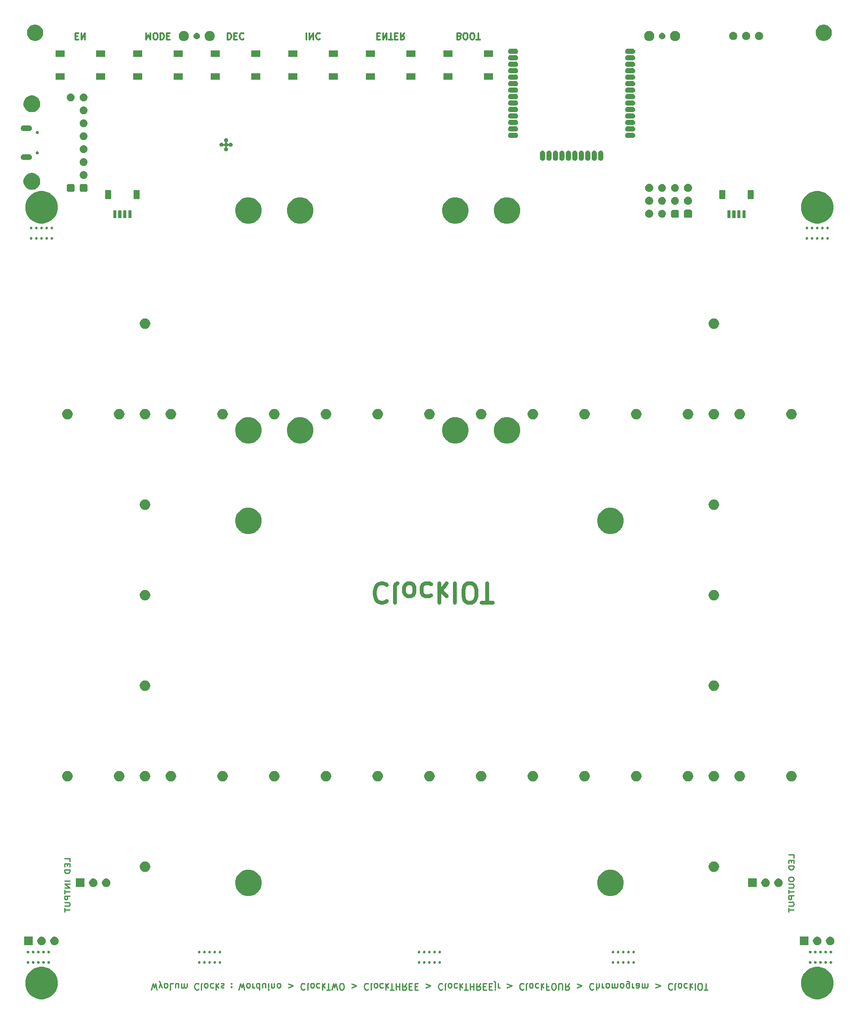
<source format=gbs>
G04 #@! TF.GenerationSoftware,KiCad,Pcbnew,5.1.5-52549c5~84~ubuntu18.04.1*
G04 #@! TF.CreationDate,2020-01-27T00:33:27+05:30*
G04 #@! TF.ProjectId,ClockIOT,436c6f63-6b49-44f5-942e-6b696361645f,rev 3*
G04 #@! TF.SameCoordinates,Original*
G04 #@! TF.FileFunction,Soldermask,Bot*
G04 #@! TF.FilePolarity,Negative*
%FSLAX46Y46*%
G04 Gerber Fmt 4.6, Leading zero omitted, Abs format (unit mm)*
G04 Created by KiCad (PCBNEW 5.1.5-52549c5~84~ubuntu18.04.1) date 2020-01-27 00:33:27*
%MOMM*%
%LPD*%
G04 APERTURE LIST*
%ADD10C,0.254000*%
%ADD11C,0.762000*%
%ADD12C,0.304800*%
%ADD13C,0.127000*%
G04 APERTURE END LIST*
D10*
X203024619Y-215446428D02*
X203024619Y-214841666D01*
X202008619Y-214841666D01*
X202492428Y-215869761D02*
X202492428Y-216293095D01*
X203024619Y-216474523D02*
X203024619Y-215869761D01*
X202008619Y-215869761D01*
X202008619Y-216474523D01*
X203024619Y-217018809D02*
X202008619Y-217018809D01*
X202008619Y-217321190D01*
X202057000Y-217502619D01*
X202153761Y-217623571D01*
X202250523Y-217684047D01*
X202444047Y-217744523D01*
X202589190Y-217744523D01*
X202782714Y-217684047D01*
X202879476Y-217623571D01*
X202976238Y-217502619D01*
X203024619Y-217321190D01*
X203024619Y-217018809D01*
X202008619Y-219498333D02*
X202008619Y-219740238D01*
X202057000Y-219861190D01*
X202153761Y-219982142D01*
X202347285Y-220042619D01*
X202685952Y-220042619D01*
X202879476Y-219982142D01*
X202976238Y-219861190D01*
X203024619Y-219740238D01*
X203024619Y-219498333D01*
X202976238Y-219377380D01*
X202879476Y-219256428D01*
X202685952Y-219195952D01*
X202347285Y-219195952D01*
X202153761Y-219256428D01*
X202057000Y-219377380D01*
X202008619Y-219498333D01*
X202008619Y-220586904D02*
X202831095Y-220586904D01*
X202927857Y-220647380D01*
X202976238Y-220707857D01*
X203024619Y-220828809D01*
X203024619Y-221070714D01*
X202976238Y-221191666D01*
X202927857Y-221252142D01*
X202831095Y-221312619D01*
X202008619Y-221312619D01*
X202008619Y-221735952D02*
X202008619Y-222461666D01*
X203024619Y-222098809D02*
X202008619Y-222098809D01*
X203024619Y-222885000D02*
X202008619Y-222885000D01*
X202008619Y-223368809D01*
X202057000Y-223489761D01*
X202105380Y-223550238D01*
X202202142Y-223610714D01*
X202347285Y-223610714D01*
X202444047Y-223550238D01*
X202492428Y-223489761D01*
X202540809Y-223368809D01*
X202540809Y-222885000D01*
X202008619Y-224155000D02*
X202831095Y-224155000D01*
X202927857Y-224215476D01*
X202976238Y-224275952D01*
X203024619Y-224396904D01*
X203024619Y-224638809D01*
X202976238Y-224759761D01*
X202927857Y-224820238D01*
X202831095Y-224880714D01*
X202008619Y-224880714D01*
X202008619Y-225304047D02*
X202008619Y-226029761D01*
X203024619Y-225666904D02*
X202008619Y-225666904D01*
X60784619Y-216190285D02*
X60784619Y-215585523D01*
X59768619Y-215585523D01*
X60252428Y-216613619D02*
X60252428Y-217036952D01*
X60784619Y-217218380D02*
X60784619Y-216613619D01*
X59768619Y-216613619D01*
X59768619Y-217218380D01*
X60784619Y-217762666D02*
X59768619Y-217762666D01*
X59768619Y-218065047D01*
X59817000Y-218246476D01*
X59913761Y-218367428D01*
X60010523Y-218427904D01*
X60204047Y-218488380D01*
X60349190Y-218488380D01*
X60542714Y-218427904D01*
X60639476Y-218367428D01*
X60736238Y-218246476D01*
X60784619Y-218065047D01*
X60784619Y-217762666D01*
X60784619Y-220000285D02*
X59768619Y-220000285D01*
X60784619Y-220605047D02*
X59768619Y-220605047D01*
X60784619Y-221330761D01*
X59768619Y-221330761D01*
X59768619Y-221754095D02*
X59768619Y-222479809D01*
X60784619Y-222116952D02*
X59768619Y-222116952D01*
X60784619Y-222903142D02*
X59768619Y-222903142D01*
X59768619Y-223386952D01*
X59817000Y-223507904D01*
X59865380Y-223568380D01*
X59962142Y-223628857D01*
X60107285Y-223628857D01*
X60204047Y-223568380D01*
X60252428Y-223507904D01*
X60300809Y-223386952D01*
X60300809Y-222903142D01*
X59768619Y-224173142D02*
X60591095Y-224173142D01*
X60687857Y-224233619D01*
X60736238Y-224294095D01*
X60784619Y-224415047D01*
X60784619Y-224656952D01*
X60736238Y-224777904D01*
X60687857Y-224838380D01*
X60591095Y-224898857D01*
X59768619Y-224898857D01*
X59768619Y-225322190D02*
X59768619Y-226047904D01*
X60784619Y-225685047D02*
X59768619Y-225685047D01*
X76835000Y-241360476D02*
X77137380Y-240090476D01*
X77379285Y-240997619D01*
X77621190Y-240090476D01*
X77923571Y-241360476D01*
X78286428Y-240937142D02*
X78588809Y-240090476D01*
X78891190Y-240937142D02*
X78588809Y-240090476D01*
X78467857Y-239788095D01*
X78407380Y-239727619D01*
X78286428Y-239667142D01*
X79556428Y-240090476D02*
X79435476Y-240150952D01*
X79375000Y-240211428D01*
X79314523Y-240332380D01*
X79314523Y-240695238D01*
X79375000Y-240816190D01*
X79435476Y-240876666D01*
X79556428Y-240937142D01*
X79737857Y-240937142D01*
X79858809Y-240876666D01*
X79919285Y-240816190D01*
X79979761Y-240695238D01*
X79979761Y-240332380D01*
X79919285Y-240211428D01*
X79858809Y-240150952D01*
X79737857Y-240090476D01*
X79556428Y-240090476D01*
X81128809Y-240090476D02*
X80524047Y-240090476D01*
X80524047Y-241360476D01*
X82096428Y-240937142D02*
X82096428Y-240090476D01*
X81552142Y-240937142D02*
X81552142Y-240271904D01*
X81612619Y-240150952D01*
X81733571Y-240090476D01*
X81915000Y-240090476D01*
X82035952Y-240150952D01*
X82096428Y-240211428D01*
X82701190Y-240090476D02*
X82701190Y-240937142D01*
X82701190Y-240816190D02*
X82761666Y-240876666D01*
X82882619Y-240937142D01*
X83064047Y-240937142D01*
X83185000Y-240876666D01*
X83245476Y-240755714D01*
X83245476Y-240090476D01*
X83245476Y-240755714D02*
X83305952Y-240876666D01*
X83426904Y-240937142D01*
X83608333Y-240937142D01*
X83729285Y-240876666D01*
X83789761Y-240755714D01*
X83789761Y-240090476D01*
X86087857Y-240211428D02*
X86027380Y-240150952D01*
X85845952Y-240090476D01*
X85725000Y-240090476D01*
X85543571Y-240150952D01*
X85422619Y-240271904D01*
X85362142Y-240392857D01*
X85301666Y-240634761D01*
X85301666Y-240816190D01*
X85362142Y-241058095D01*
X85422619Y-241179047D01*
X85543571Y-241300000D01*
X85725000Y-241360476D01*
X85845952Y-241360476D01*
X86027380Y-241300000D01*
X86087857Y-241239523D01*
X86813571Y-240090476D02*
X86692619Y-240150952D01*
X86632142Y-240271904D01*
X86632142Y-241360476D01*
X87478809Y-240090476D02*
X87357857Y-240150952D01*
X87297380Y-240211428D01*
X87236904Y-240332380D01*
X87236904Y-240695238D01*
X87297380Y-240816190D01*
X87357857Y-240876666D01*
X87478809Y-240937142D01*
X87660238Y-240937142D01*
X87781190Y-240876666D01*
X87841666Y-240816190D01*
X87902142Y-240695238D01*
X87902142Y-240332380D01*
X87841666Y-240211428D01*
X87781190Y-240150952D01*
X87660238Y-240090476D01*
X87478809Y-240090476D01*
X88990714Y-240150952D02*
X88869761Y-240090476D01*
X88627857Y-240090476D01*
X88506904Y-240150952D01*
X88446428Y-240211428D01*
X88385952Y-240332380D01*
X88385952Y-240695238D01*
X88446428Y-240816190D01*
X88506904Y-240876666D01*
X88627857Y-240937142D01*
X88869761Y-240937142D01*
X88990714Y-240876666D01*
X89535000Y-240090476D02*
X89535000Y-241360476D01*
X89655952Y-240574285D02*
X90018809Y-240090476D01*
X90018809Y-240937142D02*
X89535000Y-240453333D01*
X90502619Y-240150952D02*
X90623571Y-240090476D01*
X90865476Y-240090476D01*
X90986428Y-240150952D01*
X91046904Y-240271904D01*
X91046904Y-240332380D01*
X90986428Y-240453333D01*
X90865476Y-240513809D01*
X90684047Y-240513809D01*
X90563095Y-240574285D01*
X90502619Y-240695238D01*
X90502619Y-240755714D01*
X90563095Y-240876666D01*
X90684047Y-240937142D01*
X90865476Y-240937142D01*
X90986428Y-240876666D01*
X92558809Y-240211428D02*
X92619285Y-240150952D01*
X92558809Y-240090476D01*
X92498333Y-240150952D01*
X92558809Y-240211428D01*
X92558809Y-240090476D01*
X92558809Y-240876666D02*
X92619285Y-240816190D01*
X92558809Y-240755714D01*
X92498333Y-240816190D01*
X92558809Y-240876666D01*
X92558809Y-240755714D01*
X94010238Y-241360476D02*
X94312619Y-240090476D01*
X94554523Y-240997619D01*
X94796428Y-240090476D01*
X95098809Y-241360476D01*
X95764047Y-240090476D02*
X95643095Y-240150952D01*
X95582619Y-240211428D01*
X95522142Y-240332380D01*
X95522142Y-240695238D01*
X95582619Y-240816190D01*
X95643095Y-240876666D01*
X95764047Y-240937142D01*
X95945476Y-240937142D01*
X96066428Y-240876666D01*
X96126904Y-240816190D01*
X96187380Y-240695238D01*
X96187380Y-240332380D01*
X96126904Y-240211428D01*
X96066428Y-240150952D01*
X95945476Y-240090476D01*
X95764047Y-240090476D01*
X96731666Y-240090476D02*
X96731666Y-240937142D01*
X96731666Y-240695238D02*
X96792142Y-240816190D01*
X96852619Y-240876666D01*
X96973571Y-240937142D01*
X97094523Y-240937142D01*
X98062142Y-240090476D02*
X98062142Y-241360476D01*
X98062142Y-240150952D02*
X97941190Y-240090476D01*
X97699285Y-240090476D01*
X97578333Y-240150952D01*
X97517857Y-240211428D01*
X97457380Y-240332380D01*
X97457380Y-240695238D01*
X97517857Y-240816190D01*
X97578333Y-240876666D01*
X97699285Y-240937142D01*
X97941190Y-240937142D01*
X98062142Y-240876666D01*
X99211190Y-240937142D02*
X99211190Y-240090476D01*
X98666904Y-240937142D02*
X98666904Y-240271904D01*
X98727380Y-240150952D01*
X98848333Y-240090476D01*
X99029761Y-240090476D01*
X99150714Y-240150952D01*
X99211190Y-240211428D01*
X99815952Y-240090476D02*
X99815952Y-240937142D01*
X99815952Y-241360476D02*
X99755476Y-241300000D01*
X99815952Y-241239523D01*
X99876428Y-241300000D01*
X99815952Y-241360476D01*
X99815952Y-241239523D01*
X100420714Y-240937142D02*
X100420714Y-240090476D01*
X100420714Y-240816190D02*
X100481190Y-240876666D01*
X100602142Y-240937142D01*
X100783571Y-240937142D01*
X100904523Y-240876666D01*
X100965000Y-240755714D01*
X100965000Y-240090476D01*
X101751190Y-240090476D02*
X101630238Y-240150952D01*
X101569761Y-240211428D01*
X101509285Y-240332380D01*
X101509285Y-240695238D01*
X101569761Y-240816190D01*
X101630238Y-240876666D01*
X101751190Y-240937142D01*
X101932619Y-240937142D01*
X102053571Y-240876666D01*
X102114047Y-240816190D01*
X102174523Y-240695238D01*
X102174523Y-240332380D01*
X102114047Y-240211428D01*
X102053571Y-240150952D01*
X101932619Y-240090476D01*
X101751190Y-240090476D01*
X103686428Y-240937142D02*
X104654047Y-240574285D01*
X103686428Y-240211428D01*
X106952142Y-240211428D02*
X106891666Y-240150952D01*
X106710238Y-240090476D01*
X106589285Y-240090476D01*
X106407857Y-240150952D01*
X106286904Y-240271904D01*
X106226428Y-240392857D01*
X106165952Y-240634761D01*
X106165952Y-240816190D01*
X106226428Y-241058095D01*
X106286904Y-241179047D01*
X106407857Y-241300000D01*
X106589285Y-241360476D01*
X106710238Y-241360476D01*
X106891666Y-241300000D01*
X106952142Y-241239523D01*
X107677857Y-240090476D02*
X107556904Y-240150952D01*
X107496428Y-240271904D01*
X107496428Y-241360476D01*
X108343095Y-240090476D02*
X108222142Y-240150952D01*
X108161666Y-240211428D01*
X108101190Y-240332380D01*
X108101190Y-240695238D01*
X108161666Y-240816190D01*
X108222142Y-240876666D01*
X108343095Y-240937142D01*
X108524523Y-240937142D01*
X108645476Y-240876666D01*
X108705952Y-240816190D01*
X108766428Y-240695238D01*
X108766428Y-240332380D01*
X108705952Y-240211428D01*
X108645476Y-240150952D01*
X108524523Y-240090476D01*
X108343095Y-240090476D01*
X109854999Y-240150952D02*
X109734047Y-240090476D01*
X109492142Y-240090476D01*
X109371190Y-240150952D01*
X109310714Y-240211428D01*
X109250238Y-240332380D01*
X109250238Y-240695238D01*
X109310714Y-240816190D01*
X109371190Y-240876666D01*
X109492142Y-240937142D01*
X109734047Y-240937142D01*
X109854999Y-240876666D01*
X110399285Y-240090476D02*
X110399285Y-241360476D01*
X110520238Y-240574285D02*
X110883095Y-240090476D01*
X110883095Y-240937142D02*
X110399285Y-240453333D01*
X111245952Y-241360476D02*
X111971666Y-241360476D01*
X111608809Y-240090476D02*
X111608809Y-241360476D01*
X112274047Y-241360476D02*
X112576428Y-240090476D01*
X112818333Y-240997619D01*
X113060238Y-240090476D01*
X113362619Y-241360476D01*
X114088333Y-241360476D02*
X114330238Y-241360476D01*
X114451190Y-241300000D01*
X114572142Y-241179047D01*
X114632619Y-240937142D01*
X114632619Y-240513809D01*
X114572142Y-240271904D01*
X114451190Y-240150952D01*
X114330238Y-240090476D01*
X114088333Y-240090476D01*
X113967380Y-240150952D01*
X113846428Y-240271904D01*
X113785952Y-240513809D01*
X113785952Y-240937142D01*
X113846428Y-241179047D01*
X113967380Y-241300000D01*
X114088333Y-241360476D01*
X116144523Y-240937142D02*
X117112142Y-240574285D01*
X116144523Y-240211428D01*
X119410238Y-240211428D02*
X119349761Y-240150952D01*
X119168333Y-240090476D01*
X119047380Y-240090476D01*
X118865952Y-240150952D01*
X118744999Y-240271904D01*
X118684523Y-240392857D01*
X118624047Y-240634761D01*
X118624047Y-240816190D01*
X118684523Y-241058095D01*
X118744999Y-241179047D01*
X118865952Y-241300000D01*
X119047380Y-241360476D01*
X119168333Y-241360476D01*
X119349761Y-241300000D01*
X119410238Y-241239523D01*
X120135952Y-240090476D02*
X120014999Y-240150952D01*
X119954523Y-240271904D01*
X119954523Y-241360476D01*
X120801190Y-240090476D02*
X120680238Y-240150952D01*
X120619761Y-240211428D01*
X120559285Y-240332380D01*
X120559285Y-240695238D01*
X120619761Y-240816190D01*
X120680238Y-240876666D01*
X120801190Y-240937142D01*
X120982619Y-240937142D01*
X121103571Y-240876666D01*
X121164047Y-240816190D01*
X121224523Y-240695238D01*
X121224523Y-240332380D01*
X121164047Y-240211428D01*
X121103571Y-240150952D01*
X120982619Y-240090476D01*
X120801190Y-240090476D01*
X122313095Y-240150952D02*
X122192142Y-240090476D01*
X121950238Y-240090476D01*
X121829285Y-240150952D01*
X121768809Y-240211428D01*
X121708333Y-240332380D01*
X121708333Y-240695238D01*
X121768809Y-240816190D01*
X121829285Y-240876666D01*
X121950238Y-240937142D01*
X122192142Y-240937142D01*
X122313095Y-240876666D01*
X122857380Y-240090476D02*
X122857380Y-241360476D01*
X122978333Y-240574285D02*
X123341190Y-240090476D01*
X123341190Y-240937142D02*
X122857380Y-240453333D01*
X123704047Y-241360476D02*
X124429761Y-241360476D01*
X124066904Y-240090476D02*
X124066904Y-241360476D01*
X124853095Y-240090476D02*
X124853095Y-241360476D01*
X124853095Y-240755714D02*
X125578809Y-240755714D01*
X125578809Y-240090476D02*
X125578809Y-241360476D01*
X126909285Y-240090476D02*
X126485952Y-240695238D01*
X126183571Y-240090476D02*
X126183571Y-241360476D01*
X126667380Y-241360476D01*
X126788333Y-241300000D01*
X126848809Y-241239523D01*
X126909285Y-241118571D01*
X126909285Y-240937142D01*
X126848809Y-240816190D01*
X126788333Y-240755714D01*
X126667380Y-240695238D01*
X126183571Y-240695238D01*
X127453571Y-240755714D02*
X127876904Y-240755714D01*
X128058333Y-240090476D02*
X127453571Y-240090476D01*
X127453571Y-241360476D01*
X128058333Y-241360476D01*
X128602619Y-240755714D02*
X129025952Y-240755714D01*
X129207380Y-240090476D02*
X128602619Y-240090476D01*
X128602619Y-241360476D01*
X129207380Y-241360476D01*
X130719285Y-240937142D02*
X131686904Y-240574285D01*
X130719285Y-240211428D01*
X133984999Y-240211428D02*
X133924523Y-240150952D01*
X133743095Y-240090476D01*
X133622142Y-240090476D01*
X133440714Y-240150952D01*
X133319761Y-240271904D01*
X133259285Y-240392857D01*
X133198809Y-240634761D01*
X133198809Y-240816190D01*
X133259285Y-241058095D01*
X133319761Y-241179047D01*
X133440714Y-241300000D01*
X133622142Y-241360476D01*
X133743095Y-241360476D01*
X133924523Y-241300000D01*
X133984999Y-241239523D01*
X134710714Y-240090476D02*
X134589761Y-240150952D01*
X134529285Y-240271904D01*
X134529285Y-241360476D01*
X135375952Y-240090476D02*
X135254999Y-240150952D01*
X135194523Y-240211428D01*
X135134047Y-240332380D01*
X135134047Y-240695238D01*
X135194523Y-240816190D01*
X135254999Y-240876666D01*
X135375952Y-240937142D01*
X135557380Y-240937142D01*
X135678333Y-240876666D01*
X135738809Y-240816190D01*
X135799285Y-240695238D01*
X135799285Y-240332380D01*
X135738809Y-240211428D01*
X135678333Y-240150952D01*
X135557380Y-240090476D01*
X135375952Y-240090476D01*
X136887857Y-240150952D02*
X136766904Y-240090476D01*
X136524999Y-240090476D01*
X136404047Y-240150952D01*
X136343571Y-240211428D01*
X136283095Y-240332380D01*
X136283095Y-240695238D01*
X136343571Y-240816190D01*
X136404047Y-240876666D01*
X136524999Y-240937142D01*
X136766904Y-240937142D01*
X136887857Y-240876666D01*
X137432142Y-240090476D02*
X137432142Y-241360476D01*
X137553095Y-240574285D02*
X137915952Y-240090476D01*
X137915952Y-240937142D02*
X137432142Y-240453333D01*
X138278809Y-241360476D02*
X139004523Y-241360476D01*
X138641666Y-240090476D02*
X138641666Y-241360476D01*
X139427857Y-240090476D02*
X139427857Y-241360476D01*
X139427857Y-240755714D02*
X140153571Y-240755714D01*
X140153571Y-240090476D02*
X140153571Y-241360476D01*
X141484047Y-240090476D02*
X141060714Y-240695238D01*
X140758333Y-240090476D02*
X140758333Y-241360476D01*
X141242142Y-241360476D01*
X141363095Y-241300000D01*
X141423571Y-241239523D01*
X141484047Y-241118571D01*
X141484047Y-240937142D01*
X141423571Y-240816190D01*
X141363095Y-240755714D01*
X141242142Y-240695238D01*
X140758333Y-240695238D01*
X142028333Y-240755714D02*
X142451666Y-240755714D01*
X142633095Y-240090476D02*
X142028333Y-240090476D01*
X142028333Y-241360476D01*
X142633095Y-241360476D01*
X143177380Y-240755714D02*
X143600714Y-240755714D01*
X143782142Y-240090476D02*
X143177380Y-240090476D01*
X143177380Y-241360476D01*
X143782142Y-241360476D01*
X144326428Y-240937142D02*
X144326428Y-239848571D01*
X144265952Y-239727619D01*
X144144999Y-239667142D01*
X144084523Y-239667142D01*
X144326428Y-241360476D02*
X144265952Y-241300000D01*
X144326428Y-241239523D01*
X144386904Y-241300000D01*
X144326428Y-241360476D01*
X144326428Y-241239523D01*
X144931190Y-240090476D02*
X144931190Y-240937142D01*
X144931190Y-240695238D02*
X144991666Y-240816190D01*
X145052142Y-240876666D01*
X145173095Y-240937142D01*
X145294047Y-240937142D01*
X146684999Y-240937142D02*
X147652619Y-240574285D01*
X146684999Y-240211428D01*
X149950714Y-240211428D02*
X149890238Y-240150952D01*
X149708809Y-240090476D01*
X149587857Y-240090476D01*
X149406428Y-240150952D01*
X149285476Y-240271904D01*
X149224999Y-240392857D01*
X149164523Y-240634761D01*
X149164523Y-240816190D01*
X149224999Y-241058095D01*
X149285476Y-241179047D01*
X149406428Y-241300000D01*
X149587857Y-241360476D01*
X149708809Y-241360476D01*
X149890238Y-241300000D01*
X149950714Y-241239523D01*
X150676428Y-240090476D02*
X150555476Y-240150952D01*
X150494999Y-240271904D01*
X150494999Y-241360476D01*
X151341666Y-240090476D02*
X151220714Y-240150952D01*
X151160238Y-240211428D01*
X151099761Y-240332380D01*
X151099761Y-240695238D01*
X151160238Y-240816190D01*
X151220714Y-240876666D01*
X151341666Y-240937142D01*
X151523095Y-240937142D01*
X151644047Y-240876666D01*
X151704523Y-240816190D01*
X151764999Y-240695238D01*
X151764999Y-240332380D01*
X151704523Y-240211428D01*
X151644047Y-240150952D01*
X151523095Y-240090476D01*
X151341666Y-240090476D01*
X152853571Y-240150952D02*
X152732619Y-240090476D01*
X152490714Y-240090476D01*
X152369761Y-240150952D01*
X152309285Y-240211428D01*
X152248809Y-240332380D01*
X152248809Y-240695238D01*
X152309285Y-240816190D01*
X152369761Y-240876666D01*
X152490714Y-240937142D01*
X152732619Y-240937142D01*
X152853571Y-240876666D01*
X153397857Y-240090476D02*
X153397857Y-241360476D01*
X153518809Y-240574285D02*
X153881666Y-240090476D01*
X153881666Y-240937142D02*
X153397857Y-240453333D01*
X154849285Y-240755714D02*
X154425952Y-240755714D01*
X154425952Y-240090476D02*
X154425952Y-241360476D01*
X155030714Y-241360476D01*
X155756428Y-241360476D02*
X155998333Y-241360476D01*
X156119285Y-241300000D01*
X156240238Y-241179047D01*
X156300714Y-240937142D01*
X156300714Y-240513809D01*
X156240238Y-240271904D01*
X156119285Y-240150952D01*
X155998333Y-240090476D01*
X155756428Y-240090476D01*
X155635476Y-240150952D01*
X155514523Y-240271904D01*
X155454047Y-240513809D01*
X155454047Y-240937142D01*
X155514523Y-241179047D01*
X155635476Y-241300000D01*
X155756428Y-241360476D01*
X156844999Y-241360476D02*
X156844999Y-240332380D01*
X156905476Y-240211428D01*
X156965952Y-240150952D01*
X157086904Y-240090476D01*
X157328809Y-240090476D01*
X157449761Y-240150952D01*
X157510238Y-240211428D01*
X157570714Y-240332380D01*
X157570714Y-241360476D01*
X158901190Y-240090476D02*
X158477857Y-240695238D01*
X158175476Y-240090476D02*
X158175476Y-241360476D01*
X158659285Y-241360476D01*
X158780238Y-241300000D01*
X158840714Y-241239523D01*
X158901190Y-241118571D01*
X158901190Y-240937142D01*
X158840714Y-240816190D01*
X158780238Y-240755714D01*
X158659285Y-240695238D01*
X158175476Y-240695238D01*
X160413095Y-240937142D02*
X161380714Y-240574285D01*
X160413095Y-240211428D01*
X163678809Y-240211428D02*
X163618333Y-240150952D01*
X163436904Y-240090476D01*
X163315952Y-240090476D01*
X163134523Y-240150952D01*
X163013571Y-240271904D01*
X162953095Y-240392857D01*
X162892619Y-240634761D01*
X162892619Y-240816190D01*
X162953095Y-241058095D01*
X163013571Y-241179047D01*
X163134523Y-241300000D01*
X163315952Y-241360476D01*
X163436904Y-241360476D01*
X163618333Y-241300000D01*
X163678809Y-241239523D01*
X164223095Y-240090476D02*
X164223095Y-241360476D01*
X164767380Y-240090476D02*
X164767380Y-240755714D01*
X164706904Y-240876666D01*
X164585952Y-240937142D01*
X164404523Y-240937142D01*
X164283571Y-240876666D01*
X164223095Y-240816190D01*
X165372142Y-240090476D02*
X165372142Y-240937142D01*
X165372142Y-240695238D02*
X165432619Y-240816190D01*
X165493095Y-240876666D01*
X165614047Y-240937142D01*
X165734999Y-240937142D01*
X166339761Y-240090476D02*
X166218809Y-240150952D01*
X166158333Y-240211428D01*
X166097857Y-240332380D01*
X166097857Y-240695238D01*
X166158333Y-240816190D01*
X166218809Y-240876666D01*
X166339761Y-240937142D01*
X166521190Y-240937142D01*
X166642142Y-240876666D01*
X166702619Y-240816190D01*
X166763095Y-240695238D01*
X166763095Y-240332380D01*
X166702619Y-240211428D01*
X166642142Y-240150952D01*
X166521190Y-240090476D01*
X166339761Y-240090476D01*
X167307380Y-240090476D02*
X167307380Y-240937142D01*
X167307380Y-240816190D02*
X167367857Y-240876666D01*
X167488809Y-240937142D01*
X167670238Y-240937142D01*
X167791190Y-240876666D01*
X167851666Y-240755714D01*
X167851666Y-240090476D01*
X167851666Y-240755714D02*
X167912142Y-240876666D01*
X168033095Y-240937142D01*
X168214523Y-240937142D01*
X168335476Y-240876666D01*
X168395952Y-240755714D01*
X168395952Y-240090476D01*
X169182142Y-240090476D02*
X169061190Y-240150952D01*
X169000714Y-240211428D01*
X168940238Y-240332380D01*
X168940238Y-240695238D01*
X169000714Y-240816190D01*
X169061190Y-240876666D01*
X169182142Y-240937142D01*
X169363571Y-240937142D01*
X169484523Y-240876666D01*
X169544999Y-240816190D01*
X169605476Y-240695238D01*
X169605476Y-240332380D01*
X169544999Y-240211428D01*
X169484523Y-240150952D01*
X169363571Y-240090476D01*
X169182142Y-240090476D01*
X170694047Y-240937142D02*
X170694047Y-239909047D01*
X170633571Y-239788095D01*
X170573095Y-239727619D01*
X170452142Y-239667142D01*
X170270714Y-239667142D01*
X170149761Y-239727619D01*
X170694047Y-240150952D02*
X170573095Y-240090476D01*
X170331190Y-240090476D01*
X170210238Y-240150952D01*
X170149761Y-240211428D01*
X170089285Y-240332380D01*
X170089285Y-240695238D01*
X170149761Y-240816190D01*
X170210238Y-240876666D01*
X170331190Y-240937142D01*
X170573095Y-240937142D01*
X170694047Y-240876666D01*
X171298809Y-240090476D02*
X171298809Y-240937142D01*
X171298809Y-240695238D02*
X171359285Y-240816190D01*
X171419761Y-240876666D01*
X171540714Y-240937142D01*
X171661666Y-240937142D01*
X172629285Y-240090476D02*
X172629285Y-240755714D01*
X172568809Y-240876666D01*
X172447857Y-240937142D01*
X172205952Y-240937142D01*
X172084999Y-240876666D01*
X172629285Y-240150952D02*
X172508333Y-240090476D01*
X172205952Y-240090476D01*
X172084999Y-240150952D01*
X172024523Y-240271904D01*
X172024523Y-240392857D01*
X172084999Y-240513809D01*
X172205952Y-240574285D01*
X172508333Y-240574285D01*
X172629285Y-240634761D01*
X173234047Y-240090476D02*
X173234047Y-240937142D01*
X173234047Y-240816190D02*
X173294523Y-240876666D01*
X173415476Y-240937142D01*
X173596904Y-240937142D01*
X173717857Y-240876666D01*
X173778333Y-240755714D01*
X173778333Y-240090476D01*
X173778333Y-240755714D02*
X173838809Y-240876666D01*
X173959761Y-240937142D01*
X174141190Y-240937142D01*
X174262142Y-240876666D01*
X174322619Y-240755714D01*
X174322619Y-240090476D01*
X175894999Y-240937142D02*
X176862619Y-240574285D01*
X175894999Y-240211428D01*
X179160714Y-240211428D02*
X179100238Y-240150952D01*
X178918809Y-240090476D01*
X178797857Y-240090476D01*
X178616428Y-240150952D01*
X178495476Y-240271904D01*
X178434999Y-240392857D01*
X178374523Y-240634761D01*
X178374523Y-240816190D01*
X178434999Y-241058095D01*
X178495476Y-241179047D01*
X178616428Y-241300000D01*
X178797857Y-241360476D01*
X178918809Y-241360476D01*
X179100238Y-241300000D01*
X179160714Y-241239523D01*
X179886428Y-240090476D02*
X179765476Y-240150952D01*
X179704999Y-240271904D01*
X179704999Y-241360476D01*
X180551666Y-240090476D02*
X180430714Y-240150952D01*
X180370238Y-240211428D01*
X180309761Y-240332380D01*
X180309761Y-240695238D01*
X180370238Y-240816190D01*
X180430714Y-240876666D01*
X180551666Y-240937142D01*
X180733095Y-240937142D01*
X180854047Y-240876666D01*
X180914523Y-240816190D01*
X180974999Y-240695238D01*
X180974999Y-240332380D01*
X180914523Y-240211428D01*
X180854047Y-240150952D01*
X180733095Y-240090476D01*
X180551666Y-240090476D01*
X182063571Y-240150952D02*
X181942619Y-240090476D01*
X181700714Y-240090476D01*
X181579761Y-240150952D01*
X181519285Y-240211428D01*
X181458809Y-240332380D01*
X181458809Y-240695238D01*
X181519285Y-240816190D01*
X181579761Y-240876666D01*
X181700714Y-240937142D01*
X181942619Y-240937142D01*
X182063571Y-240876666D01*
X182607857Y-240090476D02*
X182607857Y-241360476D01*
X182728809Y-240574285D02*
X183091666Y-240090476D01*
X183091666Y-240937142D02*
X182607857Y-240453333D01*
X183635952Y-240090476D02*
X183635952Y-241360476D01*
X184482619Y-241360476D02*
X184724523Y-241360476D01*
X184845476Y-241300000D01*
X184966428Y-241179047D01*
X185026904Y-240937142D01*
X185026904Y-240513809D01*
X184966428Y-240271904D01*
X184845476Y-240150952D01*
X184724523Y-240090476D01*
X184482619Y-240090476D01*
X184361666Y-240150952D01*
X184240714Y-240271904D01*
X184180238Y-240513809D01*
X184180238Y-240937142D01*
X184240714Y-241179047D01*
X184361666Y-241300000D01*
X184482619Y-241360476D01*
X185389761Y-241360476D02*
X186115476Y-241360476D01*
X185752619Y-240090476D02*
X185752619Y-241360476D01*
D11*
X123008571Y-161834285D02*
X122827142Y-161652857D01*
X122282857Y-161471428D01*
X121920000Y-161471428D01*
X121375714Y-161652857D01*
X121012857Y-162015714D01*
X120831428Y-162378571D01*
X120650000Y-163104285D01*
X120650000Y-163648571D01*
X120831428Y-164374285D01*
X121012857Y-164737142D01*
X121375714Y-165100000D01*
X121920000Y-165281428D01*
X122282857Y-165281428D01*
X122827142Y-165100000D01*
X123008571Y-164918571D01*
X125185714Y-161471428D02*
X124822857Y-161652857D01*
X124641428Y-162015714D01*
X124641428Y-165281428D01*
X127181428Y-161471428D02*
X126818571Y-161652857D01*
X126637142Y-161834285D01*
X126455714Y-162197142D01*
X126455714Y-163285714D01*
X126637142Y-163648571D01*
X126818571Y-163830000D01*
X127181428Y-164011428D01*
X127725714Y-164011428D01*
X128088571Y-163830000D01*
X128270000Y-163648571D01*
X128451428Y-163285714D01*
X128451428Y-162197142D01*
X128270000Y-161834285D01*
X128088571Y-161652857D01*
X127725714Y-161471428D01*
X127181428Y-161471428D01*
X131717142Y-161652857D02*
X131354285Y-161471428D01*
X130628571Y-161471428D01*
X130265714Y-161652857D01*
X130084285Y-161834285D01*
X129902857Y-162197142D01*
X129902857Y-163285714D01*
X130084285Y-163648571D01*
X130265714Y-163830000D01*
X130628571Y-164011428D01*
X131354285Y-164011428D01*
X131717142Y-163830000D01*
X133350000Y-161471428D02*
X133350000Y-165281428D01*
X133712857Y-162922857D02*
X134801428Y-161471428D01*
X134801428Y-164011428D02*
X133350000Y-162560000D01*
X136434285Y-161471428D02*
X136434285Y-165281428D01*
X138974285Y-165281428D02*
X139700000Y-165281428D01*
X140062857Y-165100000D01*
X140425714Y-164737142D01*
X140607142Y-164011428D01*
X140607142Y-162741428D01*
X140425714Y-162015714D01*
X140062857Y-161652857D01*
X139700000Y-161471428D01*
X138974285Y-161471428D01*
X138611428Y-161652857D01*
X138248571Y-162015714D01*
X138067142Y-162741428D01*
X138067142Y-164011428D01*
X138248571Y-164737142D01*
X138611428Y-165100000D01*
X138974285Y-165281428D01*
X141695714Y-165281428D02*
X143872857Y-165281428D01*
X142784285Y-161471428D02*
X142784285Y-165281428D01*
D12*
X137341428Y-54065714D02*
X137522857Y-54005238D01*
X137583333Y-53944761D01*
X137643809Y-53823809D01*
X137643809Y-53642380D01*
X137583333Y-53521428D01*
X137522857Y-53460952D01*
X137401904Y-53400476D01*
X136918095Y-53400476D01*
X136918095Y-54670476D01*
X137341428Y-54670476D01*
X137462380Y-54610000D01*
X137522857Y-54549523D01*
X137583333Y-54428571D01*
X137583333Y-54307619D01*
X137522857Y-54186666D01*
X137462380Y-54126190D01*
X137341428Y-54065714D01*
X136918095Y-54065714D01*
X138430000Y-54670476D02*
X138671904Y-54670476D01*
X138792857Y-54610000D01*
X138913809Y-54489047D01*
X138974285Y-54247142D01*
X138974285Y-53823809D01*
X138913809Y-53581904D01*
X138792857Y-53460952D01*
X138671904Y-53400476D01*
X138430000Y-53400476D01*
X138309047Y-53460952D01*
X138188095Y-53581904D01*
X138127619Y-53823809D01*
X138127619Y-54247142D01*
X138188095Y-54489047D01*
X138309047Y-54610000D01*
X138430000Y-54670476D01*
X139760476Y-54670476D02*
X140002380Y-54670476D01*
X140123333Y-54610000D01*
X140244285Y-54489047D01*
X140304761Y-54247142D01*
X140304761Y-53823809D01*
X140244285Y-53581904D01*
X140123333Y-53460952D01*
X140002380Y-53400476D01*
X139760476Y-53400476D01*
X139639523Y-53460952D01*
X139518571Y-53581904D01*
X139458095Y-53823809D01*
X139458095Y-54247142D01*
X139518571Y-54489047D01*
X139639523Y-54610000D01*
X139760476Y-54670476D01*
X140667619Y-54670476D02*
X141393333Y-54670476D01*
X141030476Y-53400476D02*
X141030476Y-54670476D01*
X121194285Y-54065714D02*
X121617619Y-54065714D01*
X121799047Y-53400476D02*
X121194285Y-53400476D01*
X121194285Y-54670476D01*
X121799047Y-54670476D01*
X122343333Y-53400476D02*
X122343333Y-54670476D01*
X123069047Y-53400476D01*
X123069047Y-54670476D01*
X123492380Y-54670476D02*
X124218095Y-54670476D01*
X123855238Y-53400476D02*
X123855238Y-54670476D01*
X124641428Y-54065714D02*
X125064761Y-54065714D01*
X125246190Y-53400476D02*
X124641428Y-53400476D01*
X124641428Y-54670476D01*
X125246190Y-54670476D01*
X126516190Y-53400476D02*
X126092857Y-54005238D01*
X125790476Y-53400476D02*
X125790476Y-54670476D01*
X126274285Y-54670476D01*
X126395238Y-54610000D01*
X126455714Y-54549523D01*
X126516190Y-54428571D01*
X126516190Y-54247142D01*
X126455714Y-54126190D01*
X126395238Y-54065714D01*
X126274285Y-54005238D01*
X125790476Y-54005238D01*
X107284761Y-53400476D02*
X107284761Y-54670476D01*
X107889523Y-53400476D02*
X107889523Y-54670476D01*
X108615238Y-53400476D01*
X108615238Y-54670476D01*
X109945714Y-53521428D02*
X109885238Y-53460952D01*
X109703809Y-53400476D01*
X109582857Y-53400476D01*
X109401428Y-53460952D01*
X109280476Y-53581904D01*
X109220000Y-53702857D01*
X109159523Y-53944761D01*
X109159523Y-54126190D01*
X109220000Y-54368095D01*
X109280476Y-54489047D01*
X109401428Y-54610000D01*
X109582857Y-54670476D01*
X109703809Y-54670476D01*
X109885238Y-54610000D01*
X109945714Y-54549523D01*
X91802857Y-53400476D02*
X91802857Y-54670476D01*
X92105238Y-54670476D01*
X92286666Y-54610000D01*
X92407619Y-54489047D01*
X92468095Y-54368095D01*
X92528571Y-54126190D01*
X92528571Y-53944761D01*
X92468095Y-53702857D01*
X92407619Y-53581904D01*
X92286666Y-53460952D01*
X92105238Y-53400476D01*
X91802857Y-53400476D01*
X93072857Y-54065714D02*
X93496190Y-54065714D01*
X93677619Y-53400476D02*
X93072857Y-53400476D01*
X93072857Y-54670476D01*
X93677619Y-54670476D01*
X94947619Y-53521428D02*
X94887142Y-53460952D01*
X94705714Y-53400476D01*
X94584761Y-53400476D01*
X94403333Y-53460952D01*
X94282380Y-53581904D01*
X94221904Y-53702857D01*
X94161428Y-53944761D01*
X94161428Y-54126190D01*
X94221904Y-54368095D01*
X94282380Y-54489047D01*
X94403333Y-54610000D01*
X94584761Y-54670476D01*
X94705714Y-54670476D01*
X94887142Y-54610000D01*
X94947619Y-54549523D01*
X75806904Y-53400476D02*
X75806904Y-54670476D01*
X76230238Y-53763333D01*
X76653571Y-54670476D01*
X76653571Y-53400476D01*
X77500238Y-54670476D02*
X77742142Y-54670476D01*
X77863095Y-54610000D01*
X77984047Y-54489047D01*
X78044523Y-54247142D01*
X78044523Y-53823809D01*
X77984047Y-53581904D01*
X77863095Y-53460952D01*
X77742142Y-53400476D01*
X77500238Y-53400476D01*
X77379285Y-53460952D01*
X77258333Y-53581904D01*
X77197857Y-53823809D01*
X77197857Y-54247142D01*
X77258333Y-54489047D01*
X77379285Y-54610000D01*
X77500238Y-54670476D01*
X78588809Y-53400476D02*
X78588809Y-54670476D01*
X78891190Y-54670476D01*
X79072619Y-54610000D01*
X79193571Y-54489047D01*
X79254047Y-54368095D01*
X79314523Y-54126190D01*
X79314523Y-53944761D01*
X79254047Y-53702857D01*
X79193571Y-53581904D01*
X79072619Y-53460952D01*
X78891190Y-53400476D01*
X78588809Y-53400476D01*
X79858809Y-54065714D02*
X80282142Y-54065714D01*
X80463571Y-53400476D02*
X79858809Y-53400476D01*
X79858809Y-54670476D01*
X80463571Y-54670476D01*
X61927619Y-54065714D02*
X62350952Y-54065714D01*
X62532380Y-53400476D02*
X61927619Y-53400476D01*
X61927619Y-54670476D01*
X62532380Y-54670476D01*
X63076666Y-53400476D02*
X63076666Y-54670476D01*
X63802380Y-53400476D01*
X63802380Y-54670476D01*
D13*
G36*
X208578404Y-236952974D02*
G01*
X209160767Y-237194196D01*
X209160768Y-237194197D01*
X209684881Y-237544398D01*
X210130602Y-237990119D01*
X210281710Y-238216268D01*
X210480804Y-238514233D01*
X210722026Y-239096596D01*
X210845000Y-239714826D01*
X210845000Y-240345174D01*
X210722026Y-240963404D01*
X210480804Y-241545767D01*
X210364599Y-241719679D01*
X210130602Y-242069881D01*
X209684881Y-242515602D01*
X209431381Y-242684985D01*
X209160767Y-242865804D01*
X208578404Y-243107026D01*
X207960174Y-243230000D01*
X207329826Y-243230000D01*
X206711596Y-243107026D01*
X206129233Y-242865804D01*
X205858619Y-242684985D01*
X205605119Y-242515602D01*
X205159398Y-242069881D01*
X204925401Y-241719679D01*
X204809196Y-241545767D01*
X204567974Y-240963404D01*
X204445000Y-240345174D01*
X204445000Y-239714826D01*
X204567974Y-239096596D01*
X204809196Y-238514233D01*
X205008290Y-238216268D01*
X205159398Y-237990119D01*
X205605119Y-237544398D01*
X206129232Y-237194197D01*
X206129233Y-237194196D01*
X206711596Y-236952974D01*
X207329826Y-236830000D01*
X207960174Y-236830000D01*
X208578404Y-236952974D01*
G37*
G36*
X56178404Y-236952974D02*
G01*
X56760767Y-237194196D01*
X56760768Y-237194197D01*
X57284881Y-237544398D01*
X57730602Y-237990119D01*
X57881710Y-238216268D01*
X58080804Y-238514233D01*
X58322026Y-239096596D01*
X58445000Y-239714826D01*
X58445000Y-240345174D01*
X58322026Y-240963404D01*
X58080804Y-241545767D01*
X57964599Y-241719679D01*
X57730602Y-242069881D01*
X57284881Y-242515602D01*
X57031381Y-242684985D01*
X56760767Y-242865804D01*
X56178404Y-243107026D01*
X55560174Y-243230000D01*
X54929826Y-243230000D01*
X54311596Y-243107026D01*
X53729233Y-242865804D01*
X53458619Y-242684985D01*
X53205119Y-242515602D01*
X52759398Y-242069881D01*
X52525401Y-241719679D01*
X52409196Y-241545767D01*
X52167974Y-240963404D01*
X52045000Y-240345174D01*
X52045000Y-239714826D01*
X52167974Y-239096596D01*
X52409196Y-238514233D01*
X52608290Y-238216268D01*
X52759398Y-237990119D01*
X53205119Y-237544398D01*
X53729232Y-237194197D01*
X53729233Y-237194196D01*
X54311596Y-236952974D01*
X54929826Y-236830000D01*
X55560174Y-236830000D01*
X56178404Y-236952974D01*
G37*
G36*
X170635091Y-235721761D02*
G01*
X170681311Y-235740906D01*
X170681314Y-235740908D01*
X170722916Y-235768705D01*
X170758295Y-235804084D01*
X170786092Y-235845686D01*
X170786094Y-235845689D01*
X170805239Y-235891909D01*
X170815000Y-235940983D01*
X170815000Y-235991017D01*
X170805239Y-236040091D01*
X170786094Y-236086311D01*
X170786092Y-236086314D01*
X170758295Y-236127916D01*
X170722916Y-236163295D01*
X170681314Y-236191092D01*
X170681311Y-236191094D01*
X170635091Y-236210239D01*
X170586017Y-236220000D01*
X170535983Y-236220000D01*
X170486909Y-236210239D01*
X170440689Y-236191094D01*
X170440686Y-236191092D01*
X170399084Y-236163295D01*
X170363705Y-236127916D01*
X170335908Y-236086314D01*
X170335906Y-236086311D01*
X170316761Y-236040091D01*
X170307000Y-235991017D01*
X170307000Y-235940983D01*
X170316761Y-235891909D01*
X170335906Y-235845689D01*
X170335908Y-235845686D01*
X170363705Y-235804084D01*
X170399084Y-235768705D01*
X170440686Y-235740908D01*
X170440689Y-235740906D01*
X170486909Y-235721761D01*
X170535983Y-235712000D01*
X170586017Y-235712000D01*
X170635091Y-235721761D01*
G37*
G36*
X167587091Y-235721761D02*
G01*
X167633311Y-235740906D01*
X167633314Y-235740908D01*
X167674916Y-235768705D01*
X167710295Y-235804084D01*
X167738092Y-235845686D01*
X167738094Y-235845689D01*
X167757239Y-235891909D01*
X167767000Y-235940983D01*
X167767000Y-235991017D01*
X167757239Y-236040091D01*
X167738094Y-236086311D01*
X167738092Y-236086314D01*
X167710295Y-236127916D01*
X167674916Y-236163295D01*
X167633314Y-236191092D01*
X167633311Y-236191094D01*
X167587091Y-236210239D01*
X167538017Y-236220000D01*
X167487983Y-236220000D01*
X167438909Y-236210239D01*
X167392689Y-236191094D01*
X167392686Y-236191092D01*
X167351084Y-236163295D01*
X167315705Y-236127916D01*
X167287908Y-236086314D01*
X167287906Y-236086311D01*
X167268761Y-236040091D01*
X167259000Y-235991017D01*
X167259000Y-235940983D01*
X167268761Y-235891909D01*
X167287906Y-235845689D01*
X167287908Y-235845686D01*
X167315705Y-235804084D01*
X167351084Y-235768705D01*
X167392686Y-235740908D01*
X167392689Y-235740906D01*
X167438909Y-235721761D01*
X167487983Y-235712000D01*
X167538017Y-235712000D01*
X167587091Y-235721761D01*
G37*
G36*
X54684091Y-235721761D02*
G01*
X54730311Y-235740906D01*
X54730314Y-235740908D01*
X54771916Y-235768705D01*
X54807295Y-235804084D01*
X54835092Y-235845686D01*
X54835094Y-235845689D01*
X54854239Y-235891909D01*
X54864000Y-235940983D01*
X54864000Y-235991017D01*
X54854239Y-236040091D01*
X54835094Y-236086311D01*
X54835092Y-236086314D01*
X54807295Y-236127916D01*
X54771916Y-236163295D01*
X54730314Y-236191092D01*
X54730311Y-236191094D01*
X54684091Y-236210239D01*
X54635017Y-236220000D01*
X54584983Y-236220000D01*
X54535909Y-236210239D01*
X54489689Y-236191094D01*
X54489686Y-236191092D01*
X54448084Y-236163295D01*
X54412705Y-236127916D01*
X54384908Y-236086314D01*
X54384906Y-236086311D01*
X54365761Y-236040091D01*
X54356000Y-235991017D01*
X54356000Y-235940983D01*
X54365761Y-235891909D01*
X54384906Y-235845689D01*
X54384908Y-235845686D01*
X54412705Y-235804084D01*
X54448084Y-235768705D01*
X54489686Y-235740908D01*
X54489689Y-235740906D01*
X54535909Y-235721761D01*
X54584983Y-235712000D01*
X54635017Y-235712000D01*
X54684091Y-235721761D01*
G37*
G36*
X53668091Y-235721761D02*
G01*
X53714311Y-235740906D01*
X53714314Y-235740908D01*
X53755916Y-235768705D01*
X53791295Y-235804084D01*
X53819092Y-235845686D01*
X53819094Y-235845689D01*
X53838239Y-235891909D01*
X53848000Y-235940983D01*
X53848000Y-235991017D01*
X53838239Y-236040091D01*
X53819094Y-236086311D01*
X53819092Y-236086314D01*
X53791295Y-236127916D01*
X53755916Y-236163295D01*
X53714314Y-236191092D01*
X53714311Y-236191094D01*
X53668091Y-236210239D01*
X53619017Y-236220000D01*
X53568983Y-236220000D01*
X53519909Y-236210239D01*
X53473689Y-236191094D01*
X53473686Y-236191092D01*
X53432084Y-236163295D01*
X53396705Y-236127916D01*
X53368908Y-236086314D01*
X53368906Y-236086311D01*
X53349761Y-236040091D01*
X53340000Y-235991017D01*
X53340000Y-235940983D01*
X53349761Y-235891909D01*
X53368906Y-235845689D01*
X53368908Y-235845686D01*
X53396705Y-235804084D01*
X53432084Y-235768705D01*
X53473686Y-235740908D01*
X53473689Y-235740906D01*
X53519909Y-235721761D01*
X53568983Y-235712000D01*
X53619017Y-235712000D01*
X53668091Y-235721761D01*
G37*
G36*
X55700091Y-235721761D02*
G01*
X55746311Y-235740906D01*
X55746314Y-235740908D01*
X55787916Y-235768705D01*
X55823295Y-235804084D01*
X55851092Y-235845686D01*
X55851094Y-235845689D01*
X55870239Y-235891909D01*
X55880000Y-235940983D01*
X55880000Y-235991017D01*
X55870239Y-236040091D01*
X55851094Y-236086311D01*
X55851092Y-236086314D01*
X55823295Y-236127916D01*
X55787916Y-236163295D01*
X55746314Y-236191092D01*
X55746311Y-236191094D01*
X55700091Y-236210239D01*
X55651017Y-236220000D01*
X55600983Y-236220000D01*
X55551909Y-236210239D01*
X55505689Y-236191094D01*
X55505686Y-236191092D01*
X55464084Y-236163295D01*
X55428705Y-236127916D01*
X55400908Y-236086314D01*
X55400906Y-236086311D01*
X55381761Y-236040091D01*
X55372000Y-235991017D01*
X55372000Y-235940983D01*
X55381761Y-235891909D01*
X55400906Y-235845689D01*
X55400908Y-235845686D01*
X55428705Y-235804084D01*
X55464084Y-235768705D01*
X55505686Y-235740908D01*
X55505689Y-235740906D01*
X55551909Y-235721761D01*
X55600983Y-235712000D01*
X55651017Y-235712000D01*
X55700091Y-235721761D01*
G37*
G36*
X56716091Y-235721761D02*
G01*
X56762311Y-235740906D01*
X56762314Y-235740908D01*
X56803916Y-235768705D01*
X56839295Y-235804084D01*
X56867092Y-235845686D01*
X56867094Y-235845689D01*
X56886239Y-235891909D01*
X56896000Y-235940983D01*
X56896000Y-235991017D01*
X56886239Y-236040091D01*
X56867094Y-236086311D01*
X56867092Y-236086314D01*
X56839295Y-236127916D01*
X56803916Y-236163295D01*
X56762314Y-236191092D01*
X56762311Y-236191094D01*
X56716091Y-236210239D01*
X56667017Y-236220000D01*
X56616983Y-236220000D01*
X56567909Y-236210239D01*
X56521689Y-236191094D01*
X56521686Y-236191092D01*
X56480084Y-236163295D01*
X56444705Y-236127916D01*
X56416908Y-236086314D01*
X56416906Y-236086311D01*
X56397761Y-236040091D01*
X56388000Y-235991017D01*
X56388000Y-235940983D01*
X56397761Y-235891909D01*
X56416906Y-235845689D01*
X56416908Y-235845686D01*
X56444705Y-235804084D01*
X56480084Y-235768705D01*
X56521686Y-235740908D01*
X56521689Y-235740906D01*
X56567909Y-235721761D01*
X56616983Y-235712000D01*
X56667017Y-235712000D01*
X56716091Y-235721761D01*
G37*
G36*
X52652091Y-235721761D02*
G01*
X52698311Y-235740906D01*
X52698314Y-235740908D01*
X52739916Y-235768705D01*
X52775295Y-235804084D01*
X52803092Y-235845686D01*
X52803094Y-235845689D01*
X52822239Y-235891909D01*
X52832000Y-235940983D01*
X52832000Y-235991017D01*
X52822239Y-236040091D01*
X52803094Y-236086311D01*
X52803092Y-236086314D01*
X52775295Y-236127916D01*
X52739916Y-236163295D01*
X52698314Y-236191092D01*
X52698311Y-236191094D01*
X52652091Y-236210239D01*
X52603017Y-236220000D01*
X52552983Y-236220000D01*
X52503909Y-236210239D01*
X52457689Y-236191094D01*
X52457686Y-236191092D01*
X52416084Y-236163295D01*
X52380705Y-236127916D01*
X52352908Y-236086314D01*
X52352906Y-236086311D01*
X52333761Y-236040091D01*
X52324000Y-235991017D01*
X52324000Y-235940983D01*
X52333761Y-235891909D01*
X52352906Y-235845689D01*
X52352908Y-235845686D01*
X52380705Y-235804084D01*
X52416084Y-235768705D01*
X52457686Y-235740908D01*
X52457689Y-235740906D01*
X52503909Y-235721761D01*
X52552983Y-235712000D01*
X52603017Y-235712000D01*
X52652091Y-235721761D01*
G37*
G36*
X88339091Y-235721761D02*
G01*
X88385311Y-235740906D01*
X88385314Y-235740908D01*
X88426916Y-235768705D01*
X88462295Y-235804084D01*
X88490092Y-235845686D01*
X88490094Y-235845689D01*
X88509239Y-235891909D01*
X88519000Y-235940983D01*
X88519000Y-235991017D01*
X88509239Y-236040091D01*
X88490094Y-236086311D01*
X88490092Y-236086314D01*
X88462295Y-236127916D01*
X88426916Y-236163295D01*
X88385314Y-236191092D01*
X88385311Y-236191094D01*
X88339091Y-236210239D01*
X88290017Y-236220000D01*
X88239983Y-236220000D01*
X88190909Y-236210239D01*
X88144689Y-236191094D01*
X88144686Y-236191092D01*
X88103084Y-236163295D01*
X88067705Y-236127916D01*
X88039908Y-236086314D01*
X88039906Y-236086311D01*
X88020761Y-236040091D01*
X88011000Y-235991017D01*
X88011000Y-235940983D01*
X88020761Y-235891909D01*
X88039906Y-235845689D01*
X88039908Y-235845686D01*
X88067705Y-235804084D01*
X88103084Y-235768705D01*
X88144686Y-235740908D01*
X88144689Y-235740906D01*
X88190909Y-235721761D01*
X88239983Y-235712000D01*
X88290017Y-235712000D01*
X88339091Y-235721761D01*
G37*
G36*
X87323091Y-235721761D02*
G01*
X87369311Y-235740906D01*
X87369314Y-235740908D01*
X87410916Y-235768705D01*
X87446295Y-235804084D01*
X87474092Y-235845686D01*
X87474094Y-235845689D01*
X87493239Y-235891909D01*
X87503000Y-235940983D01*
X87503000Y-235991017D01*
X87493239Y-236040091D01*
X87474094Y-236086311D01*
X87474092Y-236086314D01*
X87446295Y-236127916D01*
X87410916Y-236163295D01*
X87369314Y-236191092D01*
X87369311Y-236191094D01*
X87323091Y-236210239D01*
X87274017Y-236220000D01*
X87223983Y-236220000D01*
X87174909Y-236210239D01*
X87128689Y-236191094D01*
X87128686Y-236191092D01*
X87087084Y-236163295D01*
X87051705Y-236127916D01*
X87023908Y-236086314D01*
X87023906Y-236086311D01*
X87004761Y-236040091D01*
X86995000Y-235991017D01*
X86995000Y-235940983D01*
X87004761Y-235891909D01*
X87023906Y-235845689D01*
X87023908Y-235845686D01*
X87051705Y-235804084D01*
X87087084Y-235768705D01*
X87128686Y-235740908D01*
X87128689Y-235740906D01*
X87174909Y-235721761D01*
X87223983Y-235712000D01*
X87274017Y-235712000D01*
X87323091Y-235721761D01*
G37*
G36*
X89355091Y-235721761D02*
G01*
X89401311Y-235740906D01*
X89401314Y-235740908D01*
X89442916Y-235768705D01*
X89478295Y-235804084D01*
X89506092Y-235845686D01*
X89506094Y-235845689D01*
X89525239Y-235891909D01*
X89535000Y-235940983D01*
X89535000Y-235991017D01*
X89525239Y-236040091D01*
X89506094Y-236086311D01*
X89506092Y-236086314D01*
X89478295Y-236127916D01*
X89442916Y-236163295D01*
X89401314Y-236191092D01*
X89401311Y-236191094D01*
X89355091Y-236210239D01*
X89306017Y-236220000D01*
X89255983Y-236220000D01*
X89206909Y-236210239D01*
X89160689Y-236191094D01*
X89160686Y-236191092D01*
X89119084Y-236163295D01*
X89083705Y-236127916D01*
X89055908Y-236086314D01*
X89055906Y-236086311D01*
X89036761Y-236040091D01*
X89027000Y-235991017D01*
X89027000Y-235940983D01*
X89036761Y-235891909D01*
X89055906Y-235845689D01*
X89055908Y-235845686D01*
X89083705Y-235804084D01*
X89119084Y-235768705D01*
X89160686Y-235740908D01*
X89160689Y-235740906D01*
X89206909Y-235721761D01*
X89255983Y-235712000D01*
X89306017Y-235712000D01*
X89355091Y-235721761D01*
G37*
G36*
X90371091Y-235721761D02*
G01*
X90417311Y-235740906D01*
X90417314Y-235740908D01*
X90458916Y-235768705D01*
X90494295Y-235804084D01*
X90522092Y-235845686D01*
X90522094Y-235845689D01*
X90541239Y-235891909D01*
X90551000Y-235940983D01*
X90551000Y-235991017D01*
X90541239Y-236040091D01*
X90522094Y-236086311D01*
X90522092Y-236086314D01*
X90494295Y-236127916D01*
X90458916Y-236163295D01*
X90417314Y-236191092D01*
X90417311Y-236191094D01*
X90371091Y-236210239D01*
X90322017Y-236220000D01*
X90271983Y-236220000D01*
X90222909Y-236210239D01*
X90176689Y-236191094D01*
X90176686Y-236191092D01*
X90135084Y-236163295D01*
X90099705Y-236127916D01*
X90071908Y-236086314D01*
X90071906Y-236086311D01*
X90052761Y-236040091D01*
X90043000Y-235991017D01*
X90043000Y-235940983D01*
X90052761Y-235891909D01*
X90071906Y-235845689D01*
X90071908Y-235845686D01*
X90099705Y-235804084D01*
X90135084Y-235768705D01*
X90176686Y-235740908D01*
X90176689Y-235740906D01*
X90222909Y-235721761D01*
X90271983Y-235712000D01*
X90322017Y-235712000D01*
X90371091Y-235721761D01*
G37*
G36*
X86307091Y-235721761D02*
G01*
X86353311Y-235740906D01*
X86353314Y-235740908D01*
X86394916Y-235768705D01*
X86430295Y-235804084D01*
X86458092Y-235845686D01*
X86458094Y-235845689D01*
X86477239Y-235891909D01*
X86487000Y-235940983D01*
X86487000Y-235991017D01*
X86477239Y-236040091D01*
X86458094Y-236086311D01*
X86458092Y-236086314D01*
X86430295Y-236127916D01*
X86394916Y-236163295D01*
X86353314Y-236191092D01*
X86353311Y-236191094D01*
X86307091Y-236210239D01*
X86258017Y-236220000D01*
X86207983Y-236220000D01*
X86158909Y-236210239D01*
X86112689Y-236191094D01*
X86112686Y-236191092D01*
X86071084Y-236163295D01*
X86035705Y-236127916D01*
X86007908Y-236086314D01*
X86007906Y-236086311D01*
X85988761Y-236040091D01*
X85979000Y-235991017D01*
X85979000Y-235940983D01*
X85988761Y-235891909D01*
X86007906Y-235845689D01*
X86007908Y-235845686D01*
X86035705Y-235804084D01*
X86071084Y-235768705D01*
X86112686Y-235740908D01*
X86112689Y-235740906D01*
X86158909Y-235721761D01*
X86207983Y-235712000D01*
X86258017Y-235712000D01*
X86307091Y-235721761D01*
G37*
G36*
X208354091Y-235721761D02*
G01*
X208400311Y-235740906D01*
X208400314Y-235740908D01*
X208441916Y-235768705D01*
X208477295Y-235804084D01*
X208505092Y-235845686D01*
X208505094Y-235845689D01*
X208524239Y-235891909D01*
X208534000Y-235940983D01*
X208534000Y-235991017D01*
X208524239Y-236040091D01*
X208505094Y-236086311D01*
X208505092Y-236086314D01*
X208477295Y-236127916D01*
X208441916Y-236163295D01*
X208400314Y-236191092D01*
X208400311Y-236191094D01*
X208354091Y-236210239D01*
X208305017Y-236220000D01*
X208254983Y-236220000D01*
X208205909Y-236210239D01*
X208159689Y-236191094D01*
X208159686Y-236191092D01*
X208118084Y-236163295D01*
X208082705Y-236127916D01*
X208054908Y-236086314D01*
X208054906Y-236086311D01*
X208035761Y-236040091D01*
X208026000Y-235991017D01*
X208026000Y-235940983D01*
X208035761Y-235891909D01*
X208054906Y-235845689D01*
X208054908Y-235845686D01*
X208082705Y-235804084D01*
X208118084Y-235768705D01*
X208159686Y-235740908D01*
X208159689Y-235740906D01*
X208205909Y-235721761D01*
X208254983Y-235712000D01*
X208305017Y-235712000D01*
X208354091Y-235721761D01*
G37*
G36*
X209370091Y-235721761D02*
G01*
X209416311Y-235740906D01*
X209416314Y-235740908D01*
X209457916Y-235768705D01*
X209493295Y-235804084D01*
X209521092Y-235845686D01*
X209521094Y-235845689D01*
X209540239Y-235891909D01*
X209550000Y-235940983D01*
X209550000Y-235991017D01*
X209540239Y-236040091D01*
X209521094Y-236086311D01*
X209521092Y-236086314D01*
X209493295Y-236127916D01*
X209457916Y-236163295D01*
X209416314Y-236191092D01*
X209416311Y-236191094D01*
X209370091Y-236210239D01*
X209321017Y-236220000D01*
X209270983Y-236220000D01*
X209221909Y-236210239D01*
X209175689Y-236191094D01*
X209175686Y-236191092D01*
X209134084Y-236163295D01*
X209098705Y-236127916D01*
X209070908Y-236086314D01*
X209070906Y-236086311D01*
X209051761Y-236040091D01*
X209042000Y-235991017D01*
X209042000Y-235940983D01*
X209051761Y-235891909D01*
X209070906Y-235845689D01*
X209070908Y-235845686D01*
X209098705Y-235804084D01*
X209134084Y-235768705D01*
X209175686Y-235740908D01*
X209175689Y-235740906D01*
X209221909Y-235721761D01*
X209270983Y-235712000D01*
X209321017Y-235712000D01*
X209370091Y-235721761D01*
G37*
G36*
X207338091Y-235721761D02*
G01*
X207384311Y-235740906D01*
X207384314Y-235740908D01*
X207425916Y-235768705D01*
X207461295Y-235804084D01*
X207489092Y-235845686D01*
X207489094Y-235845689D01*
X207508239Y-235891909D01*
X207518000Y-235940983D01*
X207518000Y-235991017D01*
X207508239Y-236040091D01*
X207489094Y-236086311D01*
X207489092Y-236086314D01*
X207461295Y-236127916D01*
X207425916Y-236163295D01*
X207384314Y-236191092D01*
X207384311Y-236191094D01*
X207338091Y-236210239D01*
X207289017Y-236220000D01*
X207238983Y-236220000D01*
X207189909Y-236210239D01*
X207143689Y-236191094D01*
X207143686Y-236191092D01*
X207102084Y-236163295D01*
X207066705Y-236127916D01*
X207038908Y-236086314D01*
X207038906Y-236086311D01*
X207019761Y-236040091D01*
X207010000Y-235991017D01*
X207010000Y-235940983D01*
X207019761Y-235891909D01*
X207038906Y-235845689D01*
X207038908Y-235845686D01*
X207066705Y-235804084D01*
X207102084Y-235768705D01*
X207143686Y-235740908D01*
X207143689Y-235740906D01*
X207189909Y-235721761D01*
X207238983Y-235712000D01*
X207289017Y-235712000D01*
X207338091Y-235721761D01*
G37*
G36*
X171651091Y-235721761D02*
G01*
X171697311Y-235740906D01*
X171697314Y-235740908D01*
X171738916Y-235768705D01*
X171774295Y-235804084D01*
X171802092Y-235845686D01*
X171802094Y-235845689D01*
X171821239Y-235891909D01*
X171831000Y-235940983D01*
X171831000Y-235991017D01*
X171821239Y-236040091D01*
X171802094Y-236086311D01*
X171802092Y-236086314D01*
X171774295Y-236127916D01*
X171738916Y-236163295D01*
X171697314Y-236191092D01*
X171697311Y-236191094D01*
X171651091Y-236210239D01*
X171602017Y-236220000D01*
X171551983Y-236220000D01*
X171502909Y-236210239D01*
X171456689Y-236191094D01*
X171456686Y-236191092D01*
X171415084Y-236163295D01*
X171379705Y-236127916D01*
X171351908Y-236086314D01*
X171351906Y-236086311D01*
X171332761Y-236040091D01*
X171323000Y-235991017D01*
X171323000Y-235940983D01*
X171332761Y-235891909D01*
X171351906Y-235845689D01*
X171351908Y-235845686D01*
X171379705Y-235804084D01*
X171415084Y-235768705D01*
X171456686Y-235740908D01*
X171456689Y-235740906D01*
X171502909Y-235721761D01*
X171551983Y-235712000D01*
X171602017Y-235712000D01*
X171651091Y-235721761D01*
G37*
G36*
X168603091Y-235721761D02*
G01*
X168649311Y-235740906D01*
X168649314Y-235740908D01*
X168690916Y-235768705D01*
X168726295Y-235804084D01*
X168754092Y-235845686D01*
X168754094Y-235845689D01*
X168773239Y-235891909D01*
X168783000Y-235940983D01*
X168783000Y-235991017D01*
X168773239Y-236040091D01*
X168754094Y-236086311D01*
X168754092Y-236086314D01*
X168726295Y-236127916D01*
X168690916Y-236163295D01*
X168649314Y-236191092D01*
X168649311Y-236191094D01*
X168603091Y-236210239D01*
X168554017Y-236220000D01*
X168503983Y-236220000D01*
X168454909Y-236210239D01*
X168408689Y-236191094D01*
X168408686Y-236191092D01*
X168367084Y-236163295D01*
X168331705Y-236127916D01*
X168303908Y-236086314D01*
X168303906Y-236086311D01*
X168284761Y-236040091D01*
X168275000Y-235991017D01*
X168275000Y-235940983D01*
X168284761Y-235891909D01*
X168303906Y-235845689D01*
X168303908Y-235845686D01*
X168331705Y-235804084D01*
X168367084Y-235768705D01*
X168408686Y-235740908D01*
X168408689Y-235740906D01*
X168454909Y-235721761D01*
X168503983Y-235712000D01*
X168554017Y-235712000D01*
X168603091Y-235721761D01*
G37*
G36*
X169619091Y-235721761D02*
G01*
X169665311Y-235740906D01*
X169665314Y-235740908D01*
X169706916Y-235768705D01*
X169742295Y-235804084D01*
X169770092Y-235845686D01*
X169770094Y-235845689D01*
X169789239Y-235891909D01*
X169799000Y-235940983D01*
X169799000Y-235991017D01*
X169789239Y-236040091D01*
X169770094Y-236086311D01*
X169770092Y-236086314D01*
X169742295Y-236127916D01*
X169706916Y-236163295D01*
X169665314Y-236191092D01*
X169665311Y-236191094D01*
X169619091Y-236210239D01*
X169570017Y-236220000D01*
X169519983Y-236220000D01*
X169470909Y-236210239D01*
X169424689Y-236191094D01*
X169424686Y-236191092D01*
X169383084Y-236163295D01*
X169347705Y-236127916D01*
X169319908Y-236086314D01*
X169319906Y-236086311D01*
X169300761Y-236040091D01*
X169291000Y-235991017D01*
X169291000Y-235940983D01*
X169300761Y-235891909D01*
X169319906Y-235845689D01*
X169319908Y-235845686D01*
X169347705Y-235804084D01*
X169383084Y-235768705D01*
X169424686Y-235740908D01*
X169424689Y-235740906D01*
X169470909Y-235721761D01*
X169519983Y-235712000D01*
X169570017Y-235712000D01*
X169619091Y-235721761D01*
G37*
G36*
X129487091Y-235721761D02*
G01*
X129533311Y-235740906D01*
X129533314Y-235740908D01*
X129574916Y-235768705D01*
X129610295Y-235804084D01*
X129638092Y-235845686D01*
X129638094Y-235845689D01*
X129657239Y-235891909D01*
X129667000Y-235940983D01*
X129667000Y-235991017D01*
X129657239Y-236040091D01*
X129638094Y-236086311D01*
X129638092Y-236086314D01*
X129610295Y-236127916D01*
X129574916Y-236163295D01*
X129533314Y-236191092D01*
X129533311Y-236191094D01*
X129487091Y-236210239D01*
X129438017Y-236220000D01*
X129387983Y-236220000D01*
X129338909Y-236210239D01*
X129292689Y-236191094D01*
X129292686Y-236191092D01*
X129251084Y-236163295D01*
X129215705Y-236127916D01*
X129187908Y-236086314D01*
X129187906Y-236086311D01*
X129168761Y-236040091D01*
X129159000Y-235991017D01*
X129159000Y-235940983D01*
X129168761Y-235891909D01*
X129187906Y-235845689D01*
X129187908Y-235845686D01*
X129215705Y-235804084D01*
X129251084Y-235768705D01*
X129292686Y-235740908D01*
X129292689Y-235740906D01*
X129338909Y-235721761D01*
X129387983Y-235712000D01*
X129438017Y-235712000D01*
X129487091Y-235721761D01*
G37*
G36*
X133551091Y-235721761D02*
G01*
X133597311Y-235740906D01*
X133597314Y-235740908D01*
X133638916Y-235768705D01*
X133674295Y-235804084D01*
X133702092Y-235845686D01*
X133702094Y-235845689D01*
X133721239Y-235891909D01*
X133731000Y-235940983D01*
X133731000Y-235991017D01*
X133721239Y-236040091D01*
X133702094Y-236086311D01*
X133702092Y-236086314D01*
X133674295Y-236127916D01*
X133638916Y-236163295D01*
X133597314Y-236191092D01*
X133597311Y-236191094D01*
X133551091Y-236210239D01*
X133502017Y-236220000D01*
X133451983Y-236220000D01*
X133402909Y-236210239D01*
X133356689Y-236191094D01*
X133356686Y-236191092D01*
X133315084Y-236163295D01*
X133279705Y-236127916D01*
X133251908Y-236086314D01*
X133251906Y-236086311D01*
X133232761Y-236040091D01*
X133223000Y-235991017D01*
X133223000Y-235940983D01*
X133232761Y-235891909D01*
X133251906Y-235845689D01*
X133251908Y-235845686D01*
X133279705Y-235804084D01*
X133315084Y-235768705D01*
X133356686Y-235740908D01*
X133356689Y-235740906D01*
X133402909Y-235721761D01*
X133451983Y-235712000D01*
X133502017Y-235712000D01*
X133551091Y-235721761D01*
G37*
G36*
X132535091Y-235721761D02*
G01*
X132581311Y-235740906D01*
X132581314Y-235740908D01*
X132622916Y-235768705D01*
X132658295Y-235804084D01*
X132686092Y-235845686D01*
X132686094Y-235845689D01*
X132705239Y-235891909D01*
X132715000Y-235940983D01*
X132715000Y-235991017D01*
X132705239Y-236040091D01*
X132686094Y-236086311D01*
X132686092Y-236086314D01*
X132658295Y-236127916D01*
X132622916Y-236163295D01*
X132581314Y-236191092D01*
X132581311Y-236191094D01*
X132535091Y-236210239D01*
X132486017Y-236220000D01*
X132435983Y-236220000D01*
X132386909Y-236210239D01*
X132340689Y-236191094D01*
X132340686Y-236191092D01*
X132299084Y-236163295D01*
X132263705Y-236127916D01*
X132235908Y-236086314D01*
X132235906Y-236086311D01*
X132216761Y-236040091D01*
X132207000Y-235991017D01*
X132207000Y-235940983D01*
X132216761Y-235891909D01*
X132235906Y-235845689D01*
X132235908Y-235845686D01*
X132263705Y-235804084D01*
X132299084Y-235768705D01*
X132340686Y-235740908D01*
X132340689Y-235740906D01*
X132386909Y-235721761D01*
X132435983Y-235712000D01*
X132486017Y-235712000D01*
X132535091Y-235721761D01*
G37*
G36*
X130503091Y-235721761D02*
G01*
X130549311Y-235740906D01*
X130549314Y-235740908D01*
X130590916Y-235768705D01*
X130626295Y-235804084D01*
X130654092Y-235845686D01*
X130654094Y-235845689D01*
X130673239Y-235891909D01*
X130683000Y-235940983D01*
X130683000Y-235991017D01*
X130673239Y-236040091D01*
X130654094Y-236086311D01*
X130654092Y-236086314D01*
X130626295Y-236127916D01*
X130590916Y-236163295D01*
X130549314Y-236191092D01*
X130549311Y-236191094D01*
X130503091Y-236210239D01*
X130454017Y-236220000D01*
X130403983Y-236220000D01*
X130354909Y-236210239D01*
X130308689Y-236191094D01*
X130308686Y-236191092D01*
X130267084Y-236163295D01*
X130231705Y-236127916D01*
X130203908Y-236086314D01*
X130203906Y-236086311D01*
X130184761Y-236040091D01*
X130175000Y-235991017D01*
X130175000Y-235940983D01*
X130184761Y-235891909D01*
X130203906Y-235845689D01*
X130203908Y-235845686D01*
X130231705Y-235804084D01*
X130267084Y-235768705D01*
X130308686Y-235740908D01*
X130308689Y-235740906D01*
X130354909Y-235721761D01*
X130403983Y-235712000D01*
X130454017Y-235712000D01*
X130503091Y-235721761D01*
G37*
G36*
X131519091Y-235721761D02*
G01*
X131565311Y-235740906D01*
X131565314Y-235740908D01*
X131606916Y-235768705D01*
X131642295Y-235804084D01*
X131670092Y-235845686D01*
X131670094Y-235845689D01*
X131689239Y-235891909D01*
X131699000Y-235940983D01*
X131699000Y-235991017D01*
X131689239Y-236040091D01*
X131670094Y-236086311D01*
X131670092Y-236086314D01*
X131642295Y-236127916D01*
X131606916Y-236163295D01*
X131565314Y-236191092D01*
X131565311Y-236191094D01*
X131519091Y-236210239D01*
X131470017Y-236220000D01*
X131419983Y-236220000D01*
X131370909Y-236210239D01*
X131324689Y-236191094D01*
X131324686Y-236191092D01*
X131283084Y-236163295D01*
X131247705Y-236127916D01*
X131219908Y-236086314D01*
X131219906Y-236086311D01*
X131200761Y-236040091D01*
X131191000Y-235991017D01*
X131191000Y-235940983D01*
X131200761Y-235891909D01*
X131219906Y-235845689D01*
X131219908Y-235845686D01*
X131247705Y-235804084D01*
X131283084Y-235768705D01*
X131324686Y-235740908D01*
X131324689Y-235740906D01*
X131370909Y-235721761D01*
X131419983Y-235712000D01*
X131470017Y-235712000D01*
X131519091Y-235721761D01*
G37*
G36*
X206322091Y-235721761D02*
G01*
X206368311Y-235740906D01*
X206368314Y-235740908D01*
X206409916Y-235768705D01*
X206445295Y-235804084D01*
X206473092Y-235845686D01*
X206473094Y-235845689D01*
X206492239Y-235891909D01*
X206502000Y-235940983D01*
X206502000Y-235991017D01*
X206492239Y-236040091D01*
X206473094Y-236086311D01*
X206473092Y-236086314D01*
X206445295Y-236127916D01*
X206409916Y-236163295D01*
X206368314Y-236191092D01*
X206368311Y-236191094D01*
X206322091Y-236210239D01*
X206273017Y-236220000D01*
X206222983Y-236220000D01*
X206173909Y-236210239D01*
X206127689Y-236191094D01*
X206127686Y-236191092D01*
X206086084Y-236163295D01*
X206050705Y-236127916D01*
X206022908Y-236086314D01*
X206022906Y-236086311D01*
X206003761Y-236040091D01*
X205994000Y-235991017D01*
X205994000Y-235940983D01*
X206003761Y-235891909D01*
X206022906Y-235845689D01*
X206022908Y-235845686D01*
X206050705Y-235804084D01*
X206086084Y-235768705D01*
X206127686Y-235740908D01*
X206127689Y-235740906D01*
X206173909Y-235721761D01*
X206222983Y-235712000D01*
X206273017Y-235712000D01*
X206322091Y-235721761D01*
G37*
G36*
X210386091Y-235721761D02*
G01*
X210432311Y-235740906D01*
X210432314Y-235740908D01*
X210473916Y-235768705D01*
X210509295Y-235804084D01*
X210537092Y-235845686D01*
X210537094Y-235845689D01*
X210556239Y-235891909D01*
X210566000Y-235940983D01*
X210566000Y-235991017D01*
X210556239Y-236040091D01*
X210537094Y-236086311D01*
X210537092Y-236086314D01*
X210509295Y-236127916D01*
X210473916Y-236163295D01*
X210432314Y-236191092D01*
X210432311Y-236191094D01*
X210386091Y-236210239D01*
X210337017Y-236220000D01*
X210286983Y-236220000D01*
X210237909Y-236210239D01*
X210191689Y-236191094D01*
X210191686Y-236191092D01*
X210150084Y-236163295D01*
X210114705Y-236127916D01*
X210086908Y-236086314D01*
X210086906Y-236086311D01*
X210067761Y-236040091D01*
X210058000Y-235991017D01*
X210058000Y-235940983D01*
X210067761Y-235891909D01*
X210086906Y-235845689D01*
X210086908Y-235845686D01*
X210114705Y-235804084D01*
X210150084Y-235768705D01*
X210191686Y-235740908D01*
X210191689Y-235740906D01*
X210237909Y-235721761D01*
X210286983Y-235712000D01*
X210337017Y-235712000D01*
X210386091Y-235721761D01*
G37*
G36*
X54684091Y-233689761D02*
G01*
X54730311Y-233708906D01*
X54730314Y-233708908D01*
X54771916Y-233736705D01*
X54807295Y-233772084D01*
X54835092Y-233813686D01*
X54835094Y-233813689D01*
X54854239Y-233859909D01*
X54864000Y-233908983D01*
X54864000Y-233959017D01*
X54854239Y-234008091D01*
X54835094Y-234054311D01*
X54835092Y-234054314D01*
X54807295Y-234095916D01*
X54771916Y-234131295D01*
X54730314Y-234159092D01*
X54730311Y-234159094D01*
X54684091Y-234178239D01*
X54635017Y-234188000D01*
X54584983Y-234188000D01*
X54535909Y-234178239D01*
X54489689Y-234159094D01*
X54489686Y-234159092D01*
X54448084Y-234131295D01*
X54412705Y-234095916D01*
X54384908Y-234054314D01*
X54384906Y-234054311D01*
X54365761Y-234008091D01*
X54356000Y-233959017D01*
X54356000Y-233908983D01*
X54365761Y-233859909D01*
X54384906Y-233813689D01*
X54384908Y-233813686D01*
X54412705Y-233772084D01*
X54448084Y-233736705D01*
X54489686Y-233708908D01*
X54489689Y-233708906D01*
X54535909Y-233689761D01*
X54584983Y-233680000D01*
X54635017Y-233680000D01*
X54684091Y-233689761D01*
G37*
G36*
X89355091Y-233689761D02*
G01*
X89401311Y-233708906D01*
X89401314Y-233708908D01*
X89442916Y-233736705D01*
X89478295Y-233772084D01*
X89506092Y-233813686D01*
X89506094Y-233813689D01*
X89525239Y-233859909D01*
X89535000Y-233908983D01*
X89535000Y-233959017D01*
X89525239Y-234008091D01*
X89506094Y-234054311D01*
X89506092Y-234054314D01*
X89478295Y-234095916D01*
X89442916Y-234131295D01*
X89401314Y-234159092D01*
X89401311Y-234159094D01*
X89355091Y-234178239D01*
X89306017Y-234188000D01*
X89255983Y-234188000D01*
X89206909Y-234178239D01*
X89160689Y-234159094D01*
X89160686Y-234159092D01*
X89119084Y-234131295D01*
X89083705Y-234095916D01*
X89055908Y-234054314D01*
X89055906Y-234054311D01*
X89036761Y-234008091D01*
X89027000Y-233959017D01*
X89027000Y-233908983D01*
X89036761Y-233859909D01*
X89055906Y-233813689D01*
X89055908Y-233813686D01*
X89083705Y-233772084D01*
X89119084Y-233736705D01*
X89160686Y-233708908D01*
X89160689Y-233708906D01*
X89206909Y-233689761D01*
X89255983Y-233680000D01*
X89306017Y-233680000D01*
X89355091Y-233689761D01*
G37*
G36*
X55700091Y-233689761D02*
G01*
X55746311Y-233708906D01*
X55746314Y-233708908D01*
X55787916Y-233736705D01*
X55823295Y-233772084D01*
X55851092Y-233813686D01*
X55851094Y-233813689D01*
X55870239Y-233859909D01*
X55880000Y-233908983D01*
X55880000Y-233959017D01*
X55870239Y-234008091D01*
X55851094Y-234054311D01*
X55851092Y-234054314D01*
X55823295Y-234095916D01*
X55787916Y-234131295D01*
X55746314Y-234159092D01*
X55746311Y-234159094D01*
X55700091Y-234178239D01*
X55651017Y-234188000D01*
X55600983Y-234188000D01*
X55551909Y-234178239D01*
X55505689Y-234159094D01*
X55505686Y-234159092D01*
X55464084Y-234131295D01*
X55428705Y-234095916D01*
X55400908Y-234054314D01*
X55400906Y-234054311D01*
X55381761Y-234008091D01*
X55372000Y-233959017D01*
X55372000Y-233908983D01*
X55381761Y-233859909D01*
X55400906Y-233813689D01*
X55400908Y-233813686D01*
X55428705Y-233772084D01*
X55464084Y-233736705D01*
X55505686Y-233708908D01*
X55505689Y-233708906D01*
X55551909Y-233689761D01*
X55600983Y-233680000D01*
X55651017Y-233680000D01*
X55700091Y-233689761D01*
G37*
G36*
X53668091Y-233689761D02*
G01*
X53714311Y-233708906D01*
X53714314Y-233708908D01*
X53755916Y-233736705D01*
X53791295Y-233772084D01*
X53819092Y-233813686D01*
X53819094Y-233813689D01*
X53838239Y-233859909D01*
X53848000Y-233908983D01*
X53848000Y-233959017D01*
X53838239Y-234008091D01*
X53819094Y-234054311D01*
X53819092Y-234054314D01*
X53791295Y-234095916D01*
X53755916Y-234131295D01*
X53714314Y-234159092D01*
X53714311Y-234159094D01*
X53668091Y-234178239D01*
X53619017Y-234188000D01*
X53568983Y-234188000D01*
X53519909Y-234178239D01*
X53473689Y-234159094D01*
X53473686Y-234159092D01*
X53432084Y-234131295D01*
X53396705Y-234095916D01*
X53368908Y-234054314D01*
X53368906Y-234054311D01*
X53349761Y-234008091D01*
X53340000Y-233959017D01*
X53340000Y-233908983D01*
X53349761Y-233859909D01*
X53368906Y-233813689D01*
X53368908Y-233813686D01*
X53396705Y-233772084D01*
X53432084Y-233736705D01*
X53473686Y-233708908D01*
X53473689Y-233708906D01*
X53519909Y-233689761D01*
X53568983Y-233680000D01*
X53619017Y-233680000D01*
X53668091Y-233689761D01*
G37*
G36*
X52652091Y-233689761D02*
G01*
X52698311Y-233708906D01*
X52698314Y-233708908D01*
X52739916Y-233736705D01*
X52775295Y-233772084D01*
X52803092Y-233813686D01*
X52803094Y-233813689D01*
X52822239Y-233859909D01*
X52832000Y-233908983D01*
X52832000Y-233959017D01*
X52822239Y-234008091D01*
X52803094Y-234054311D01*
X52803092Y-234054314D01*
X52775295Y-234095916D01*
X52739916Y-234131295D01*
X52698314Y-234159092D01*
X52698311Y-234159094D01*
X52652091Y-234178239D01*
X52603017Y-234188000D01*
X52552983Y-234188000D01*
X52503909Y-234178239D01*
X52457689Y-234159094D01*
X52457686Y-234159092D01*
X52416084Y-234131295D01*
X52380705Y-234095916D01*
X52352908Y-234054314D01*
X52352906Y-234054311D01*
X52333761Y-234008091D01*
X52324000Y-233959017D01*
X52324000Y-233908983D01*
X52333761Y-233859909D01*
X52352906Y-233813689D01*
X52352908Y-233813686D01*
X52380705Y-233772084D01*
X52416084Y-233736705D01*
X52457686Y-233708908D01*
X52457689Y-233708906D01*
X52503909Y-233689761D01*
X52552983Y-233680000D01*
X52603017Y-233680000D01*
X52652091Y-233689761D01*
G37*
G36*
X56716091Y-233689761D02*
G01*
X56762311Y-233708906D01*
X56762314Y-233708908D01*
X56803916Y-233736705D01*
X56839295Y-233772084D01*
X56867092Y-233813686D01*
X56867094Y-233813689D01*
X56886239Y-233859909D01*
X56896000Y-233908983D01*
X56896000Y-233959017D01*
X56886239Y-234008091D01*
X56867094Y-234054311D01*
X56867092Y-234054314D01*
X56839295Y-234095916D01*
X56803916Y-234131295D01*
X56762314Y-234159092D01*
X56762311Y-234159094D01*
X56716091Y-234178239D01*
X56667017Y-234188000D01*
X56616983Y-234188000D01*
X56567909Y-234178239D01*
X56521689Y-234159094D01*
X56521686Y-234159092D01*
X56480084Y-234131295D01*
X56444705Y-234095916D01*
X56416908Y-234054314D01*
X56416906Y-234054311D01*
X56397761Y-234008091D01*
X56388000Y-233959017D01*
X56388000Y-233908983D01*
X56397761Y-233859909D01*
X56416906Y-233813689D01*
X56416908Y-233813686D01*
X56444705Y-233772084D01*
X56480084Y-233736705D01*
X56521686Y-233708908D01*
X56521689Y-233708906D01*
X56567909Y-233689761D01*
X56616983Y-233680000D01*
X56667017Y-233680000D01*
X56716091Y-233689761D01*
G37*
G36*
X87323091Y-233689761D02*
G01*
X87369311Y-233708906D01*
X87369314Y-233708908D01*
X87410916Y-233736705D01*
X87446295Y-233772084D01*
X87474092Y-233813686D01*
X87474094Y-233813689D01*
X87493239Y-233859909D01*
X87503000Y-233908983D01*
X87503000Y-233959017D01*
X87493239Y-234008091D01*
X87474094Y-234054311D01*
X87474092Y-234054314D01*
X87446295Y-234095916D01*
X87410916Y-234131295D01*
X87369314Y-234159092D01*
X87369311Y-234159094D01*
X87323091Y-234178239D01*
X87274017Y-234188000D01*
X87223983Y-234188000D01*
X87174909Y-234178239D01*
X87128689Y-234159094D01*
X87128686Y-234159092D01*
X87087084Y-234131295D01*
X87051705Y-234095916D01*
X87023908Y-234054314D01*
X87023906Y-234054311D01*
X87004761Y-234008091D01*
X86995000Y-233959017D01*
X86995000Y-233908983D01*
X87004761Y-233859909D01*
X87023906Y-233813689D01*
X87023908Y-233813686D01*
X87051705Y-233772084D01*
X87087084Y-233736705D01*
X87128686Y-233708908D01*
X87128689Y-233708906D01*
X87174909Y-233689761D01*
X87223983Y-233680000D01*
X87274017Y-233680000D01*
X87323091Y-233689761D01*
G37*
G36*
X210386091Y-233689761D02*
G01*
X210432311Y-233708906D01*
X210432314Y-233708908D01*
X210473916Y-233736705D01*
X210509295Y-233772084D01*
X210537092Y-233813686D01*
X210537094Y-233813689D01*
X210556239Y-233859909D01*
X210566000Y-233908983D01*
X210566000Y-233959017D01*
X210556239Y-234008091D01*
X210537094Y-234054311D01*
X210537092Y-234054314D01*
X210509295Y-234095916D01*
X210473916Y-234131295D01*
X210432314Y-234159092D01*
X210432311Y-234159094D01*
X210386091Y-234178239D01*
X210337017Y-234188000D01*
X210286983Y-234188000D01*
X210237909Y-234178239D01*
X210191689Y-234159094D01*
X210191686Y-234159092D01*
X210150084Y-234131295D01*
X210114705Y-234095916D01*
X210086908Y-234054314D01*
X210086906Y-234054311D01*
X210067761Y-234008091D01*
X210058000Y-233959017D01*
X210058000Y-233908983D01*
X210067761Y-233859909D01*
X210086906Y-233813689D01*
X210086908Y-233813686D01*
X210114705Y-233772084D01*
X210150084Y-233736705D01*
X210191686Y-233708908D01*
X210191689Y-233708906D01*
X210237909Y-233689761D01*
X210286983Y-233680000D01*
X210337017Y-233680000D01*
X210386091Y-233689761D01*
G37*
G36*
X209370091Y-233689761D02*
G01*
X209416311Y-233708906D01*
X209416314Y-233708908D01*
X209457916Y-233736705D01*
X209493295Y-233772084D01*
X209521092Y-233813686D01*
X209521094Y-233813689D01*
X209540239Y-233859909D01*
X209550000Y-233908983D01*
X209550000Y-233959017D01*
X209540239Y-234008091D01*
X209521094Y-234054311D01*
X209521092Y-234054314D01*
X209493295Y-234095916D01*
X209457916Y-234131295D01*
X209416314Y-234159092D01*
X209416311Y-234159094D01*
X209370091Y-234178239D01*
X209321017Y-234188000D01*
X209270983Y-234188000D01*
X209221909Y-234178239D01*
X209175689Y-234159094D01*
X209175686Y-234159092D01*
X209134084Y-234131295D01*
X209098705Y-234095916D01*
X209070908Y-234054314D01*
X209070906Y-234054311D01*
X209051761Y-234008091D01*
X209042000Y-233959017D01*
X209042000Y-233908983D01*
X209051761Y-233859909D01*
X209070906Y-233813689D01*
X209070908Y-233813686D01*
X209098705Y-233772084D01*
X209134084Y-233736705D01*
X209175686Y-233708908D01*
X209175689Y-233708906D01*
X209221909Y-233689761D01*
X209270983Y-233680000D01*
X209321017Y-233680000D01*
X209370091Y-233689761D01*
G37*
G36*
X208354091Y-233689761D02*
G01*
X208400311Y-233708906D01*
X208400314Y-233708908D01*
X208441916Y-233736705D01*
X208477295Y-233772084D01*
X208505092Y-233813686D01*
X208505094Y-233813689D01*
X208524239Y-233859909D01*
X208534000Y-233908983D01*
X208534000Y-233959017D01*
X208524239Y-234008091D01*
X208505094Y-234054311D01*
X208505092Y-234054314D01*
X208477295Y-234095916D01*
X208441916Y-234131295D01*
X208400314Y-234159092D01*
X208400311Y-234159094D01*
X208354091Y-234178239D01*
X208305017Y-234188000D01*
X208254983Y-234188000D01*
X208205909Y-234178239D01*
X208159689Y-234159094D01*
X208159686Y-234159092D01*
X208118084Y-234131295D01*
X208082705Y-234095916D01*
X208054908Y-234054314D01*
X208054906Y-234054311D01*
X208035761Y-234008091D01*
X208026000Y-233959017D01*
X208026000Y-233908983D01*
X208035761Y-233859909D01*
X208054906Y-233813689D01*
X208054908Y-233813686D01*
X208082705Y-233772084D01*
X208118084Y-233736705D01*
X208159686Y-233708908D01*
X208159689Y-233708906D01*
X208205909Y-233689761D01*
X208254983Y-233680000D01*
X208305017Y-233680000D01*
X208354091Y-233689761D01*
G37*
G36*
X207338091Y-233689761D02*
G01*
X207384311Y-233708906D01*
X207384314Y-233708908D01*
X207425916Y-233736705D01*
X207461295Y-233772084D01*
X207489092Y-233813686D01*
X207489094Y-233813689D01*
X207508239Y-233859909D01*
X207518000Y-233908983D01*
X207518000Y-233959017D01*
X207508239Y-234008091D01*
X207489094Y-234054311D01*
X207489092Y-234054314D01*
X207461295Y-234095916D01*
X207425916Y-234131295D01*
X207384314Y-234159092D01*
X207384311Y-234159094D01*
X207338091Y-234178239D01*
X207289017Y-234188000D01*
X207238983Y-234188000D01*
X207189909Y-234178239D01*
X207143689Y-234159094D01*
X207143686Y-234159092D01*
X207102084Y-234131295D01*
X207066705Y-234095916D01*
X207038908Y-234054314D01*
X207038906Y-234054311D01*
X207019761Y-234008091D01*
X207010000Y-233959017D01*
X207010000Y-233908983D01*
X207019761Y-233859909D01*
X207038906Y-233813689D01*
X207038908Y-233813686D01*
X207066705Y-233772084D01*
X207102084Y-233736705D01*
X207143686Y-233708908D01*
X207143689Y-233708906D01*
X207189909Y-233689761D01*
X207238983Y-233680000D01*
X207289017Y-233680000D01*
X207338091Y-233689761D01*
G37*
G36*
X206322091Y-233689761D02*
G01*
X206368311Y-233708906D01*
X206368314Y-233708908D01*
X206409916Y-233736705D01*
X206445295Y-233772084D01*
X206473092Y-233813686D01*
X206473094Y-233813689D01*
X206492239Y-233859909D01*
X206502000Y-233908983D01*
X206502000Y-233959017D01*
X206492239Y-234008091D01*
X206473094Y-234054311D01*
X206473092Y-234054314D01*
X206445295Y-234095916D01*
X206409916Y-234131295D01*
X206368314Y-234159092D01*
X206368311Y-234159094D01*
X206322091Y-234178239D01*
X206273017Y-234188000D01*
X206222983Y-234188000D01*
X206173909Y-234178239D01*
X206127689Y-234159094D01*
X206127686Y-234159092D01*
X206086084Y-234131295D01*
X206050705Y-234095916D01*
X206022908Y-234054314D01*
X206022906Y-234054311D01*
X206003761Y-234008091D01*
X205994000Y-233959017D01*
X205994000Y-233908983D01*
X206003761Y-233859909D01*
X206022906Y-233813689D01*
X206022908Y-233813686D01*
X206050705Y-233772084D01*
X206086084Y-233736705D01*
X206127686Y-233708908D01*
X206127689Y-233708906D01*
X206173909Y-233689761D01*
X206222983Y-233680000D01*
X206273017Y-233680000D01*
X206322091Y-233689761D01*
G37*
G36*
X90371091Y-233689761D02*
G01*
X90417311Y-233708906D01*
X90417314Y-233708908D01*
X90458916Y-233736705D01*
X90494295Y-233772084D01*
X90522092Y-233813686D01*
X90522094Y-233813689D01*
X90541239Y-233859909D01*
X90551000Y-233908983D01*
X90551000Y-233959017D01*
X90541239Y-234008091D01*
X90522094Y-234054311D01*
X90522092Y-234054314D01*
X90494295Y-234095916D01*
X90458916Y-234131295D01*
X90417314Y-234159092D01*
X90417311Y-234159094D01*
X90371091Y-234178239D01*
X90322017Y-234188000D01*
X90271983Y-234188000D01*
X90222909Y-234178239D01*
X90176689Y-234159094D01*
X90176686Y-234159092D01*
X90135084Y-234131295D01*
X90099705Y-234095916D01*
X90071908Y-234054314D01*
X90071906Y-234054311D01*
X90052761Y-234008091D01*
X90043000Y-233959017D01*
X90043000Y-233908983D01*
X90052761Y-233859909D01*
X90071906Y-233813689D01*
X90071908Y-233813686D01*
X90099705Y-233772084D01*
X90135084Y-233736705D01*
X90176686Y-233708908D01*
X90176689Y-233708906D01*
X90222909Y-233689761D01*
X90271983Y-233680000D01*
X90322017Y-233680000D01*
X90371091Y-233689761D01*
G37*
G36*
X170635091Y-233689761D02*
G01*
X170681311Y-233708906D01*
X170681314Y-233708908D01*
X170722916Y-233736705D01*
X170758295Y-233772084D01*
X170786092Y-233813686D01*
X170786094Y-233813689D01*
X170805239Y-233859909D01*
X170815000Y-233908983D01*
X170815000Y-233959017D01*
X170805239Y-234008091D01*
X170786094Y-234054311D01*
X170786092Y-234054314D01*
X170758295Y-234095916D01*
X170722916Y-234131295D01*
X170681314Y-234159092D01*
X170681311Y-234159094D01*
X170635091Y-234178239D01*
X170586017Y-234188000D01*
X170535983Y-234188000D01*
X170486909Y-234178239D01*
X170440689Y-234159094D01*
X170440686Y-234159092D01*
X170399084Y-234131295D01*
X170363705Y-234095916D01*
X170335908Y-234054314D01*
X170335906Y-234054311D01*
X170316761Y-234008091D01*
X170307000Y-233959017D01*
X170307000Y-233908983D01*
X170316761Y-233859909D01*
X170335906Y-233813689D01*
X170335908Y-233813686D01*
X170363705Y-233772084D01*
X170399084Y-233736705D01*
X170440686Y-233708908D01*
X170440689Y-233708906D01*
X170486909Y-233689761D01*
X170535983Y-233680000D01*
X170586017Y-233680000D01*
X170635091Y-233689761D01*
G37*
G36*
X86307091Y-233689761D02*
G01*
X86353311Y-233708906D01*
X86353314Y-233708908D01*
X86394916Y-233736705D01*
X86430295Y-233772084D01*
X86458092Y-233813686D01*
X86458094Y-233813689D01*
X86477239Y-233859909D01*
X86487000Y-233908983D01*
X86487000Y-233959017D01*
X86477239Y-234008091D01*
X86458094Y-234054311D01*
X86458092Y-234054314D01*
X86430295Y-234095916D01*
X86394916Y-234131295D01*
X86353314Y-234159092D01*
X86353311Y-234159094D01*
X86307091Y-234178239D01*
X86258017Y-234188000D01*
X86207983Y-234188000D01*
X86158909Y-234178239D01*
X86112689Y-234159094D01*
X86112686Y-234159092D01*
X86071084Y-234131295D01*
X86035705Y-234095916D01*
X86007908Y-234054314D01*
X86007906Y-234054311D01*
X85988761Y-234008091D01*
X85979000Y-233959017D01*
X85979000Y-233908983D01*
X85988761Y-233859909D01*
X86007906Y-233813689D01*
X86007908Y-233813686D01*
X86035705Y-233772084D01*
X86071084Y-233736705D01*
X86112686Y-233708908D01*
X86112689Y-233708906D01*
X86158909Y-233689761D01*
X86207983Y-233680000D01*
X86258017Y-233680000D01*
X86307091Y-233689761D01*
G37*
G36*
X129487091Y-233689761D02*
G01*
X129533311Y-233708906D01*
X129533314Y-233708908D01*
X129574916Y-233736705D01*
X129610295Y-233772084D01*
X129638092Y-233813686D01*
X129638094Y-233813689D01*
X129657239Y-233859909D01*
X129667000Y-233908983D01*
X129667000Y-233959017D01*
X129657239Y-234008091D01*
X129638094Y-234054311D01*
X129638092Y-234054314D01*
X129610295Y-234095916D01*
X129574916Y-234131295D01*
X129533314Y-234159092D01*
X129533311Y-234159094D01*
X129487091Y-234178239D01*
X129438017Y-234188000D01*
X129387983Y-234188000D01*
X129338909Y-234178239D01*
X129292689Y-234159094D01*
X129292686Y-234159092D01*
X129251084Y-234131295D01*
X129215705Y-234095916D01*
X129187908Y-234054314D01*
X129187906Y-234054311D01*
X129168761Y-234008091D01*
X129159000Y-233959017D01*
X129159000Y-233908983D01*
X129168761Y-233859909D01*
X129187906Y-233813689D01*
X129187908Y-233813686D01*
X129215705Y-233772084D01*
X129251084Y-233736705D01*
X129292686Y-233708908D01*
X129292689Y-233708906D01*
X129338909Y-233689761D01*
X129387983Y-233680000D01*
X129438017Y-233680000D01*
X129487091Y-233689761D01*
G37*
G36*
X133551091Y-233689761D02*
G01*
X133597311Y-233708906D01*
X133597314Y-233708908D01*
X133638916Y-233736705D01*
X133674295Y-233772084D01*
X133702092Y-233813686D01*
X133702094Y-233813689D01*
X133721239Y-233859909D01*
X133731000Y-233908983D01*
X133731000Y-233959017D01*
X133721239Y-234008091D01*
X133702094Y-234054311D01*
X133702092Y-234054314D01*
X133674295Y-234095916D01*
X133638916Y-234131295D01*
X133597314Y-234159092D01*
X133597311Y-234159094D01*
X133551091Y-234178239D01*
X133502017Y-234188000D01*
X133451983Y-234188000D01*
X133402909Y-234178239D01*
X133356689Y-234159094D01*
X133356686Y-234159092D01*
X133315084Y-234131295D01*
X133279705Y-234095916D01*
X133251908Y-234054314D01*
X133251906Y-234054311D01*
X133232761Y-234008091D01*
X133223000Y-233959017D01*
X133223000Y-233908983D01*
X133232761Y-233859909D01*
X133251906Y-233813689D01*
X133251908Y-233813686D01*
X133279705Y-233772084D01*
X133315084Y-233736705D01*
X133356686Y-233708908D01*
X133356689Y-233708906D01*
X133402909Y-233689761D01*
X133451983Y-233680000D01*
X133502017Y-233680000D01*
X133551091Y-233689761D01*
G37*
G36*
X167587091Y-233689761D02*
G01*
X167633311Y-233708906D01*
X167633314Y-233708908D01*
X167674916Y-233736705D01*
X167710295Y-233772084D01*
X167738092Y-233813686D01*
X167738094Y-233813689D01*
X167757239Y-233859909D01*
X167767000Y-233908983D01*
X167767000Y-233959017D01*
X167757239Y-234008091D01*
X167738094Y-234054311D01*
X167738092Y-234054314D01*
X167710295Y-234095916D01*
X167674916Y-234131295D01*
X167633314Y-234159092D01*
X167633311Y-234159094D01*
X167587091Y-234178239D01*
X167538017Y-234188000D01*
X167487983Y-234188000D01*
X167438909Y-234178239D01*
X167392689Y-234159094D01*
X167392686Y-234159092D01*
X167351084Y-234131295D01*
X167315705Y-234095916D01*
X167287908Y-234054314D01*
X167287906Y-234054311D01*
X167268761Y-234008091D01*
X167259000Y-233959017D01*
X167259000Y-233908983D01*
X167268761Y-233859909D01*
X167287906Y-233813689D01*
X167287908Y-233813686D01*
X167315705Y-233772084D01*
X167351084Y-233736705D01*
X167392686Y-233708908D01*
X167392689Y-233708906D01*
X167438909Y-233689761D01*
X167487983Y-233680000D01*
X167538017Y-233680000D01*
X167587091Y-233689761D01*
G37*
G36*
X130503091Y-233689761D02*
G01*
X130549311Y-233708906D01*
X130549314Y-233708908D01*
X130590916Y-233736705D01*
X130626295Y-233772084D01*
X130654092Y-233813686D01*
X130654094Y-233813689D01*
X130673239Y-233859909D01*
X130683000Y-233908983D01*
X130683000Y-233959017D01*
X130673239Y-234008091D01*
X130654094Y-234054311D01*
X130654092Y-234054314D01*
X130626295Y-234095916D01*
X130590916Y-234131295D01*
X130549314Y-234159092D01*
X130549311Y-234159094D01*
X130503091Y-234178239D01*
X130454017Y-234188000D01*
X130403983Y-234188000D01*
X130354909Y-234178239D01*
X130308689Y-234159094D01*
X130308686Y-234159092D01*
X130267084Y-234131295D01*
X130231705Y-234095916D01*
X130203908Y-234054314D01*
X130203906Y-234054311D01*
X130184761Y-234008091D01*
X130175000Y-233959017D01*
X130175000Y-233908983D01*
X130184761Y-233859909D01*
X130203906Y-233813689D01*
X130203908Y-233813686D01*
X130231705Y-233772084D01*
X130267084Y-233736705D01*
X130308686Y-233708908D01*
X130308689Y-233708906D01*
X130354909Y-233689761D01*
X130403983Y-233680000D01*
X130454017Y-233680000D01*
X130503091Y-233689761D01*
G37*
G36*
X132535091Y-233689761D02*
G01*
X132581311Y-233708906D01*
X132581314Y-233708908D01*
X132622916Y-233736705D01*
X132658295Y-233772084D01*
X132686092Y-233813686D01*
X132686094Y-233813689D01*
X132705239Y-233859909D01*
X132715000Y-233908983D01*
X132715000Y-233959017D01*
X132705239Y-234008091D01*
X132686094Y-234054311D01*
X132686092Y-234054314D01*
X132658295Y-234095916D01*
X132622916Y-234131295D01*
X132581314Y-234159092D01*
X132581311Y-234159094D01*
X132535091Y-234178239D01*
X132486017Y-234188000D01*
X132435983Y-234188000D01*
X132386909Y-234178239D01*
X132340689Y-234159094D01*
X132340686Y-234159092D01*
X132299084Y-234131295D01*
X132263705Y-234095916D01*
X132235908Y-234054314D01*
X132235906Y-234054311D01*
X132216761Y-234008091D01*
X132207000Y-233959017D01*
X132207000Y-233908983D01*
X132216761Y-233859909D01*
X132235906Y-233813689D01*
X132235908Y-233813686D01*
X132263705Y-233772084D01*
X132299084Y-233736705D01*
X132340686Y-233708908D01*
X132340689Y-233708906D01*
X132386909Y-233689761D01*
X132435983Y-233680000D01*
X132486017Y-233680000D01*
X132535091Y-233689761D01*
G37*
G36*
X168603091Y-233689761D02*
G01*
X168649311Y-233708906D01*
X168649314Y-233708908D01*
X168690916Y-233736705D01*
X168726295Y-233772084D01*
X168754092Y-233813686D01*
X168754094Y-233813689D01*
X168773239Y-233859909D01*
X168783000Y-233908983D01*
X168783000Y-233959017D01*
X168773239Y-234008091D01*
X168754094Y-234054311D01*
X168754092Y-234054314D01*
X168726295Y-234095916D01*
X168690916Y-234131295D01*
X168649314Y-234159092D01*
X168649311Y-234159094D01*
X168603091Y-234178239D01*
X168554017Y-234188000D01*
X168503983Y-234188000D01*
X168454909Y-234178239D01*
X168408689Y-234159094D01*
X168408686Y-234159092D01*
X168367084Y-234131295D01*
X168331705Y-234095916D01*
X168303908Y-234054314D01*
X168303906Y-234054311D01*
X168284761Y-234008091D01*
X168275000Y-233959017D01*
X168275000Y-233908983D01*
X168284761Y-233859909D01*
X168303906Y-233813689D01*
X168303908Y-233813686D01*
X168331705Y-233772084D01*
X168367084Y-233736705D01*
X168408686Y-233708908D01*
X168408689Y-233708906D01*
X168454909Y-233689761D01*
X168503983Y-233680000D01*
X168554017Y-233680000D01*
X168603091Y-233689761D01*
G37*
G36*
X131519091Y-233689761D02*
G01*
X131565311Y-233708906D01*
X131565314Y-233708908D01*
X131606916Y-233736705D01*
X131642295Y-233772084D01*
X131670092Y-233813686D01*
X131670094Y-233813689D01*
X131689239Y-233859909D01*
X131699000Y-233908983D01*
X131699000Y-233959017D01*
X131689239Y-234008091D01*
X131670094Y-234054311D01*
X131670092Y-234054314D01*
X131642295Y-234095916D01*
X131606916Y-234131295D01*
X131565314Y-234159092D01*
X131565311Y-234159094D01*
X131519091Y-234178239D01*
X131470017Y-234188000D01*
X131419983Y-234188000D01*
X131370909Y-234178239D01*
X131324689Y-234159094D01*
X131324686Y-234159092D01*
X131283084Y-234131295D01*
X131247705Y-234095916D01*
X131219908Y-234054314D01*
X131219906Y-234054311D01*
X131200761Y-234008091D01*
X131191000Y-233959017D01*
X131191000Y-233908983D01*
X131200761Y-233859909D01*
X131219906Y-233813689D01*
X131219908Y-233813686D01*
X131247705Y-233772084D01*
X131283084Y-233736705D01*
X131324686Y-233708908D01*
X131324689Y-233708906D01*
X131370909Y-233689761D01*
X131419983Y-233680000D01*
X131470017Y-233680000D01*
X131519091Y-233689761D01*
G37*
G36*
X169619091Y-233689761D02*
G01*
X169665311Y-233708906D01*
X169665314Y-233708908D01*
X169706916Y-233736705D01*
X169742295Y-233772084D01*
X169770092Y-233813686D01*
X169770094Y-233813689D01*
X169789239Y-233859909D01*
X169799000Y-233908983D01*
X169799000Y-233959017D01*
X169789239Y-234008091D01*
X169770094Y-234054311D01*
X169770092Y-234054314D01*
X169742295Y-234095916D01*
X169706916Y-234131295D01*
X169665314Y-234159092D01*
X169665311Y-234159094D01*
X169619091Y-234178239D01*
X169570017Y-234188000D01*
X169519983Y-234188000D01*
X169470909Y-234178239D01*
X169424689Y-234159094D01*
X169424686Y-234159092D01*
X169383084Y-234131295D01*
X169347705Y-234095916D01*
X169319908Y-234054314D01*
X169319906Y-234054311D01*
X169300761Y-234008091D01*
X169291000Y-233959017D01*
X169291000Y-233908983D01*
X169300761Y-233859909D01*
X169319906Y-233813689D01*
X169319908Y-233813686D01*
X169347705Y-233772084D01*
X169383084Y-233736705D01*
X169424686Y-233708908D01*
X169424689Y-233708906D01*
X169470909Y-233689761D01*
X169519983Y-233680000D01*
X169570017Y-233680000D01*
X169619091Y-233689761D01*
G37*
G36*
X88339091Y-233689761D02*
G01*
X88385311Y-233708906D01*
X88385314Y-233708908D01*
X88426916Y-233736705D01*
X88462295Y-233772084D01*
X88490092Y-233813686D01*
X88490094Y-233813689D01*
X88509239Y-233859909D01*
X88519000Y-233908983D01*
X88519000Y-233959017D01*
X88509239Y-234008091D01*
X88490094Y-234054311D01*
X88490092Y-234054314D01*
X88462295Y-234095916D01*
X88426916Y-234131295D01*
X88385314Y-234159092D01*
X88385311Y-234159094D01*
X88339091Y-234178239D01*
X88290017Y-234188000D01*
X88239983Y-234188000D01*
X88190909Y-234178239D01*
X88144689Y-234159094D01*
X88144686Y-234159092D01*
X88103084Y-234131295D01*
X88067705Y-234095916D01*
X88039908Y-234054314D01*
X88039906Y-234054311D01*
X88020761Y-234008091D01*
X88011000Y-233959017D01*
X88011000Y-233908983D01*
X88020761Y-233859909D01*
X88039906Y-233813689D01*
X88039908Y-233813686D01*
X88067705Y-233772084D01*
X88103084Y-233736705D01*
X88144686Y-233708908D01*
X88144689Y-233708906D01*
X88190909Y-233689761D01*
X88239983Y-233680000D01*
X88290017Y-233680000D01*
X88339091Y-233689761D01*
G37*
G36*
X171651091Y-233689761D02*
G01*
X171697311Y-233708906D01*
X171697314Y-233708908D01*
X171738916Y-233736705D01*
X171774295Y-233772084D01*
X171802092Y-233813686D01*
X171802094Y-233813689D01*
X171821239Y-233859909D01*
X171831000Y-233908983D01*
X171831000Y-233959017D01*
X171821239Y-234008091D01*
X171802094Y-234054311D01*
X171802092Y-234054314D01*
X171774295Y-234095916D01*
X171738916Y-234131295D01*
X171697314Y-234159092D01*
X171697311Y-234159094D01*
X171651091Y-234178239D01*
X171602017Y-234188000D01*
X171551983Y-234188000D01*
X171502909Y-234178239D01*
X171456689Y-234159094D01*
X171456686Y-234159092D01*
X171415084Y-234131295D01*
X171379705Y-234095916D01*
X171351908Y-234054314D01*
X171351906Y-234054311D01*
X171332761Y-234008091D01*
X171323000Y-233959017D01*
X171323000Y-233908983D01*
X171332761Y-233859909D01*
X171351906Y-233813689D01*
X171351908Y-233813686D01*
X171379705Y-233772084D01*
X171415084Y-233736705D01*
X171456686Y-233708908D01*
X171456689Y-233708906D01*
X171502909Y-233689761D01*
X171551983Y-233680000D01*
X171602017Y-233680000D01*
X171651091Y-233689761D01*
G37*
G36*
X55492935Y-230957664D02*
G01*
X55647624Y-231021739D01*
X55647626Y-231021740D01*
X55786844Y-231114762D01*
X55905238Y-231233156D01*
X55998260Y-231372374D01*
X55998261Y-231372376D01*
X56062336Y-231527065D01*
X56095000Y-231691281D01*
X56095000Y-231858719D01*
X56062336Y-232022935D01*
X55998261Y-232177624D01*
X55998260Y-232177626D01*
X55905238Y-232316844D01*
X55786844Y-232435238D01*
X55647626Y-232528260D01*
X55647625Y-232528261D01*
X55647624Y-232528261D01*
X55492935Y-232592336D01*
X55328719Y-232625000D01*
X55161281Y-232625000D01*
X54997065Y-232592336D01*
X54842376Y-232528261D01*
X54842375Y-232528261D01*
X54842374Y-232528260D01*
X54703156Y-232435238D01*
X54584762Y-232316844D01*
X54491740Y-232177626D01*
X54491739Y-232177624D01*
X54427664Y-232022935D01*
X54395000Y-231858719D01*
X54395000Y-231691281D01*
X54427664Y-231527065D01*
X54491739Y-231372376D01*
X54491740Y-231372374D01*
X54584762Y-231233156D01*
X54703156Y-231114762D01*
X54842374Y-231021740D01*
X54842376Y-231021739D01*
X54997065Y-230957664D01*
X55161281Y-230925000D01*
X55328719Y-230925000D01*
X55492935Y-230957664D01*
G37*
G36*
X205955000Y-232625000D02*
G01*
X204255000Y-232625000D01*
X204255000Y-230925000D01*
X205955000Y-230925000D01*
X205955000Y-232625000D01*
G37*
G36*
X210432935Y-230957664D02*
G01*
X210587624Y-231021739D01*
X210587626Y-231021740D01*
X210726844Y-231114762D01*
X210845238Y-231233156D01*
X210938260Y-231372374D01*
X210938261Y-231372376D01*
X211002336Y-231527065D01*
X211035000Y-231691281D01*
X211035000Y-231858719D01*
X211002336Y-232022935D01*
X210938261Y-232177624D01*
X210938260Y-232177626D01*
X210845238Y-232316844D01*
X210726844Y-232435238D01*
X210587626Y-232528260D01*
X210587625Y-232528261D01*
X210587624Y-232528261D01*
X210432935Y-232592336D01*
X210268719Y-232625000D01*
X210101281Y-232625000D01*
X209937065Y-232592336D01*
X209782376Y-232528261D01*
X209782375Y-232528261D01*
X209782374Y-232528260D01*
X209643156Y-232435238D01*
X209524762Y-232316844D01*
X209431740Y-232177626D01*
X209431739Y-232177624D01*
X209367664Y-232022935D01*
X209335000Y-231858719D01*
X209335000Y-231691281D01*
X209367664Y-231527065D01*
X209431739Y-231372376D01*
X209431740Y-231372374D01*
X209524762Y-231233156D01*
X209643156Y-231114762D01*
X209782374Y-231021740D01*
X209782376Y-231021739D01*
X209937065Y-230957664D01*
X210101281Y-230925000D01*
X210268719Y-230925000D01*
X210432935Y-230957664D01*
G37*
G36*
X58032935Y-230957664D02*
G01*
X58187624Y-231021739D01*
X58187626Y-231021740D01*
X58326844Y-231114762D01*
X58445238Y-231233156D01*
X58538260Y-231372374D01*
X58538261Y-231372376D01*
X58602336Y-231527065D01*
X58635000Y-231691281D01*
X58635000Y-231858719D01*
X58602336Y-232022935D01*
X58538261Y-232177624D01*
X58538260Y-232177626D01*
X58445238Y-232316844D01*
X58326844Y-232435238D01*
X58187626Y-232528260D01*
X58187625Y-232528261D01*
X58187624Y-232528261D01*
X58032935Y-232592336D01*
X57868719Y-232625000D01*
X57701281Y-232625000D01*
X57537065Y-232592336D01*
X57382376Y-232528261D01*
X57382375Y-232528261D01*
X57382374Y-232528260D01*
X57243156Y-232435238D01*
X57124762Y-232316844D01*
X57031740Y-232177626D01*
X57031739Y-232177624D01*
X56967664Y-232022935D01*
X56935000Y-231858719D01*
X56935000Y-231691281D01*
X56967664Y-231527065D01*
X57031739Y-231372376D01*
X57031740Y-231372374D01*
X57124762Y-231233156D01*
X57243156Y-231114762D01*
X57382374Y-231021740D01*
X57382376Y-231021739D01*
X57537065Y-230957664D01*
X57701281Y-230925000D01*
X57868719Y-230925000D01*
X58032935Y-230957664D01*
G37*
G36*
X53555000Y-232625000D02*
G01*
X51855000Y-232625000D01*
X51855000Y-230925000D01*
X53555000Y-230925000D01*
X53555000Y-232625000D01*
G37*
G36*
X207892935Y-230957664D02*
G01*
X208047624Y-231021739D01*
X208047626Y-231021740D01*
X208186844Y-231114762D01*
X208305238Y-231233156D01*
X208398260Y-231372374D01*
X208398261Y-231372376D01*
X208462336Y-231527065D01*
X208495000Y-231691281D01*
X208495000Y-231858719D01*
X208462336Y-232022935D01*
X208398261Y-232177624D01*
X208398260Y-232177626D01*
X208305238Y-232316844D01*
X208186844Y-232435238D01*
X208047626Y-232528260D01*
X208047625Y-232528261D01*
X208047624Y-232528261D01*
X207892935Y-232592336D01*
X207728719Y-232625000D01*
X207561281Y-232625000D01*
X207397065Y-232592336D01*
X207242376Y-232528261D01*
X207242375Y-232528261D01*
X207242374Y-232528260D01*
X207103156Y-232435238D01*
X206984762Y-232316844D01*
X206891740Y-232177626D01*
X206891739Y-232177624D01*
X206827664Y-232022935D01*
X206795000Y-231858719D01*
X206795000Y-231691281D01*
X206827664Y-231527065D01*
X206891739Y-231372376D01*
X206891740Y-231372374D01*
X206984762Y-231233156D01*
X207103156Y-231114762D01*
X207242374Y-231021740D01*
X207242376Y-231021739D01*
X207397065Y-230957664D01*
X207561281Y-230925000D01*
X207728719Y-230925000D01*
X207892935Y-230957664D01*
G37*
G36*
X96643391Y-217844916D02*
G01*
X97116560Y-218040909D01*
X97116562Y-218040910D01*
X97311824Y-218171380D01*
X97542403Y-218325448D01*
X97904552Y-218687597D01*
X98189091Y-219113440D01*
X98385084Y-219586609D01*
X98485000Y-220088921D01*
X98485000Y-220601079D01*
X98385084Y-221103391D01*
X98360668Y-221162336D01*
X98189090Y-221576562D01*
X97904552Y-222002403D01*
X97542403Y-222364552D01*
X97116562Y-222649090D01*
X97116561Y-222649091D01*
X97116560Y-222649091D01*
X96643391Y-222845084D01*
X96141079Y-222945000D01*
X95628921Y-222945000D01*
X95126609Y-222845084D01*
X94653440Y-222649091D01*
X94653439Y-222649091D01*
X94653438Y-222649090D01*
X94227597Y-222364552D01*
X93865448Y-222002403D01*
X93580910Y-221576562D01*
X93409332Y-221162336D01*
X93384916Y-221103391D01*
X93285000Y-220601079D01*
X93285000Y-220088921D01*
X93384916Y-219586609D01*
X93580909Y-219113440D01*
X93865448Y-218687597D01*
X94227597Y-218325448D01*
X94458176Y-218171380D01*
X94653438Y-218040910D01*
X94653440Y-218040909D01*
X95126609Y-217844916D01*
X95628921Y-217745000D01*
X96141079Y-217745000D01*
X96643391Y-217844916D01*
G37*
G36*
X167763391Y-217844916D02*
G01*
X168236560Y-218040909D01*
X168236562Y-218040910D01*
X168431824Y-218171380D01*
X168662403Y-218325448D01*
X169024552Y-218687597D01*
X169309091Y-219113440D01*
X169505084Y-219586609D01*
X169605000Y-220088921D01*
X169605000Y-220601079D01*
X169505084Y-221103391D01*
X169480668Y-221162336D01*
X169309090Y-221576562D01*
X169024552Y-222002403D01*
X168662403Y-222364552D01*
X168236562Y-222649090D01*
X168236561Y-222649091D01*
X168236560Y-222649091D01*
X167763391Y-222845084D01*
X167261079Y-222945000D01*
X166748921Y-222945000D01*
X166246609Y-222845084D01*
X165773440Y-222649091D01*
X165773439Y-222649091D01*
X165773438Y-222649090D01*
X165347597Y-222364552D01*
X164985448Y-222002403D01*
X164700910Y-221576562D01*
X164529332Y-221162336D01*
X164504916Y-221103391D01*
X164405000Y-220601079D01*
X164405000Y-220088921D01*
X164504916Y-219586609D01*
X164700909Y-219113440D01*
X164985448Y-218687597D01*
X165347597Y-218325448D01*
X165578176Y-218171380D01*
X165773438Y-218040910D01*
X165773440Y-218040909D01*
X166246609Y-217844916D01*
X166748921Y-217745000D01*
X167261079Y-217745000D01*
X167763391Y-217844916D01*
G37*
G36*
X197732935Y-219527664D02*
G01*
X197875239Y-219586609D01*
X197887626Y-219591740D01*
X198026844Y-219684762D01*
X198145238Y-219803156D01*
X198238260Y-219942374D01*
X198238261Y-219942376D01*
X198302336Y-220097065D01*
X198335000Y-220261281D01*
X198335000Y-220428719D01*
X198302336Y-220592935D01*
X198238261Y-220747624D01*
X198238260Y-220747626D01*
X198145238Y-220886844D01*
X198026844Y-221005238D01*
X197887626Y-221098260D01*
X197887625Y-221098261D01*
X197887624Y-221098261D01*
X197732935Y-221162336D01*
X197568719Y-221195000D01*
X197401281Y-221195000D01*
X197237065Y-221162336D01*
X197082376Y-221098261D01*
X197082375Y-221098261D01*
X197082374Y-221098260D01*
X196943156Y-221005238D01*
X196824762Y-220886844D01*
X196731740Y-220747626D01*
X196731739Y-220747624D01*
X196667664Y-220592935D01*
X196635000Y-220428719D01*
X196635000Y-220261281D01*
X196667664Y-220097065D01*
X196731739Y-219942376D01*
X196731740Y-219942374D01*
X196824762Y-219803156D01*
X196943156Y-219684762D01*
X197082374Y-219591740D01*
X197094761Y-219586609D01*
X197237065Y-219527664D01*
X197401281Y-219495000D01*
X197568719Y-219495000D01*
X197732935Y-219527664D01*
G37*
G36*
X195795000Y-221195000D02*
G01*
X194095000Y-221195000D01*
X194095000Y-219495000D01*
X195795000Y-219495000D01*
X195795000Y-221195000D01*
G37*
G36*
X65652935Y-219527664D02*
G01*
X65795239Y-219586609D01*
X65807626Y-219591740D01*
X65946844Y-219684762D01*
X66065238Y-219803156D01*
X66158260Y-219942374D01*
X66158261Y-219942376D01*
X66222336Y-220097065D01*
X66255000Y-220261281D01*
X66255000Y-220428719D01*
X66222336Y-220592935D01*
X66158261Y-220747624D01*
X66158260Y-220747626D01*
X66065238Y-220886844D01*
X65946844Y-221005238D01*
X65807626Y-221098260D01*
X65807625Y-221098261D01*
X65807624Y-221098261D01*
X65652935Y-221162336D01*
X65488719Y-221195000D01*
X65321281Y-221195000D01*
X65157065Y-221162336D01*
X65002376Y-221098261D01*
X65002375Y-221098261D01*
X65002374Y-221098260D01*
X64863156Y-221005238D01*
X64744762Y-220886844D01*
X64651740Y-220747626D01*
X64651739Y-220747624D01*
X64587664Y-220592935D01*
X64555000Y-220428719D01*
X64555000Y-220261281D01*
X64587664Y-220097065D01*
X64651739Y-219942376D01*
X64651740Y-219942374D01*
X64744762Y-219803156D01*
X64863156Y-219684762D01*
X65002374Y-219591740D01*
X65014761Y-219586609D01*
X65157065Y-219527664D01*
X65321281Y-219495000D01*
X65488719Y-219495000D01*
X65652935Y-219527664D01*
G37*
G36*
X63715000Y-221195000D02*
G01*
X62015000Y-221195000D01*
X62015000Y-219495000D01*
X63715000Y-219495000D01*
X63715000Y-221195000D01*
G37*
G36*
X68192935Y-219527664D02*
G01*
X68335239Y-219586609D01*
X68347626Y-219591740D01*
X68486844Y-219684762D01*
X68605238Y-219803156D01*
X68698260Y-219942374D01*
X68698261Y-219942376D01*
X68762336Y-220097065D01*
X68795000Y-220261281D01*
X68795000Y-220428719D01*
X68762336Y-220592935D01*
X68698261Y-220747624D01*
X68698260Y-220747626D01*
X68605238Y-220886844D01*
X68486844Y-221005238D01*
X68347626Y-221098260D01*
X68347625Y-221098261D01*
X68347624Y-221098261D01*
X68192935Y-221162336D01*
X68028719Y-221195000D01*
X67861281Y-221195000D01*
X67697065Y-221162336D01*
X67542376Y-221098261D01*
X67542375Y-221098261D01*
X67542374Y-221098260D01*
X67403156Y-221005238D01*
X67284762Y-220886844D01*
X67191740Y-220747626D01*
X67191739Y-220747624D01*
X67127664Y-220592935D01*
X67095000Y-220428719D01*
X67095000Y-220261281D01*
X67127664Y-220097065D01*
X67191739Y-219942376D01*
X67191740Y-219942374D01*
X67284762Y-219803156D01*
X67403156Y-219684762D01*
X67542374Y-219591740D01*
X67554761Y-219586609D01*
X67697065Y-219527664D01*
X67861281Y-219495000D01*
X68028719Y-219495000D01*
X68192935Y-219527664D01*
G37*
G36*
X200272935Y-219527664D02*
G01*
X200415239Y-219586609D01*
X200427626Y-219591740D01*
X200566844Y-219684762D01*
X200685238Y-219803156D01*
X200778260Y-219942374D01*
X200778261Y-219942376D01*
X200842336Y-220097065D01*
X200875000Y-220261281D01*
X200875000Y-220428719D01*
X200842336Y-220592935D01*
X200778261Y-220747624D01*
X200778260Y-220747626D01*
X200685238Y-220886844D01*
X200566844Y-221005238D01*
X200427626Y-221098260D01*
X200427625Y-221098261D01*
X200427624Y-221098261D01*
X200272935Y-221162336D01*
X200108719Y-221195000D01*
X199941281Y-221195000D01*
X199777065Y-221162336D01*
X199622376Y-221098261D01*
X199622375Y-221098261D01*
X199622374Y-221098260D01*
X199483156Y-221005238D01*
X199364762Y-220886844D01*
X199271740Y-220747626D01*
X199271739Y-220747624D01*
X199207664Y-220592935D01*
X199175000Y-220428719D01*
X199175000Y-220261281D01*
X199207664Y-220097065D01*
X199271739Y-219942376D01*
X199271740Y-219942374D01*
X199364762Y-219803156D01*
X199483156Y-219684762D01*
X199622374Y-219591740D01*
X199634761Y-219586609D01*
X199777065Y-219527664D01*
X199941281Y-219495000D01*
X200108719Y-219495000D01*
X200272935Y-219527664D01*
G37*
G36*
X75868765Y-216168620D02*
G01*
X76058288Y-216247123D01*
X76228854Y-216361092D01*
X76373908Y-216506146D01*
X76487877Y-216676712D01*
X76566380Y-216866235D01*
X76606400Y-217067431D01*
X76606400Y-217272569D01*
X76566380Y-217473765D01*
X76487877Y-217663288D01*
X76373908Y-217833854D01*
X76228854Y-217978908D01*
X76058288Y-218092877D01*
X76058287Y-218092878D01*
X76058286Y-218092878D01*
X75868765Y-218171380D01*
X75667570Y-218211400D01*
X75462430Y-218211400D01*
X75261235Y-218171380D01*
X75071714Y-218092878D01*
X75071713Y-218092878D01*
X75071712Y-218092877D01*
X74901146Y-217978908D01*
X74756092Y-217833854D01*
X74642123Y-217663288D01*
X74563620Y-217473765D01*
X74523600Y-217272569D01*
X74523600Y-217067431D01*
X74563620Y-216866235D01*
X74642123Y-216676712D01*
X74756092Y-216506146D01*
X74901146Y-216361092D01*
X75071712Y-216247123D01*
X75261235Y-216168620D01*
X75462430Y-216128600D01*
X75667570Y-216128600D01*
X75868765Y-216168620D01*
G37*
G36*
X187628765Y-216168620D02*
G01*
X187818288Y-216247123D01*
X187988854Y-216361092D01*
X188133908Y-216506146D01*
X188247877Y-216676712D01*
X188326380Y-216866235D01*
X188366400Y-217067431D01*
X188366400Y-217272569D01*
X188326380Y-217473765D01*
X188247877Y-217663288D01*
X188133908Y-217833854D01*
X187988854Y-217978908D01*
X187818288Y-218092877D01*
X187818287Y-218092878D01*
X187818286Y-218092878D01*
X187628765Y-218171380D01*
X187427570Y-218211400D01*
X187222430Y-218211400D01*
X187021235Y-218171380D01*
X186831714Y-218092878D01*
X186831713Y-218092878D01*
X186831712Y-218092877D01*
X186661146Y-217978908D01*
X186516092Y-217833854D01*
X186402123Y-217663288D01*
X186323620Y-217473765D01*
X186283600Y-217272569D01*
X186283600Y-217067431D01*
X186323620Y-216866235D01*
X186402123Y-216676712D01*
X186516092Y-216506146D01*
X186661146Y-216361092D01*
X186831712Y-216247123D01*
X187021235Y-216168620D01*
X187222430Y-216128600D01*
X187427570Y-216128600D01*
X187628765Y-216168620D01*
G37*
G36*
X192708765Y-198388620D02*
G01*
X192898288Y-198467123D01*
X193068854Y-198581092D01*
X193213908Y-198726146D01*
X193327877Y-198896712D01*
X193406380Y-199086235D01*
X193446400Y-199287431D01*
X193446400Y-199492569D01*
X193406380Y-199693765D01*
X193327877Y-199883288D01*
X193213908Y-200053854D01*
X193068854Y-200198908D01*
X192898288Y-200312877D01*
X192898287Y-200312878D01*
X192898286Y-200312878D01*
X192708765Y-200391380D01*
X192507570Y-200431400D01*
X192302430Y-200431400D01*
X192101235Y-200391380D01*
X191911714Y-200312878D01*
X191911713Y-200312878D01*
X191911712Y-200312877D01*
X191741146Y-200198908D01*
X191596092Y-200053854D01*
X191482123Y-199883288D01*
X191403620Y-199693765D01*
X191363600Y-199492569D01*
X191363600Y-199287431D01*
X191403620Y-199086235D01*
X191482123Y-198896712D01*
X191596092Y-198726146D01*
X191741146Y-198581092D01*
X191911712Y-198467123D01*
X192101235Y-198388620D01*
X192302430Y-198348600D01*
X192507570Y-198348600D01*
X192708765Y-198388620D01*
G37*
G36*
X121588765Y-198388620D02*
G01*
X121778288Y-198467123D01*
X121948854Y-198581092D01*
X122093908Y-198726146D01*
X122207877Y-198896712D01*
X122286380Y-199086235D01*
X122326400Y-199287431D01*
X122326400Y-199492569D01*
X122286380Y-199693765D01*
X122207877Y-199883288D01*
X122093908Y-200053854D01*
X121948854Y-200198908D01*
X121778288Y-200312877D01*
X121778287Y-200312878D01*
X121778286Y-200312878D01*
X121588765Y-200391380D01*
X121387570Y-200431400D01*
X121182430Y-200431400D01*
X120981235Y-200391380D01*
X120791714Y-200312878D01*
X120791713Y-200312878D01*
X120791712Y-200312877D01*
X120621146Y-200198908D01*
X120476092Y-200053854D01*
X120362123Y-199883288D01*
X120283620Y-199693765D01*
X120243600Y-199492569D01*
X120243600Y-199287431D01*
X120283620Y-199086235D01*
X120362123Y-198896712D01*
X120476092Y-198726146D01*
X120621146Y-198581092D01*
X120791712Y-198467123D01*
X120981235Y-198388620D01*
X121182430Y-198348600D01*
X121387570Y-198348600D01*
X121588765Y-198388620D01*
G37*
G36*
X111428765Y-198388620D02*
G01*
X111618288Y-198467123D01*
X111788854Y-198581092D01*
X111933908Y-198726146D01*
X112047877Y-198896712D01*
X112126380Y-199086235D01*
X112166400Y-199287431D01*
X112166400Y-199492569D01*
X112126380Y-199693765D01*
X112047877Y-199883288D01*
X111933908Y-200053854D01*
X111788854Y-200198908D01*
X111618288Y-200312877D01*
X111618287Y-200312878D01*
X111618286Y-200312878D01*
X111428765Y-200391380D01*
X111227570Y-200431400D01*
X111022430Y-200431400D01*
X110821235Y-200391380D01*
X110631714Y-200312878D01*
X110631713Y-200312878D01*
X110631712Y-200312877D01*
X110461146Y-200198908D01*
X110316092Y-200053854D01*
X110202123Y-199883288D01*
X110123620Y-199693765D01*
X110083600Y-199492569D01*
X110083600Y-199287431D01*
X110123620Y-199086235D01*
X110202123Y-198896712D01*
X110316092Y-198726146D01*
X110461146Y-198581092D01*
X110631712Y-198467123D01*
X110821235Y-198388620D01*
X111022430Y-198348600D01*
X111227570Y-198348600D01*
X111428765Y-198388620D01*
G37*
G36*
X101268765Y-198388620D02*
G01*
X101458288Y-198467123D01*
X101628854Y-198581092D01*
X101773908Y-198726146D01*
X101887877Y-198896712D01*
X101966380Y-199086235D01*
X102006400Y-199287431D01*
X102006400Y-199492569D01*
X101966380Y-199693765D01*
X101887877Y-199883288D01*
X101773908Y-200053854D01*
X101628854Y-200198908D01*
X101458288Y-200312877D01*
X101458287Y-200312878D01*
X101458286Y-200312878D01*
X101268765Y-200391380D01*
X101067570Y-200431400D01*
X100862430Y-200431400D01*
X100661235Y-200391380D01*
X100471714Y-200312878D01*
X100471713Y-200312878D01*
X100471712Y-200312877D01*
X100301146Y-200198908D01*
X100156092Y-200053854D01*
X100042123Y-199883288D01*
X99963620Y-199693765D01*
X99923600Y-199492569D01*
X99923600Y-199287431D01*
X99963620Y-199086235D01*
X100042123Y-198896712D01*
X100156092Y-198726146D01*
X100301146Y-198581092D01*
X100471712Y-198467123D01*
X100661235Y-198388620D01*
X100862430Y-198348600D01*
X101067570Y-198348600D01*
X101268765Y-198388620D01*
G37*
G36*
X91108765Y-198388620D02*
G01*
X91298288Y-198467123D01*
X91468854Y-198581092D01*
X91613908Y-198726146D01*
X91727877Y-198896712D01*
X91806380Y-199086235D01*
X91846400Y-199287431D01*
X91846400Y-199492569D01*
X91806380Y-199693765D01*
X91727877Y-199883288D01*
X91613908Y-200053854D01*
X91468854Y-200198908D01*
X91298288Y-200312877D01*
X91298287Y-200312878D01*
X91298286Y-200312878D01*
X91108765Y-200391380D01*
X90907570Y-200431400D01*
X90702430Y-200431400D01*
X90501235Y-200391380D01*
X90311714Y-200312878D01*
X90311713Y-200312878D01*
X90311712Y-200312877D01*
X90141146Y-200198908D01*
X89996092Y-200053854D01*
X89882123Y-199883288D01*
X89803620Y-199693765D01*
X89763600Y-199492569D01*
X89763600Y-199287431D01*
X89803620Y-199086235D01*
X89882123Y-198896712D01*
X89996092Y-198726146D01*
X90141146Y-198581092D01*
X90311712Y-198467123D01*
X90501235Y-198388620D01*
X90702430Y-198348600D01*
X90907570Y-198348600D01*
X91108765Y-198388620D01*
G37*
G36*
X75868765Y-198388620D02*
G01*
X76058288Y-198467123D01*
X76228854Y-198581092D01*
X76373908Y-198726146D01*
X76487877Y-198896712D01*
X76566380Y-199086235D01*
X76606400Y-199287431D01*
X76606400Y-199492569D01*
X76566380Y-199693765D01*
X76487877Y-199883288D01*
X76373908Y-200053854D01*
X76228854Y-200198908D01*
X76058288Y-200312877D01*
X76058287Y-200312878D01*
X76058286Y-200312878D01*
X75868765Y-200391380D01*
X75667570Y-200431400D01*
X75462430Y-200431400D01*
X75261235Y-200391380D01*
X75071714Y-200312878D01*
X75071713Y-200312878D01*
X75071712Y-200312877D01*
X74901146Y-200198908D01*
X74756092Y-200053854D01*
X74642123Y-199883288D01*
X74563620Y-199693765D01*
X74523600Y-199492569D01*
X74523600Y-199287431D01*
X74563620Y-199086235D01*
X74642123Y-198896712D01*
X74756092Y-198726146D01*
X74901146Y-198581092D01*
X75071712Y-198467123D01*
X75261235Y-198388620D01*
X75462430Y-198348600D01*
X75667570Y-198348600D01*
X75868765Y-198388620D01*
G37*
G36*
X70788765Y-198388620D02*
G01*
X70978288Y-198467123D01*
X71148854Y-198581092D01*
X71293908Y-198726146D01*
X71407877Y-198896712D01*
X71486380Y-199086235D01*
X71526400Y-199287431D01*
X71526400Y-199492569D01*
X71486380Y-199693765D01*
X71407877Y-199883288D01*
X71293908Y-200053854D01*
X71148854Y-200198908D01*
X70978288Y-200312877D01*
X70978287Y-200312878D01*
X70978286Y-200312878D01*
X70788765Y-200391380D01*
X70587570Y-200431400D01*
X70382430Y-200431400D01*
X70181235Y-200391380D01*
X69991714Y-200312878D01*
X69991713Y-200312878D01*
X69991712Y-200312877D01*
X69821146Y-200198908D01*
X69676092Y-200053854D01*
X69562123Y-199883288D01*
X69483620Y-199693765D01*
X69443600Y-199492569D01*
X69443600Y-199287431D01*
X69483620Y-199086235D01*
X69562123Y-198896712D01*
X69676092Y-198726146D01*
X69821146Y-198581092D01*
X69991712Y-198467123D01*
X70181235Y-198388620D01*
X70382430Y-198348600D01*
X70587570Y-198348600D01*
X70788765Y-198388620D01*
G37*
G36*
X60628765Y-198388620D02*
G01*
X60818288Y-198467123D01*
X60988854Y-198581092D01*
X61133908Y-198726146D01*
X61247877Y-198896712D01*
X61326380Y-199086235D01*
X61366400Y-199287431D01*
X61366400Y-199492569D01*
X61326380Y-199693765D01*
X61247877Y-199883288D01*
X61133908Y-200053854D01*
X60988854Y-200198908D01*
X60818288Y-200312877D01*
X60818287Y-200312878D01*
X60818286Y-200312878D01*
X60628765Y-200391380D01*
X60427570Y-200431400D01*
X60222430Y-200431400D01*
X60021235Y-200391380D01*
X59831714Y-200312878D01*
X59831713Y-200312878D01*
X59831712Y-200312877D01*
X59661146Y-200198908D01*
X59516092Y-200053854D01*
X59402123Y-199883288D01*
X59323620Y-199693765D01*
X59283600Y-199492569D01*
X59283600Y-199287431D01*
X59323620Y-199086235D01*
X59402123Y-198896712D01*
X59516092Y-198726146D01*
X59661146Y-198581092D01*
X59831712Y-198467123D01*
X60021235Y-198388620D01*
X60222430Y-198348600D01*
X60427570Y-198348600D01*
X60628765Y-198388620D01*
G37*
G36*
X202868765Y-198388620D02*
G01*
X203058288Y-198467123D01*
X203228854Y-198581092D01*
X203373908Y-198726146D01*
X203487877Y-198896712D01*
X203566380Y-199086235D01*
X203606400Y-199287431D01*
X203606400Y-199492569D01*
X203566380Y-199693765D01*
X203487877Y-199883288D01*
X203373908Y-200053854D01*
X203228854Y-200198908D01*
X203058288Y-200312877D01*
X203058287Y-200312878D01*
X203058286Y-200312878D01*
X202868765Y-200391380D01*
X202667570Y-200431400D01*
X202462430Y-200431400D01*
X202261235Y-200391380D01*
X202071714Y-200312878D01*
X202071713Y-200312878D01*
X202071712Y-200312877D01*
X201901146Y-200198908D01*
X201756092Y-200053854D01*
X201642123Y-199883288D01*
X201563620Y-199693765D01*
X201523600Y-199492569D01*
X201523600Y-199287431D01*
X201563620Y-199086235D01*
X201642123Y-198896712D01*
X201756092Y-198726146D01*
X201901146Y-198581092D01*
X202071712Y-198467123D01*
X202261235Y-198388620D01*
X202462430Y-198348600D01*
X202667570Y-198348600D01*
X202868765Y-198388620D01*
G37*
G36*
X182548765Y-198388620D02*
G01*
X182738288Y-198467123D01*
X182908854Y-198581092D01*
X183053908Y-198726146D01*
X183167877Y-198896712D01*
X183246380Y-199086235D01*
X183286400Y-199287431D01*
X183286400Y-199492569D01*
X183246380Y-199693765D01*
X183167877Y-199883288D01*
X183053908Y-200053854D01*
X182908854Y-200198908D01*
X182738288Y-200312877D01*
X182738287Y-200312878D01*
X182738286Y-200312878D01*
X182548765Y-200391380D01*
X182347570Y-200431400D01*
X182142430Y-200431400D01*
X181941235Y-200391380D01*
X181751714Y-200312878D01*
X181751713Y-200312878D01*
X181751712Y-200312877D01*
X181581146Y-200198908D01*
X181436092Y-200053854D01*
X181322123Y-199883288D01*
X181243620Y-199693765D01*
X181203600Y-199492569D01*
X181203600Y-199287431D01*
X181243620Y-199086235D01*
X181322123Y-198896712D01*
X181436092Y-198726146D01*
X181581146Y-198581092D01*
X181751712Y-198467123D01*
X181941235Y-198388620D01*
X182142430Y-198348600D01*
X182347570Y-198348600D01*
X182548765Y-198388620D01*
G37*
G36*
X172388765Y-198388620D02*
G01*
X172578288Y-198467123D01*
X172748854Y-198581092D01*
X172893908Y-198726146D01*
X173007877Y-198896712D01*
X173086380Y-199086235D01*
X173126400Y-199287431D01*
X173126400Y-199492569D01*
X173086380Y-199693765D01*
X173007877Y-199883288D01*
X172893908Y-200053854D01*
X172748854Y-200198908D01*
X172578288Y-200312877D01*
X172578287Y-200312878D01*
X172578286Y-200312878D01*
X172388765Y-200391380D01*
X172187570Y-200431400D01*
X171982430Y-200431400D01*
X171781235Y-200391380D01*
X171591714Y-200312878D01*
X171591713Y-200312878D01*
X171591712Y-200312877D01*
X171421146Y-200198908D01*
X171276092Y-200053854D01*
X171162123Y-199883288D01*
X171083620Y-199693765D01*
X171043600Y-199492569D01*
X171043600Y-199287431D01*
X171083620Y-199086235D01*
X171162123Y-198896712D01*
X171276092Y-198726146D01*
X171421146Y-198581092D01*
X171591712Y-198467123D01*
X171781235Y-198388620D01*
X171982430Y-198348600D01*
X172187570Y-198348600D01*
X172388765Y-198388620D01*
G37*
G36*
X162228765Y-198388620D02*
G01*
X162418288Y-198467123D01*
X162588854Y-198581092D01*
X162733908Y-198726146D01*
X162847877Y-198896712D01*
X162926380Y-199086235D01*
X162966400Y-199287431D01*
X162966400Y-199492569D01*
X162926380Y-199693765D01*
X162847877Y-199883288D01*
X162733908Y-200053854D01*
X162588854Y-200198908D01*
X162418288Y-200312877D01*
X162418287Y-200312878D01*
X162418286Y-200312878D01*
X162228765Y-200391380D01*
X162027570Y-200431400D01*
X161822430Y-200431400D01*
X161621235Y-200391380D01*
X161431714Y-200312878D01*
X161431713Y-200312878D01*
X161431712Y-200312877D01*
X161261146Y-200198908D01*
X161116092Y-200053854D01*
X161002123Y-199883288D01*
X160923620Y-199693765D01*
X160883600Y-199492569D01*
X160883600Y-199287431D01*
X160923620Y-199086235D01*
X161002123Y-198896712D01*
X161116092Y-198726146D01*
X161261146Y-198581092D01*
X161431712Y-198467123D01*
X161621235Y-198388620D01*
X161822430Y-198348600D01*
X162027570Y-198348600D01*
X162228765Y-198388620D01*
G37*
G36*
X80948765Y-198388620D02*
G01*
X81138288Y-198467123D01*
X81308854Y-198581092D01*
X81453908Y-198726146D01*
X81567877Y-198896712D01*
X81646380Y-199086235D01*
X81686400Y-199287431D01*
X81686400Y-199492569D01*
X81646380Y-199693765D01*
X81567877Y-199883288D01*
X81453908Y-200053854D01*
X81308854Y-200198908D01*
X81138288Y-200312877D01*
X81138287Y-200312878D01*
X81138286Y-200312878D01*
X80948765Y-200391380D01*
X80747570Y-200431400D01*
X80542430Y-200431400D01*
X80341235Y-200391380D01*
X80151714Y-200312878D01*
X80151713Y-200312878D01*
X80151712Y-200312877D01*
X79981146Y-200198908D01*
X79836092Y-200053854D01*
X79722123Y-199883288D01*
X79643620Y-199693765D01*
X79603600Y-199492569D01*
X79603600Y-199287431D01*
X79643620Y-199086235D01*
X79722123Y-198896712D01*
X79836092Y-198726146D01*
X79981146Y-198581092D01*
X80151712Y-198467123D01*
X80341235Y-198388620D01*
X80542430Y-198348600D01*
X80747570Y-198348600D01*
X80948765Y-198388620D01*
G37*
G36*
X141908765Y-198388620D02*
G01*
X142098288Y-198467123D01*
X142268854Y-198581092D01*
X142413908Y-198726146D01*
X142527877Y-198896712D01*
X142606380Y-199086235D01*
X142646400Y-199287431D01*
X142646400Y-199492569D01*
X142606380Y-199693765D01*
X142527877Y-199883288D01*
X142413908Y-200053854D01*
X142268854Y-200198908D01*
X142098288Y-200312877D01*
X142098287Y-200312878D01*
X142098286Y-200312878D01*
X141908765Y-200391380D01*
X141707570Y-200431400D01*
X141502430Y-200431400D01*
X141301235Y-200391380D01*
X141111714Y-200312878D01*
X141111713Y-200312878D01*
X141111712Y-200312877D01*
X140941146Y-200198908D01*
X140796092Y-200053854D01*
X140682123Y-199883288D01*
X140603620Y-199693765D01*
X140563600Y-199492569D01*
X140563600Y-199287431D01*
X140603620Y-199086235D01*
X140682123Y-198896712D01*
X140796092Y-198726146D01*
X140941146Y-198581092D01*
X141111712Y-198467123D01*
X141301235Y-198388620D01*
X141502430Y-198348600D01*
X141707570Y-198348600D01*
X141908765Y-198388620D01*
G37*
G36*
X131748765Y-198388620D02*
G01*
X131938288Y-198467123D01*
X132108854Y-198581092D01*
X132253908Y-198726146D01*
X132367877Y-198896712D01*
X132446380Y-199086235D01*
X132486400Y-199287431D01*
X132486400Y-199492569D01*
X132446380Y-199693765D01*
X132367877Y-199883288D01*
X132253908Y-200053854D01*
X132108854Y-200198908D01*
X131938288Y-200312877D01*
X131938287Y-200312878D01*
X131938286Y-200312878D01*
X131748765Y-200391380D01*
X131547570Y-200431400D01*
X131342430Y-200431400D01*
X131141235Y-200391380D01*
X130951714Y-200312878D01*
X130951713Y-200312878D01*
X130951712Y-200312877D01*
X130781146Y-200198908D01*
X130636092Y-200053854D01*
X130522123Y-199883288D01*
X130443620Y-199693765D01*
X130403600Y-199492569D01*
X130403600Y-199287431D01*
X130443620Y-199086235D01*
X130522123Y-198896712D01*
X130636092Y-198726146D01*
X130781146Y-198581092D01*
X130951712Y-198467123D01*
X131141235Y-198388620D01*
X131342430Y-198348600D01*
X131547570Y-198348600D01*
X131748765Y-198388620D01*
G37*
G36*
X152068765Y-198388620D02*
G01*
X152258288Y-198467123D01*
X152428854Y-198581092D01*
X152573908Y-198726146D01*
X152687877Y-198896712D01*
X152766380Y-199086235D01*
X152806400Y-199287431D01*
X152806400Y-199492569D01*
X152766380Y-199693765D01*
X152687877Y-199883288D01*
X152573908Y-200053854D01*
X152428854Y-200198908D01*
X152258288Y-200312877D01*
X152258287Y-200312878D01*
X152258286Y-200312878D01*
X152068765Y-200391380D01*
X151867570Y-200431400D01*
X151662430Y-200431400D01*
X151461235Y-200391380D01*
X151271714Y-200312878D01*
X151271713Y-200312878D01*
X151271712Y-200312877D01*
X151101146Y-200198908D01*
X150956092Y-200053854D01*
X150842123Y-199883288D01*
X150763620Y-199693765D01*
X150723600Y-199492569D01*
X150723600Y-199287431D01*
X150763620Y-199086235D01*
X150842123Y-198896712D01*
X150956092Y-198726146D01*
X151101146Y-198581092D01*
X151271712Y-198467123D01*
X151461235Y-198388620D01*
X151662430Y-198348600D01*
X151867570Y-198348600D01*
X152068765Y-198388620D01*
G37*
G36*
X187628765Y-198388620D02*
G01*
X187818288Y-198467123D01*
X187988854Y-198581092D01*
X188133908Y-198726146D01*
X188247877Y-198896712D01*
X188326380Y-199086235D01*
X188366400Y-199287431D01*
X188366400Y-199492569D01*
X188326380Y-199693765D01*
X188247877Y-199883288D01*
X188133908Y-200053854D01*
X187988854Y-200198908D01*
X187818288Y-200312877D01*
X187818287Y-200312878D01*
X187818286Y-200312878D01*
X187628765Y-200391380D01*
X187427570Y-200431400D01*
X187222430Y-200431400D01*
X187021235Y-200391380D01*
X186831714Y-200312878D01*
X186831713Y-200312878D01*
X186831712Y-200312877D01*
X186661146Y-200198908D01*
X186516092Y-200053854D01*
X186402123Y-199883288D01*
X186323620Y-199693765D01*
X186283600Y-199492569D01*
X186283600Y-199287431D01*
X186323620Y-199086235D01*
X186402123Y-198896712D01*
X186516092Y-198726146D01*
X186661146Y-198581092D01*
X186831712Y-198467123D01*
X187021235Y-198388620D01*
X187222430Y-198348600D01*
X187427570Y-198348600D01*
X187628765Y-198388620D01*
G37*
G36*
X75868765Y-180608620D02*
G01*
X76058288Y-180687123D01*
X76228854Y-180801092D01*
X76373908Y-180946146D01*
X76487877Y-181116712D01*
X76566380Y-181306235D01*
X76606400Y-181507431D01*
X76606400Y-181712569D01*
X76566380Y-181913765D01*
X76487877Y-182103288D01*
X76373908Y-182273854D01*
X76228854Y-182418908D01*
X76058288Y-182532877D01*
X76058287Y-182532878D01*
X76058286Y-182532878D01*
X75868765Y-182611380D01*
X75667570Y-182651400D01*
X75462430Y-182651400D01*
X75261235Y-182611380D01*
X75071714Y-182532878D01*
X75071713Y-182532878D01*
X75071712Y-182532877D01*
X74901146Y-182418908D01*
X74756092Y-182273854D01*
X74642123Y-182103288D01*
X74563620Y-181913765D01*
X74523600Y-181712569D01*
X74523600Y-181507431D01*
X74563620Y-181306235D01*
X74642123Y-181116712D01*
X74756092Y-180946146D01*
X74901146Y-180801092D01*
X75071712Y-180687123D01*
X75261235Y-180608620D01*
X75462430Y-180568600D01*
X75667570Y-180568600D01*
X75868765Y-180608620D01*
G37*
G36*
X187628765Y-180608620D02*
G01*
X187818288Y-180687123D01*
X187988854Y-180801092D01*
X188133908Y-180946146D01*
X188247877Y-181116712D01*
X188326380Y-181306235D01*
X188366400Y-181507431D01*
X188366400Y-181712569D01*
X188326380Y-181913765D01*
X188247877Y-182103288D01*
X188133908Y-182273854D01*
X187988854Y-182418908D01*
X187818288Y-182532877D01*
X187818287Y-182532878D01*
X187818286Y-182532878D01*
X187628765Y-182611380D01*
X187427570Y-182651400D01*
X187222430Y-182651400D01*
X187021235Y-182611380D01*
X186831714Y-182532878D01*
X186831713Y-182532878D01*
X186831712Y-182532877D01*
X186661146Y-182418908D01*
X186516092Y-182273854D01*
X186402123Y-182103288D01*
X186323620Y-181913765D01*
X186283600Y-181712569D01*
X186283600Y-181507431D01*
X186323620Y-181306235D01*
X186402123Y-181116712D01*
X186516092Y-180946146D01*
X186661146Y-180801092D01*
X186831712Y-180687123D01*
X187021235Y-180608620D01*
X187222430Y-180568600D01*
X187427570Y-180568600D01*
X187628765Y-180608620D01*
G37*
G36*
X187628765Y-162828620D02*
G01*
X187818288Y-162907123D01*
X187988854Y-163021092D01*
X188133908Y-163166146D01*
X188247877Y-163336712D01*
X188326380Y-163526235D01*
X188366400Y-163727431D01*
X188366400Y-163932569D01*
X188326380Y-164133765D01*
X188247877Y-164323288D01*
X188133908Y-164493854D01*
X187988854Y-164638908D01*
X187818288Y-164752877D01*
X187818287Y-164752878D01*
X187818286Y-164752878D01*
X187628765Y-164831380D01*
X187427570Y-164871400D01*
X187222430Y-164871400D01*
X187021235Y-164831380D01*
X186831714Y-164752878D01*
X186831713Y-164752878D01*
X186831712Y-164752877D01*
X186661146Y-164638908D01*
X186516092Y-164493854D01*
X186402123Y-164323288D01*
X186323620Y-164133765D01*
X186283600Y-163932569D01*
X186283600Y-163727431D01*
X186323620Y-163526235D01*
X186402123Y-163336712D01*
X186516092Y-163166146D01*
X186661146Y-163021092D01*
X186831712Y-162907123D01*
X187021235Y-162828620D01*
X187222430Y-162788600D01*
X187427570Y-162788600D01*
X187628765Y-162828620D01*
G37*
G36*
X75868765Y-162828620D02*
G01*
X76058288Y-162907123D01*
X76228854Y-163021092D01*
X76373908Y-163166146D01*
X76487877Y-163336712D01*
X76566380Y-163526235D01*
X76606400Y-163727431D01*
X76606400Y-163932569D01*
X76566380Y-164133765D01*
X76487877Y-164323288D01*
X76373908Y-164493854D01*
X76228854Y-164638908D01*
X76058288Y-164752877D01*
X76058287Y-164752878D01*
X76058286Y-164752878D01*
X75868765Y-164831380D01*
X75667570Y-164871400D01*
X75462430Y-164871400D01*
X75261235Y-164831380D01*
X75071714Y-164752878D01*
X75071713Y-164752878D01*
X75071712Y-164752877D01*
X74901146Y-164638908D01*
X74756092Y-164493854D01*
X74642123Y-164323288D01*
X74563620Y-164133765D01*
X74523600Y-163932569D01*
X74523600Y-163727431D01*
X74563620Y-163526235D01*
X74642123Y-163336712D01*
X74756092Y-163166146D01*
X74901146Y-163021092D01*
X75071712Y-162907123D01*
X75261235Y-162828620D01*
X75462430Y-162788600D01*
X75667570Y-162788600D01*
X75868765Y-162828620D01*
G37*
G36*
X96643391Y-146724916D02*
G01*
X97116560Y-146920909D01*
X97116562Y-146920910D01*
X97311824Y-147051380D01*
X97542403Y-147205448D01*
X97904552Y-147567597D01*
X98189091Y-147993440D01*
X98385084Y-148466609D01*
X98485000Y-148968921D01*
X98485000Y-149481079D01*
X98385084Y-149983391D01*
X98189091Y-150456560D01*
X98189090Y-150456562D01*
X97904552Y-150882403D01*
X97542403Y-151244552D01*
X97116562Y-151529090D01*
X97116561Y-151529091D01*
X97116560Y-151529091D01*
X96643391Y-151725084D01*
X96141079Y-151825000D01*
X95628921Y-151825000D01*
X95126609Y-151725084D01*
X94653440Y-151529091D01*
X94653439Y-151529091D01*
X94653438Y-151529090D01*
X94227597Y-151244552D01*
X93865448Y-150882403D01*
X93580910Y-150456562D01*
X93580909Y-150456560D01*
X93384916Y-149983391D01*
X93285000Y-149481079D01*
X93285000Y-148968921D01*
X93384916Y-148466609D01*
X93580909Y-147993440D01*
X93865448Y-147567597D01*
X94227597Y-147205448D01*
X94458176Y-147051380D01*
X94653438Y-146920910D01*
X94653440Y-146920909D01*
X95126609Y-146724916D01*
X95628921Y-146625000D01*
X96141079Y-146625000D01*
X96643391Y-146724916D01*
G37*
G36*
X167763391Y-146724916D02*
G01*
X168236560Y-146920909D01*
X168236562Y-146920910D01*
X168431824Y-147051380D01*
X168662403Y-147205448D01*
X169024552Y-147567597D01*
X169309091Y-147993440D01*
X169505084Y-148466609D01*
X169605000Y-148968921D01*
X169605000Y-149481079D01*
X169505084Y-149983391D01*
X169309091Y-150456560D01*
X169309090Y-150456562D01*
X169024552Y-150882403D01*
X168662403Y-151244552D01*
X168236562Y-151529090D01*
X168236561Y-151529091D01*
X168236560Y-151529091D01*
X167763391Y-151725084D01*
X167261079Y-151825000D01*
X166748921Y-151825000D01*
X166246609Y-151725084D01*
X165773440Y-151529091D01*
X165773439Y-151529091D01*
X165773438Y-151529090D01*
X165347597Y-151244552D01*
X164985448Y-150882403D01*
X164700910Y-150456562D01*
X164700909Y-150456560D01*
X164504916Y-149983391D01*
X164405000Y-149481079D01*
X164405000Y-148968921D01*
X164504916Y-148466609D01*
X164700909Y-147993440D01*
X164985448Y-147567597D01*
X165347597Y-147205448D01*
X165578176Y-147051380D01*
X165773438Y-146920910D01*
X165773440Y-146920909D01*
X166246609Y-146724916D01*
X166748921Y-146625000D01*
X167261079Y-146625000D01*
X167763391Y-146724916D01*
G37*
G36*
X75868765Y-145048620D02*
G01*
X76058288Y-145127123D01*
X76228854Y-145241092D01*
X76373908Y-145386146D01*
X76487877Y-145556712D01*
X76566380Y-145746235D01*
X76606400Y-145947431D01*
X76606400Y-146152569D01*
X76566380Y-146353765D01*
X76487877Y-146543288D01*
X76373908Y-146713854D01*
X76228854Y-146858908D01*
X76058288Y-146972877D01*
X76058287Y-146972878D01*
X76058286Y-146972878D01*
X75868765Y-147051380D01*
X75667570Y-147091400D01*
X75462430Y-147091400D01*
X75261235Y-147051380D01*
X75071714Y-146972878D01*
X75071713Y-146972878D01*
X75071712Y-146972877D01*
X74901146Y-146858908D01*
X74756092Y-146713854D01*
X74642123Y-146543288D01*
X74563620Y-146353765D01*
X74523600Y-146152569D01*
X74523600Y-145947431D01*
X74563620Y-145746235D01*
X74642123Y-145556712D01*
X74756092Y-145386146D01*
X74901146Y-145241092D01*
X75071712Y-145127123D01*
X75261235Y-145048620D01*
X75462430Y-145008600D01*
X75667570Y-145008600D01*
X75868765Y-145048620D01*
G37*
G36*
X187628765Y-145048620D02*
G01*
X187818288Y-145127123D01*
X187988854Y-145241092D01*
X188133908Y-145386146D01*
X188247877Y-145556712D01*
X188326380Y-145746235D01*
X188366400Y-145947431D01*
X188366400Y-146152569D01*
X188326380Y-146353765D01*
X188247877Y-146543288D01*
X188133908Y-146713854D01*
X187988854Y-146858908D01*
X187818288Y-146972877D01*
X187818287Y-146972878D01*
X187818286Y-146972878D01*
X187628765Y-147051380D01*
X187427570Y-147091400D01*
X187222430Y-147091400D01*
X187021235Y-147051380D01*
X186831714Y-146972878D01*
X186831713Y-146972878D01*
X186831712Y-146972877D01*
X186661146Y-146858908D01*
X186516092Y-146713854D01*
X186402123Y-146543288D01*
X186323620Y-146353765D01*
X186283600Y-146152569D01*
X186283600Y-145947431D01*
X186323620Y-145746235D01*
X186402123Y-145556712D01*
X186516092Y-145386146D01*
X186661146Y-145241092D01*
X186831712Y-145127123D01*
X187021235Y-145048620D01*
X187222430Y-145008600D01*
X187427570Y-145008600D01*
X187628765Y-145048620D01*
G37*
G36*
X96643391Y-128944916D02*
G01*
X97116560Y-129140909D01*
X97116562Y-129140910D01*
X97311824Y-129271380D01*
X97542403Y-129425448D01*
X97904552Y-129787597D01*
X98189091Y-130213440D01*
X98385084Y-130686609D01*
X98485000Y-131188921D01*
X98485000Y-131701079D01*
X98385084Y-132203391D01*
X98189091Y-132676560D01*
X98189090Y-132676562D01*
X97904552Y-133102403D01*
X97542403Y-133464552D01*
X97116562Y-133749090D01*
X97116561Y-133749091D01*
X97116560Y-133749091D01*
X96643391Y-133945084D01*
X96141079Y-134045000D01*
X95628921Y-134045000D01*
X95126609Y-133945084D01*
X94653440Y-133749091D01*
X94653439Y-133749091D01*
X94653438Y-133749090D01*
X94227597Y-133464552D01*
X93865448Y-133102403D01*
X93580910Y-132676562D01*
X93580909Y-132676560D01*
X93384916Y-132203391D01*
X93285000Y-131701079D01*
X93285000Y-131188921D01*
X93384916Y-130686609D01*
X93580909Y-130213440D01*
X93865448Y-129787597D01*
X94227597Y-129425448D01*
X94458176Y-129271380D01*
X94653438Y-129140910D01*
X94653440Y-129140909D01*
X95126609Y-128944916D01*
X95628921Y-128845000D01*
X96141079Y-128845000D01*
X96643391Y-128944916D01*
G37*
G36*
X106803391Y-128944916D02*
G01*
X107276560Y-129140909D01*
X107276562Y-129140910D01*
X107471824Y-129271380D01*
X107702403Y-129425448D01*
X108064552Y-129787597D01*
X108349091Y-130213440D01*
X108545084Y-130686609D01*
X108645000Y-131188921D01*
X108645000Y-131701079D01*
X108545084Y-132203391D01*
X108349091Y-132676560D01*
X108349090Y-132676562D01*
X108064552Y-133102403D01*
X107702403Y-133464552D01*
X107276562Y-133749090D01*
X107276561Y-133749091D01*
X107276560Y-133749091D01*
X106803391Y-133945084D01*
X106301079Y-134045000D01*
X105788921Y-134045000D01*
X105286609Y-133945084D01*
X104813440Y-133749091D01*
X104813439Y-133749091D01*
X104813438Y-133749090D01*
X104387597Y-133464552D01*
X104025448Y-133102403D01*
X103740910Y-132676562D01*
X103740909Y-132676560D01*
X103544916Y-132203391D01*
X103445000Y-131701079D01*
X103445000Y-131188921D01*
X103544916Y-130686609D01*
X103740909Y-130213440D01*
X104025448Y-129787597D01*
X104387597Y-129425448D01*
X104618176Y-129271380D01*
X104813438Y-129140910D01*
X104813440Y-129140909D01*
X105286609Y-128944916D01*
X105788921Y-128845000D01*
X106301079Y-128845000D01*
X106803391Y-128944916D01*
G37*
G36*
X147443391Y-128944916D02*
G01*
X147916560Y-129140909D01*
X147916562Y-129140910D01*
X148111824Y-129271380D01*
X148342403Y-129425448D01*
X148704552Y-129787597D01*
X148989091Y-130213440D01*
X149185084Y-130686609D01*
X149285000Y-131188921D01*
X149285000Y-131701079D01*
X149185084Y-132203391D01*
X148989091Y-132676560D01*
X148989090Y-132676562D01*
X148704552Y-133102403D01*
X148342403Y-133464552D01*
X147916562Y-133749090D01*
X147916561Y-133749091D01*
X147916560Y-133749091D01*
X147443391Y-133945084D01*
X146941079Y-134045000D01*
X146428921Y-134045000D01*
X145926609Y-133945084D01*
X145453440Y-133749091D01*
X145453439Y-133749091D01*
X145453438Y-133749090D01*
X145027597Y-133464552D01*
X144665448Y-133102403D01*
X144380910Y-132676562D01*
X144380909Y-132676560D01*
X144184916Y-132203391D01*
X144085000Y-131701079D01*
X144085000Y-131188921D01*
X144184916Y-130686609D01*
X144380909Y-130213440D01*
X144665448Y-129787597D01*
X145027597Y-129425448D01*
X145258176Y-129271380D01*
X145453438Y-129140910D01*
X145453440Y-129140909D01*
X145926609Y-128944916D01*
X146428921Y-128845000D01*
X146941079Y-128845000D01*
X147443391Y-128944916D01*
G37*
G36*
X137283391Y-128944916D02*
G01*
X137756560Y-129140909D01*
X137756562Y-129140910D01*
X137951824Y-129271380D01*
X138182403Y-129425448D01*
X138544552Y-129787597D01*
X138829091Y-130213440D01*
X139025084Y-130686609D01*
X139125000Y-131188921D01*
X139125000Y-131701079D01*
X139025084Y-132203391D01*
X138829091Y-132676560D01*
X138829090Y-132676562D01*
X138544552Y-133102403D01*
X138182403Y-133464552D01*
X137756562Y-133749090D01*
X137756561Y-133749091D01*
X137756560Y-133749091D01*
X137283391Y-133945084D01*
X136781079Y-134045000D01*
X136268921Y-134045000D01*
X135766609Y-133945084D01*
X135293440Y-133749091D01*
X135293439Y-133749091D01*
X135293438Y-133749090D01*
X134867597Y-133464552D01*
X134505448Y-133102403D01*
X134220910Y-132676562D01*
X134220909Y-132676560D01*
X134024916Y-132203391D01*
X133925000Y-131701079D01*
X133925000Y-131188921D01*
X134024916Y-130686609D01*
X134220909Y-130213440D01*
X134505448Y-129787597D01*
X134867597Y-129425448D01*
X135098176Y-129271380D01*
X135293438Y-129140910D01*
X135293440Y-129140909D01*
X135766609Y-128944916D01*
X136268921Y-128845000D01*
X136781079Y-128845000D01*
X137283391Y-128944916D01*
G37*
G36*
X192708765Y-127268620D02*
G01*
X192898288Y-127347123D01*
X193068854Y-127461092D01*
X193213908Y-127606146D01*
X193327877Y-127776712D01*
X193406380Y-127966235D01*
X193446400Y-128167431D01*
X193446400Y-128372569D01*
X193406380Y-128573765D01*
X193327877Y-128763288D01*
X193213908Y-128933854D01*
X193068854Y-129078908D01*
X192898288Y-129192877D01*
X192898287Y-129192878D01*
X192898286Y-129192878D01*
X192708765Y-129271380D01*
X192507570Y-129311400D01*
X192302430Y-129311400D01*
X192101235Y-129271380D01*
X191911714Y-129192878D01*
X191911713Y-129192878D01*
X191911712Y-129192877D01*
X191741146Y-129078908D01*
X191596092Y-128933854D01*
X191482123Y-128763288D01*
X191403620Y-128573765D01*
X191363600Y-128372569D01*
X191363600Y-128167431D01*
X191403620Y-127966235D01*
X191482123Y-127776712D01*
X191596092Y-127606146D01*
X191741146Y-127461092D01*
X191911712Y-127347123D01*
X192101235Y-127268620D01*
X192302430Y-127228600D01*
X192507570Y-127228600D01*
X192708765Y-127268620D01*
G37*
G36*
X70788765Y-127268620D02*
G01*
X70978288Y-127347123D01*
X71148854Y-127461092D01*
X71293908Y-127606146D01*
X71407877Y-127776712D01*
X71486380Y-127966235D01*
X71526400Y-128167431D01*
X71526400Y-128372569D01*
X71486380Y-128573765D01*
X71407877Y-128763288D01*
X71293908Y-128933854D01*
X71148854Y-129078908D01*
X70978288Y-129192877D01*
X70978287Y-129192878D01*
X70978286Y-129192878D01*
X70788765Y-129271380D01*
X70587570Y-129311400D01*
X70382430Y-129311400D01*
X70181235Y-129271380D01*
X69991714Y-129192878D01*
X69991713Y-129192878D01*
X69991712Y-129192877D01*
X69821146Y-129078908D01*
X69676092Y-128933854D01*
X69562123Y-128763288D01*
X69483620Y-128573765D01*
X69443600Y-128372569D01*
X69443600Y-128167431D01*
X69483620Y-127966235D01*
X69562123Y-127776712D01*
X69676092Y-127606146D01*
X69821146Y-127461092D01*
X69991712Y-127347123D01*
X70181235Y-127268620D01*
X70382430Y-127228600D01*
X70587570Y-127228600D01*
X70788765Y-127268620D01*
G37*
G36*
X75868765Y-127268620D02*
G01*
X76058288Y-127347123D01*
X76228854Y-127461092D01*
X76373908Y-127606146D01*
X76487877Y-127776712D01*
X76566380Y-127966235D01*
X76606400Y-128167431D01*
X76606400Y-128372569D01*
X76566380Y-128573765D01*
X76487877Y-128763288D01*
X76373908Y-128933854D01*
X76228854Y-129078908D01*
X76058288Y-129192877D01*
X76058287Y-129192878D01*
X76058286Y-129192878D01*
X75868765Y-129271380D01*
X75667570Y-129311400D01*
X75462430Y-129311400D01*
X75261235Y-129271380D01*
X75071714Y-129192878D01*
X75071713Y-129192878D01*
X75071712Y-129192877D01*
X74901146Y-129078908D01*
X74756092Y-128933854D01*
X74642123Y-128763288D01*
X74563620Y-128573765D01*
X74523600Y-128372569D01*
X74523600Y-128167431D01*
X74563620Y-127966235D01*
X74642123Y-127776712D01*
X74756092Y-127606146D01*
X74901146Y-127461092D01*
X75071712Y-127347123D01*
X75261235Y-127268620D01*
X75462430Y-127228600D01*
X75667570Y-127228600D01*
X75868765Y-127268620D01*
G37*
G36*
X80948765Y-127268620D02*
G01*
X81138288Y-127347123D01*
X81308854Y-127461092D01*
X81453908Y-127606146D01*
X81567877Y-127776712D01*
X81646380Y-127966235D01*
X81686400Y-128167431D01*
X81686400Y-128372569D01*
X81646380Y-128573765D01*
X81567877Y-128763288D01*
X81453908Y-128933854D01*
X81308854Y-129078908D01*
X81138288Y-129192877D01*
X81138287Y-129192878D01*
X81138286Y-129192878D01*
X80948765Y-129271380D01*
X80747570Y-129311400D01*
X80542430Y-129311400D01*
X80341235Y-129271380D01*
X80151714Y-129192878D01*
X80151713Y-129192878D01*
X80151712Y-129192877D01*
X79981146Y-129078908D01*
X79836092Y-128933854D01*
X79722123Y-128763288D01*
X79643620Y-128573765D01*
X79603600Y-128372569D01*
X79603600Y-128167431D01*
X79643620Y-127966235D01*
X79722123Y-127776712D01*
X79836092Y-127606146D01*
X79981146Y-127461092D01*
X80151712Y-127347123D01*
X80341235Y-127268620D01*
X80542430Y-127228600D01*
X80747570Y-127228600D01*
X80948765Y-127268620D01*
G37*
G36*
X91108765Y-127268620D02*
G01*
X91298288Y-127347123D01*
X91468854Y-127461092D01*
X91613908Y-127606146D01*
X91727877Y-127776712D01*
X91806380Y-127966235D01*
X91846400Y-128167431D01*
X91846400Y-128372569D01*
X91806380Y-128573765D01*
X91727877Y-128763288D01*
X91613908Y-128933854D01*
X91468854Y-129078908D01*
X91298288Y-129192877D01*
X91298287Y-129192878D01*
X91298286Y-129192878D01*
X91108765Y-129271380D01*
X90907570Y-129311400D01*
X90702430Y-129311400D01*
X90501235Y-129271380D01*
X90311714Y-129192878D01*
X90311713Y-129192878D01*
X90311712Y-129192877D01*
X90141146Y-129078908D01*
X89996092Y-128933854D01*
X89882123Y-128763288D01*
X89803620Y-128573765D01*
X89763600Y-128372569D01*
X89763600Y-128167431D01*
X89803620Y-127966235D01*
X89882123Y-127776712D01*
X89996092Y-127606146D01*
X90141146Y-127461092D01*
X90311712Y-127347123D01*
X90501235Y-127268620D01*
X90702430Y-127228600D01*
X90907570Y-127228600D01*
X91108765Y-127268620D01*
G37*
G36*
X101268765Y-127268620D02*
G01*
X101458288Y-127347123D01*
X101628854Y-127461092D01*
X101773908Y-127606146D01*
X101887877Y-127776712D01*
X101966380Y-127966235D01*
X102006400Y-128167431D01*
X102006400Y-128372569D01*
X101966380Y-128573765D01*
X101887877Y-128763288D01*
X101773908Y-128933854D01*
X101628854Y-129078908D01*
X101458288Y-129192877D01*
X101458287Y-129192878D01*
X101458286Y-129192878D01*
X101268765Y-129271380D01*
X101067570Y-129311400D01*
X100862430Y-129311400D01*
X100661235Y-129271380D01*
X100471714Y-129192878D01*
X100471713Y-129192878D01*
X100471712Y-129192877D01*
X100301146Y-129078908D01*
X100156092Y-128933854D01*
X100042123Y-128763288D01*
X99963620Y-128573765D01*
X99923600Y-128372569D01*
X99923600Y-128167431D01*
X99963620Y-127966235D01*
X100042123Y-127776712D01*
X100156092Y-127606146D01*
X100301146Y-127461092D01*
X100471712Y-127347123D01*
X100661235Y-127268620D01*
X100862430Y-127228600D01*
X101067570Y-127228600D01*
X101268765Y-127268620D01*
G37*
G36*
X111428765Y-127268620D02*
G01*
X111618288Y-127347123D01*
X111788854Y-127461092D01*
X111933908Y-127606146D01*
X112047877Y-127776712D01*
X112126380Y-127966235D01*
X112166400Y-128167431D01*
X112166400Y-128372569D01*
X112126380Y-128573765D01*
X112047877Y-128763288D01*
X111933908Y-128933854D01*
X111788854Y-129078908D01*
X111618288Y-129192877D01*
X111618287Y-129192878D01*
X111618286Y-129192878D01*
X111428765Y-129271380D01*
X111227570Y-129311400D01*
X111022430Y-129311400D01*
X110821235Y-129271380D01*
X110631714Y-129192878D01*
X110631713Y-129192878D01*
X110631712Y-129192877D01*
X110461146Y-129078908D01*
X110316092Y-128933854D01*
X110202123Y-128763288D01*
X110123620Y-128573765D01*
X110083600Y-128372569D01*
X110083600Y-128167431D01*
X110123620Y-127966235D01*
X110202123Y-127776712D01*
X110316092Y-127606146D01*
X110461146Y-127461092D01*
X110631712Y-127347123D01*
X110821235Y-127268620D01*
X111022430Y-127228600D01*
X111227570Y-127228600D01*
X111428765Y-127268620D01*
G37*
G36*
X121588765Y-127268620D02*
G01*
X121778288Y-127347123D01*
X121948854Y-127461092D01*
X122093908Y-127606146D01*
X122207877Y-127776712D01*
X122286380Y-127966235D01*
X122326400Y-128167431D01*
X122326400Y-128372569D01*
X122286380Y-128573765D01*
X122207877Y-128763288D01*
X122093908Y-128933854D01*
X121948854Y-129078908D01*
X121778288Y-129192877D01*
X121778287Y-129192878D01*
X121778286Y-129192878D01*
X121588765Y-129271380D01*
X121387570Y-129311400D01*
X121182430Y-129311400D01*
X120981235Y-129271380D01*
X120791714Y-129192878D01*
X120791713Y-129192878D01*
X120791712Y-129192877D01*
X120621146Y-129078908D01*
X120476092Y-128933854D01*
X120362123Y-128763288D01*
X120283620Y-128573765D01*
X120243600Y-128372569D01*
X120243600Y-128167431D01*
X120283620Y-127966235D01*
X120362123Y-127776712D01*
X120476092Y-127606146D01*
X120621146Y-127461092D01*
X120791712Y-127347123D01*
X120981235Y-127268620D01*
X121182430Y-127228600D01*
X121387570Y-127228600D01*
X121588765Y-127268620D01*
G37*
G36*
X131748765Y-127268620D02*
G01*
X131938288Y-127347123D01*
X132108854Y-127461092D01*
X132253908Y-127606146D01*
X132367877Y-127776712D01*
X132446380Y-127966235D01*
X132486400Y-128167431D01*
X132486400Y-128372569D01*
X132446380Y-128573765D01*
X132367877Y-128763288D01*
X132253908Y-128933854D01*
X132108854Y-129078908D01*
X131938288Y-129192877D01*
X131938287Y-129192878D01*
X131938286Y-129192878D01*
X131748765Y-129271380D01*
X131547570Y-129311400D01*
X131342430Y-129311400D01*
X131141235Y-129271380D01*
X130951714Y-129192878D01*
X130951713Y-129192878D01*
X130951712Y-129192877D01*
X130781146Y-129078908D01*
X130636092Y-128933854D01*
X130522123Y-128763288D01*
X130443620Y-128573765D01*
X130403600Y-128372569D01*
X130403600Y-128167431D01*
X130443620Y-127966235D01*
X130522123Y-127776712D01*
X130636092Y-127606146D01*
X130781146Y-127461092D01*
X130951712Y-127347123D01*
X131141235Y-127268620D01*
X131342430Y-127228600D01*
X131547570Y-127228600D01*
X131748765Y-127268620D01*
G37*
G36*
X152068765Y-127268620D02*
G01*
X152258288Y-127347123D01*
X152428854Y-127461092D01*
X152573908Y-127606146D01*
X152687877Y-127776712D01*
X152766380Y-127966235D01*
X152806400Y-128167431D01*
X152806400Y-128372569D01*
X152766380Y-128573765D01*
X152687877Y-128763288D01*
X152573908Y-128933854D01*
X152428854Y-129078908D01*
X152258288Y-129192877D01*
X152258287Y-129192878D01*
X152258286Y-129192878D01*
X152068765Y-129271380D01*
X151867570Y-129311400D01*
X151662430Y-129311400D01*
X151461235Y-129271380D01*
X151271714Y-129192878D01*
X151271713Y-129192878D01*
X151271712Y-129192877D01*
X151101146Y-129078908D01*
X150956092Y-128933854D01*
X150842123Y-128763288D01*
X150763620Y-128573765D01*
X150723600Y-128372569D01*
X150723600Y-128167431D01*
X150763620Y-127966235D01*
X150842123Y-127776712D01*
X150956092Y-127606146D01*
X151101146Y-127461092D01*
X151271712Y-127347123D01*
X151461235Y-127268620D01*
X151662430Y-127228600D01*
X151867570Y-127228600D01*
X152068765Y-127268620D01*
G37*
G36*
X162228765Y-127268620D02*
G01*
X162418288Y-127347123D01*
X162588854Y-127461092D01*
X162733908Y-127606146D01*
X162847877Y-127776712D01*
X162926380Y-127966235D01*
X162966400Y-128167431D01*
X162966400Y-128372569D01*
X162926380Y-128573765D01*
X162847877Y-128763288D01*
X162733908Y-128933854D01*
X162588854Y-129078908D01*
X162418288Y-129192877D01*
X162418287Y-129192878D01*
X162418286Y-129192878D01*
X162228765Y-129271380D01*
X162027570Y-129311400D01*
X161822430Y-129311400D01*
X161621235Y-129271380D01*
X161431714Y-129192878D01*
X161431713Y-129192878D01*
X161431712Y-129192877D01*
X161261146Y-129078908D01*
X161116092Y-128933854D01*
X161002123Y-128763288D01*
X160923620Y-128573765D01*
X160883600Y-128372569D01*
X160883600Y-128167431D01*
X160923620Y-127966235D01*
X161002123Y-127776712D01*
X161116092Y-127606146D01*
X161261146Y-127461092D01*
X161431712Y-127347123D01*
X161621235Y-127268620D01*
X161822430Y-127228600D01*
X162027570Y-127228600D01*
X162228765Y-127268620D01*
G37*
G36*
X172388765Y-127268620D02*
G01*
X172578288Y-127347123D01*
X172748854Y-127461092D01*
X172893908Y-127606146D01*
X173007877Y-127776712D01*
X173086380Y-127966235D01*
X173126400Y-128167431D01*
X173126400Y-128372569D01*
X173086380Y-128573765D01*
X173007877Y-128763288D01*
X172893908Y-128933854D01*
X172748854Y-129078908D01*
X172578288Y-129192877D01*
X172578287Y-129192878D01*
X172578286Y-129192878D01*
X172388765Y-129271380D01*
X172187570Y-129311400D01*
X171982430Y-129311400D01*
X171781235Y-129271380D01*
X171591714Y-129192878D01*
X171591713Y-129192878D01*
X171591712Y-129192877D01*
X171421146Y-129078908D01*
X171276092Y-128933854D01*
X171162123Y-128763288D01*
X171083620Y-128573765D01*
X171043600Y-128372569D01*
X171043600Y-128167431D01*
X171083620Y-127966235D01*
X171162123Y-127776712D01*
X171276092Y-127606146D01*
X171421146Y-127461092D01*
X171591712Y-127347123D01*
X171781235Y-127268620D01*
X171982430Y-127228600D01*
X172187570Y-127228600D01*
X172388765Y-127268620D01*
G37*
G36*
X182548765Y-127268620D02*
G01*
X182738288Y-127347123D01*
X182908854Y-127461092D01*
X183053908Y-127606146D01*
X183167877Y-127776712D01*
X183246380Y-127966235D01*
X183286400Y-128167431D01*
X183286400Y-128372569D01*
X183246380Y-128573765D01*
X183167877Y-128763288D01*
X183053908Y-128933854D01*
X182908854Y-129078908D01*
X182738288Y-129192877D01*
X182738287Y-129192878D01*
X182738286Y-129192878D01*
X182548765Y-129271380D01*
X182347570Y-129311400D01*
X182142430Y-129311400D01*
X181941235Y-129271380D01*
X181751714Y-129192878D01*
X181751713Y-129192878D01*
X181751712Y-129192877D01*
X181581146Y-129078908D01*
X181436092Y-128933854D01*
X181322123Y-128763288D01*
X181243620Y-128573765D01*
X181203600Y-128372569D01*
X181203600Y-128167431D01*
X181243620Y-127966235D01*
X181322123Y-127776712D01*
X181436092Y-127606146D01*
X181581146Y-127461092D01*
X181751712Y-127347123D01*
X181941235Y-127268620D01*
X182142430Y-127228600D01*
X182347570Y-127228600D01*
X182548765Y-127268620D01*
G37*
G36*
X187628765Y-127268620D02*
G01*
X187818288Y-127347123D01*
X187988854Y-127461092D01*
X188133908Y-127606146D01*
X188247877Y-127776712D01*
X188326380Y-127966235D01*
X188366400Y-128167431D01*
X188366400Y-128372569D01*
X188326380Y-128573765D01*
X188247877Y-128763288D01*
X188133908Y-128933854D01*
X187988854Y-129078908D01*
X187818288Y-129192877D01*
X187818287Y-129192878D01*
X187818286Y-129192878D01*
X187628765Y-129271380D01*
X187427570Y-129311400D01*
X187222430Y-129311400D01*
X187021235Y-129271380D01*
X186831714Y-129192878D01*
X186831713Y-129192878D01*
X186831712Y-129192877D01*
X186661146Y-129078908D01*
X186516092Y-128933854D01*
X186402123Y-128763288D01*
X186323620Y-128573765D01*
X186283600Y-128372569D01*
X186283600Y-128167431D01*
X186323620Y-127966235D01*
X186402123Y-127776712D01*
X186516092Y-127606146D01*
X186661146Y-127461092D01*
X186831712Y-127347123D01*
X187021235Y-127268620D01*
X187222430Y-127228600D01*
X187427570Y-127228600D01*
X187628765Y-127268620D01*
G37*
G36*
X202868765Y-127268620D02*
G01*
X203058288Y-127347123D01*
X203228854Y-127461092D01*
X203373908Y-127606146D01*
X203487877Y-127776712D01*
X203566380Y-127966235D01*
X203606400Y-128167431D01*
X203606400Y-128372569D01*
X203566380Y-128573765D01*
X203487877Y-128763288D01*
X203373908Y-128933854D01*
X203228854Y-129078908D01*
X203058288Y-129192877D01*
X203058287Y-129192878D01*
X203058286Y-129192878D01*
X202868765Y-129271380D01*
X202667570Y-129311400D01*
X202462430Y-129311400D01*
X202261235Y-129271380D01*
X202071714Y-129192878D01*
X202071713Y-129192878D01*
X202071712Y-129192877D01*
X201901146Y-129078908D01*
X201756092Y-128933854D01*
X201642123Y-128763288D01*
X201563620Y-128573765D01*
X201523600Y-128372569D01*
X201523600Y-128167431D01*
X201563620Y-127966235D01*
X201642123Y-127776712D01*
X201756092Y-127606146D01*
X201901146Y-127461092D01*
X202071712Y-127347123D01*
X202261235Y-127268620D01*
X202462430Y-127228600D01*
X202667570Y-127228600D01*
X202868765Y-127268620D01*
G37*
G36*
X141908765Y-127268620D02*
G01*
X142098288Y-127347123D01*
X142268854Y-127461092D01*
X142413908Y-127606146D01*
X142527877Y-127776712D01*
X142606380Y-127966235D01*
X142646400Y-128167431D01*
X142646400Y-128372569D01*
X142606380Y-128573765D01*
X142527877Y-128763288D01*
X142413908Y-128933854D01*
X142268854Y-129078908D01*
X142098288Y-129192877D01*
X142098287Y-129192878D01*
X142098286Y-129192878D01*
X141908765Y-129271380D01*
X141707570Y-129311400D01*
X141502430Y-129311400D01*
X141301235Y-129271380D01*
X141111714Y-129192878D01*
X141111713Y-129192878D01*
X141111712Y-129192877D01*
X140941146Y-129078908D01*
X140796092Y-128933854D01*
X140682123Y-128763288D01*
X140603620Y-128573765D01*
X140563600Y-128372569D01*
X140563600Y-128167431D01*
X140603620Y-127966235D01*
X140682123Y-127776712D01*
X140796092Y-127606146D01*
X140941146Y-127461092D01*
X141111712Y-127347123D01*
X141301235Y-127268620D01*
X141502430Y-127228600D01*
X141707570Y-127228600D01*
X141908765Y-127268620D01*
G37*
G36*
X60628765Y-127268620D02*
G01*
X60818288Y-127347123D01*
X60988854Y-127461092D01*
X61133908Y-127606146D01*
X61247877Y-127776712D01*
X61326380Y-127966235D01*
X61366400Y-128167431D01*
X61366400Y-128372569D01*
X61326380Y-128573765D01*
X61247877Y-128763288D01*
X61133908Y-128933854D01*
X60988854Y-129078908D01*
X60818288Y-129192877D01*
X60818287Y-129192878D01*
X60818286Y-129192878D01*
X60628765Y-129271380D01*
X60427570Y-129311400D01*
X60222430Y-129311400D01*
X60021235Y-129271380D01*
X59831714Y-129192878D01*
X59831713Y-129192878D01*
X59831712Y-129192877D01*
X59661146Y-129078908D01*
X59516092Y-128933854D01*
X59402123Y-128763288D01*
X59323620Y-128573765D01*
X59283600Y-128372569D01*
X59283600Y-128167431D01*
X59323620Y-127966235D01*
X59402123Y-127776712D01*
X59516092Y-127606146D01*
X59661146Y-127461092D01*
X59831712Y-127347123D01*
X60021235Y-127268620D01*
X60222430Y-127228600D01*
X60427570Y-127228600D01*
X60628765Y-127268620D01*
G37*
G36*
X187628765Y-109488620D02*
G01*
X187818288Y-109567123D01*
X187988854Y-109681092D01*
X188133908Y-109826146D01*
X188247877Y-109996712D01*
X188326380Y-110186235D01*
X188366400Y-110387431D01*
X188366400Y-110592569D01*
X188326380Y-110793765D01*
X188247877Y-110983288D01*
X188133908Y-111153854D01*
X187988854Y-111298908D01*
X187818288Y-111412877D01*
X187818287Y-111412878D01*
X187818286Y-111412878D01*
X187628765Y-111491380D01*
X187427570Y-111531400D01*
X187222430Y-111531400D01*
X187021235Y-111491380D01*
X186831714Y-111412878D01*
X186831713Y-111412878D01*
X186831712Y-111412877D01*
X186661146Y-111298908D01*
X186516092Y-111153854D01*
X186402123Y-110983288D01*
X186323620Y-110793765D01*
X186283600Y-110592569D01*
X186283600Y-110387431D01*
X186323620Y-110186235D01*
X186402123Y-109996712D01*
X186516092Y-109826146D01*
X186661146Y-109681092D01*
X186831712Y-109567123D01*
X187021235Y-109488620D01*
X187222430Y-109448600D01*
X187427570Y-109448600D01*
X187628765Y-109488620D01*
G37*
G36*
X75868765Y-109488620D02*
G01*
X76058288Y-109567123D01*
X76228854Y-109681092D01*
X76373908Y-109826146D01*
X76487877Y-109996712D01*
X76566380Y-110186235D01*
X76606400Y-110387431D01*
X76606400Y-110592569D01*
X76566380Y-110793765D01*
X76487877Y-110983288D01*
X76373908Y-111153854D01*
X76228854Y-111298908D01*
X76058288Y-111412877D01*
X76058287Y-111412878D01*
X76058286Y-111412878D01*
X75868765Y-111491380D01*
X75667570Y-111531400D01*
X75462430Y-111531400D01*
X75261235Y-111491380D01*
X75071714Y-111412878D01*
X75071713Y-111412878D01*
X75071712Y-111412877D01*
X74901146Y-111298908D01*
X74756092Y-111153854D01*
X74642123Y-110983288D01*
X74563620Y-110793765D01*
X74523600Y-110592569D01*
X74523600Y-110387431D01*
X74563620Y-110186235D01*
X74642123Y-109996712D01*
X74756092Y-109826146D01*
X74901146Y-109681092D01*
X75071712Y-109567123D01*
X75261235Y-109488620D01*
X75462430Y-109448600D01*
X75667570Y-109448600D01*
X75868765Y-109488620D01*
G37*
G36*
X57351091Y-93481761D02*
G01*
X57397311Y-93500906D01*
X57397314Y-93500908D01*
X57438916Y-93528705D01*
X57474295Y-93564084D01*
X57502092Y-93605686D01*
X57502094Y-93605689D01*
X57521239Y-93651909D01*
X57531000Y-93700983D01*
X57531000Y-93751017D01*
X57521239Y-93800091D01*
X57502094Y-93846311D01*
X57502092Y-93846314D01*
X57474295Y-93887916D01*
X57438916Y-93923295D01*
X57397314Y-93951092D01*
X57397311Y-93951094D01*
X57351091Y-93970239D01*
X57302017Y-93980000D01*
X57251983Y-93980000D01*
X57202909Y-93970239D01*
X57156689Y-93951094D01*
X57156686Y-93951092D01*
X57115084Y-93923295D01*
X57079705Y-93887916D01*
X57051908Y-93846314D01*
X57051906Y-93846311D01*
X57032761Y-93800091D01*
X57023000Y-93751017D01*
X57023000Y-93700983D01*
X57032761Y-93651909D01*
X57051906Y-93605689D01*
X57051908Y-93605686D01*
X57079705Y-93564084D01*
X57115084Y-93528705D01*
X57156686Y-93500908D01*
X57156689Y-93500906D01*
X57202909Y-93481761D01*
X57251983Y-93472000D01*
X57302017Y-93472000D01*
X57351091Y-93481761D01*
G37*
G36*
X208735091Y-93481761D02*
G01*
X208781311Y-93500906D01*
X208781314Y-93500908D01*
X208822916Y-93528705D01*
X208858295Y-93564084D01*
X208886092Y-93605686D01*
X208886094Y-93605689D01*
X208905239Y-93651909D01*
X208915000Y-93700983D01*
X208915000Y-93751017D01*
X208905239Y-93800091D01*
X208886094Y-93846311D01*
X208886092Y-93846314D01*
X208858295Y-93887916D01*
X208822916Y-93923295D01*
X208781314Y-93951092D01*
X208781311Y-93951094D01*
X208735091Y-93970239D01*
X208686017Y-93980000D01*
X208635983Y-93980000D01*
X208586909Y-93970239D01*
X208540689Y-93951094D01*
X208540686Y-93951092D01*
X208499084Y-93923295D01*
X208463705Y-93887916D01*
X208435908Y-93846314D01*
X208435906Y-93846311D01*
X208416761Y-93800091D01*
X208407000Y-93751017D01*
X208407000Y-93700983D01*
X208416761Y-93651909D01*
X208435906Y-93605689D01*
X208435908Y-93605686D01*
X208463705Y-93564084D01*
X208499084Y-93528705D01*
X208540686Y-93500908D01*
X208540689Y-93500906D01*
X208586909Y-93481761D01*
X208635983Y-93472000D01*
X208686017Y-93472000D01*
X208735091Y-93481761D01*
G37*
G36*
X209751091Y-93481761D02*
G01*
X209797311Y-93500906D01*
X209797314Y-93500908D01*
X209838916Y-93528705D01*
X209874295Y-93564084D01*
X209902092Y-93605686D01*
X209902094Y-93605689D01*
X209921239Y-93651909D01*
X209931000Y-93700983D01*
X209931000Y-93751017D01*
X209921239Y-93800091D01*
X209902094Y-93846311D01*
X209902092Y-93846314D01*
X209874295Y-93887916D01*
X209838916Y-93923295D01*
X209797314Y-93951092D01*
X209797311Y-93951094D01*
X209751091Y-93970239D01*
X209702017Y-93980000D01*
X209651983Y-93980000D01*
X209602909Y-93970239D01*
X209556689Y-93951094D01*
X209556686Y-93951092D01*
X209515084Y-93923295D01*
X209479705Y-93887916D01*
X209451908Y-93846314D01*
X209451906Y-93846311D01*
X209432761Y-93800091D01*
X209423000Y-93751017D01*
X209423000Y-93700983D01*
X209432761Y-93651909D01*
X209451906Y-93605689D01*
X209451908Y-93605686D01*
X209479705Y-93564084D01*
X209515084Y-93528705D01*
X209556686Y-93500908D01*
X209556689Y-93500906D01*
X209602909Y-93481761D01*
X209651983Y-93472000D01*
X209702017Y-93472000D01*
X209751091Y-93481761D01*
G37*
G36*
X55319091Y-93481761D02*
G01*
X55365311Y-93500906D01*
X55365314Y-93500908D01*
X55406916Y-93528705D01*
X55442295Y-93564084D01*
X55470092Y-93605686D01*
X55470094Y-93605689D01*
X55489239Y-93651909D01*
X55499000Y-93700983D01*
X55499000Y-93751017D01*
X55489239Y-93800091D01*
X55470094Y-93846311D01*
X55470092Y-93846314D01*
X55442295Y-93887916D01*
X55406916Y-93923295D01*
X55365314Y-93951092D01*
X55365311Y-93951094D01*
X55319091Y-93970239D01*
X55270017Y-93980000D01*
X55219983Y-93980000D01*
X55170909Y-93970239D01*
X55124689Y-93951094D01*
X55124686Y-93951092D01*
X55083084Y-93923295D01*
X55047705Y-93887916D01*
X55019908Y-93846314D01*
X55019906Y-93846311D01*
X55000761Y-93800091D01*
X54991000Y-93751017D01*
X54991000Y-93700983D01*
X55000761Y-93651909D01*
X55019906Y-93605689D01*
X55019908Y-93605686D01*
X55047705Y-93564084D01*
X55083084Y-93528705D01*
X55124686Y-93500908D01*
X55124689Y-93500906D01*
X55170909Y-93481761D01*
X55219983Y-93472000D01*
X55270017Y-93472000D01*
X55319091Y-93481761D01*
G37*
G36*
X205687091Y-93481761D02*
G01*
X205733311Y-93500906D01*
X205733314Y-93500908D01*
X205774916Y-93528705D01*
X205810295Y-93564084D01*
X205838092Y-93605686D01*
X205838094Y-93605689D01*
X205857239Y-93651909D01*
X205867000Y-93700983D01*
X205867000Y-93751017D01*
X205857239Y-93800091D01*
X205838094Y-93846311D01*
X205838092Y-93846314D01*
X205810295Y-93887916D01*
X205774916Y-93923295D01*
X205733314Y-93951092D01*
X205733311Y-93951094D01*
X205687091Y-93970239D01*
X205638017Y-93980000D01*
X205587983Y-93980000D01*
X205538909Y-93970239D01*
X205492689Y-93951094D01*
X205492686Y-93951092D01*
X205451084Y-93923295D01*
X205415705Y-93887916D01*
X205387908Y-93846314D01*
X205387906Y-93846311D01*
X205368761Y-93800091D01*
X205359000Y-93751017D01*
X205359000Y-93700983D01*
X205368761Y-93651909D01*
X205387906Y-93605689D01*
X205387908Y-93605686D01*
X205415705Y-93564084D01*
X205451084Y-93528705D01*
X205492686Y-93500908D01*
X205492689Y-93500906D01*
X205538909Y-93481761D01*
X205587983Y-93472000D01*
X205638017Y-93472000D01*
X205687091Y-93481761D01*
G37*
G36*
X54303091Y-93481761D02*
G01*
X54349311Y-93500906D01*
X54349314Y-93500908D01*
X54390916Y-93528705D01*
X54426295Y-93564084D01*
X54454092Y-93605686D01*
X54454094Y-93605689D01*
X54473239Y-93651909D01*
X54483000Y-93700983D01*
X54483000Y-93751017D01*
X54473239Y-93800091D01*
X54454094Y-93846311D01*
X54454092Y-93846314D01*
X54426295Y-93887916D01*
X54390916Y-93923295D01*
X54349314Y-93951092D01*
X54349311Y-93951094D01*
X54303091Y-93970239D01*
X54254017Y-93980000D01*
X54203983Y-93980000D01*
X54154909Y-93970239D01*
X54108689Y-93951094D01*
X54108686Y-93951092D01*
X54067084Y-93923295D01*
X54031705Y-93887916D01*
X54003908Y-93846314D01*
X54003906Y-93846311D01*
X53984761Y-93800091D01*
X53975000Y-93751017D01*
X53975000Y-93700983D01*
X53984761Y-93651909D01*
X54003906Y-93605689D01*
X54003908Y-93605686D01*
X54031705Y-93564084D01*
X54067084Y-93528705D01*
X54108686Y-93500908D01*
X54108689Y-93500906D01*
X54154909Y-93481761D01*
X54203983Y-93472000D01*
X54254017Y-93472000D01*
X54303091Y-93481761D01*
G37*
G36*
X56335091Y-93481761D02*
G01*
X56381311Y-93500906D01*
X56381314Y-93500908D01*
X56422916Y-93528705D01*
X56458295Y-93564084D01*
X56486092Y-93605686D01*
X56486094Y-93605689D01*
X56505239Y-93651909D01*
X56515000Y-93700983D01*
X56515000Y-93751017D01*
X56505239Y-93800091D01*
X56486094Y-93846311D01*
X56486092Y-93846314D01*
X56458295Y-93887916D01*
X56422916Y-93923295D01*
X56381314Y-93951092D01*
X56381311Y-93951094D01*
X56335091Y-93970239D01*
X56286017Y-93980000D01*
X56235983Y-93980000D01*
X56186909Y-93970239D01*
X56140689Y-93951094D01*
X56140686Y-93951092D01*
X56099084Y-93923295D01*
X56063705Y-93887916D01*
X56035908Y-93846314D01*
X56035906Y-93846311D01*
X56016761Y-93800091D01*
X56007000Y-93751017D01*
X56007000Y-93700983D01*
X56016761Y-93651909D01*
X56035906Y-93605689D01*
X56035908Y-93605686D01*
X56063705Y-93564084D01*
X56099084Y-93528705D01*
X56140686Y-93500908D01*
X56140689Y-93500906D01*
X56186909Y-93481761D01*
X56235983Y-93472000D01*
X56286017Y-93472000D01*
X56335091Y-93481761D01*
G37*
G36*
X206703091Y-93481761D02*
G01*
X206749311Y-93500906D01*
X206749314Y-93500908D01*
X206790916Y-93528705D01*
X206826295Y-93564084D01*
X206854092Y-93605686D01*
X206854094Y-93605689D01*
X206873239Y-93651909D01*
X206883000Y-93700983D01*
X206883000Y-93751017D01*
X206873239Y-93800091D01*
X206854094Y-93846311D01*
X206854092Y-93846314D01*
X206826295Y-93887916D01*
X206790916Y-93923295D01*
X206749314Y-93951092D01*
X206749311Y-93951094D01*
X206703091Y-93970239D01*
X206654017Y-93980000D01*
X206603983Y-93980000D01*
X206554909Y-93970239D01*
X206508689Y-93951094D01*
X206508686Y-93951092D01*
X206467084Y-93923295D01*
X206431705Y-93887916D01*
X206403908Y-93846314D01*
X206403906Y-93846311D01*
X206384761Y-93800091D01*
X206375000Y-93751017D01*
X206375000Y-93700983D01*
X206384761Y-93651909D01*
X206403906Y-93605689D01*
X206403908Y-93605686D01*
X206431705Y-93564084D01*
X206467084Y-93528705D01*
X206508686Y-93500908D01*
X206508689Y-93500906D01*
X206554909Y-93481761D01*
X206603983Y-93472000D01*
X206654017Y-93472000D01*
X206703091Y-93481761D01*
G37*
G36*
X53287091Y-93481761D02*
G01*
X53333311Y-93500906D01*
X53333314Y-93500908D01*
X53374916Y-93528705D01*
X53410295Y-93564084D01*
X53438092Y-93605686D01*
X53438094Y-93605689D01*
X53457239Y-93651909D01*
X53467000Y-93700983D01*
X53467000Y-93751017D01*
X53457239Y-93800091D01*
X53438094Y-93846311D01*
X53438092Y-93846314D01*
X53410295Y-93887916D01*
X53374916Y-93923295D01*
X53333314Y-93951092D01*
X53333311Y-93951094D01*
X53287091Y-93970239D01*
X53238017Y-93980000D01*
X53187983Y-93980000D01*
X53138909Y-93970239D01*
X53092689Y-93951094D01*
X53092686Y-93951092D01*
X53051084Y-93923295D01*
X53015705Y-93887916D01*
X52987908Y-93846314D01*
X52987906Y-93846311D01*
X52968761Y-93800091D01*
X52959000Y-93751017D01*
X52959000Y-93700983D01*
X52968761Y-93651909D01*
X52987906Y-93605689D01*
X52987908Y-93605686D01*
X53015705Y-93564084D01*
X53051084Y-93528705D01*
X53092686Y-93500908D01*
X53092689Y-93500906D01*
X53138909Y-93481761D01*
X53187983Y-93472000D01*
X53238017Y-93472000D01*
X53287091Y-93481761D01*
G37*
G36*
X207719091Y-93481761D02*
G01*
X207765311Y-93500906D01*
X207765314Y-93500908D01*
X207806916Y-93528705D01*
X207842295Y-93564084D01*
X207870092Y-93605686D01*
X207870094Y-93605689D01*
X207889239Y-93651909D01*
X207899000Y-93700983D01*
X207899000Y-93751017D01*
X207889239Y-93800091D01*
X207870094Y-93846311D01*
X207870092Y-93846314D01*
X207842295Y-93887916D01*
X207806916Y-93923295D01*
X207765314Y-93951092D01*
X207765311Y-93951094D01*
X207719091Y-93970239D01*
X207670017Y-93980000D01*
X207619983Y-93980000D01*
X207570909Y-93970239D01*
X207524689Y-93951094D01*
X207524686Y-93951092D01*
X207483084Y-93923295D01*
X207447705Y-93887916D01*
X207419908Y-93846314D01*
X207419906Y-93846311D01*
X207400761Y-93800091D01*
X207391000Y-93751017D01*
X207391000Y-93700983D01*
X207400761Y-93651909D01*
X207419906Y-93605689D01*
X207419908Y-93605686D01*
X207447705Y-93564084D01*
X207483084Y-93528705D01*
X207524686Y-93500908D01*
X207524689Y-93500906D01*
X207570909Y-93481761D01*
X207619983Y-93472000D01*
X207670017Y-93472000D01*
X207719091Y-93481761D01*
G37*
G36*
X209751091Y-91449761D02*
G01*
X209797311Y-91468906D01*
X209797314Y-91468908D01*
X209838916Y-91496705D01*
X209874295Y-91532084D01*
X209902092Y-91573686D01*
X209902094Y-91573689D01*
X209921239Y-91619909D01*
X209931000Y-91668983D01*
X209931000Y-91719017D01*
X209921239Y-91768091D01*
X209902094Y-91814311D01*
X209902092Y-91814314D01*
X209874295Y-91855916D01*
X209838916Y-91891295D01*
X209797314Y-91919092D01*
X209797311Y-91919094D01*
X209751091Y-91938239D01*
X209702017Y-91948000D01*
X209651983Y-91948000D01*
X209602909Y-91938239D01*
X209556689Y-91919094D01*
X209556686Y-91919092D01*
X209515084Y-91891295D01*
X209479705Y-91855916D01*
X209451908Y-91814314D01*
X209451906Y-91814311D01*
X209432761Y-91768091D01*
X209423000Y-91719017D01*
X209423000Y-91668983D01*
X209432761Y-91619909D01*
X209451906Y-91573689D01*
X209451908Y-91573686D01*
X209479705Y-91532084D01*
X209515084Y-91496705D01*
X209556686Y-91468908D01*
X209556689Y-91468906D01*
X209602909Y-91449761D01*
X209651983Y-91440000D01*
X209702017Y-91440000D01*
X209751091Y-91449761D01*
G37*
G36*
X53287091Y-91449761D02*
G01*
X53333311Y-91468906D01*
X53333314Y-91468908D01*
X53374916Y-91496705D01*
X53410295Y-91532084D01*
X53438092Y-91573686D01*
X53438094Y-91573689D01*
X53457239Y-91619909D01*
X53467000Y-91668983D01*
X53467000Y-91719017D01*
X53457239Y-91768091D01*
X53438094Y-91814311D01*
X53438092Y-91814314D01*
X53410295Y-91855916D01*
X53374916Y-91891295D01*
X53333314Y-91919092D01*
X53333311Y-91919094D01*
X53287091Y-91938239D01*
X53238017Y-91948000D01*
X53187983Y-91948000D01*
X53138909Y-91938239D01*
X53092689Y-91919094D01*
X53092686Y-91919092D01*
X53051084Y-91891295D01*
X53015705Y-91855916D01*
X52987908Y-91814314D01*
X52987906Y-91814311D01*
X52968761Y-91768091D01*
X52959000Y-91719017D01*
X52959000Y-91668983D01*
X52968761Y-91619909D01*
X52987906Y-91573689D01*
X52987908Y-91573686D01*
X53015705Y-91532084D01*
X53051084Y-91496705D01*
X53092686Y-91468908D01*
X53092689Y-91468906D01*
X53138909Y-91449761D01*
X53187983Y-91440000D01*
X53238017Y-91440000D01*
X53287091Y-91449761D01*
G37*
G36*
X54303091Y-91449761D02*
G01*
X54349311Y-91468906D01*
X54349314Y-91468908D01*
X54390916Y-91496705D01*
X54426295Y-91532084D01*
X54454092Y-91573686D01*
X54454094Y-91573689D01*
X54473239Y-91619909D01*
X54483000Y-91668983D01*
X54483000Y-91719017D01*
X54473239Y-91768091D01*
X54454094Y-91814311D01*
X54454092Y-91814314D01*
X54426295Y-91855916D01*
X54390916Y-91891295D01*
X54349314Y-91919092D01*
X54349311Y-91919094D01*
X54303091Y-91938239D01*
X54254017Y-91948000D01*
X54203983Y-91948000D01*
X54154909Y-91938239D01*
X54108689Y-91919094D01*
X54108686Y-91919092D01*
X54067084Y-91891295D01*
X54031705Y-91855916D01*
X54003908Y-91814314D01*
X54003906Y-91814311D01*
X53984761Y-91768091D01*
X53975000Y-91719017D01*
X53975000Y-91668983D01*
X53984761Y-91619909D01*
X54003906Y-91573689D01*
X54003908Y-91573686D01*
X54031705Y-91532084D01*
X54067084Y-91496705D01*
X54108686Y-91468908D01*
X54108689Y-91468906D01*
X54154909Y-91449761D01*
X54203983Y-91440000D01*
X54254017Y-91440000D01*
X54303091Y-91449761D01*
G37*
G36*
X55319091Y-91449761D02*
G01*
X55365311Y-91468906D01*
X55365314Y-91468908D01*
X55406916Y-91496705D01*
X55442295Y-91532084D01*
X55470092Y-91573686D01*
X55470094Y-91573689D01*
X55489239Y-91619909D01*
X55499000Y-91668983D01*
X55499000Y-91719017D01*
X55489239Y-91768091D01*
X55470094Y-91814311D01*
X55470092Y-91814314D01*
X55442295Y-91855916D01*
X55406916Y-91891295D01*
X55365314Y-91919092D01*
X55365311Y-91919094D01*
X55319091Y-91938239D01*
X55270017Y-91948000D01*
X55219983Y-91948000D01*
X55170909Y-91938239D01*
X55124689Y-91919094D01*
X55124686Y-91919092D01*
X55083084Y-91891295D01*
X55047705Y-91855916D01*
X55019908Y-91814314D01*
X55019906Y-91814311D01*
X55000761Y-91768091D01*
X54991000Y-91719017D01*
X54991000Y-91668983D01*
X55000761Y-91619909D01*
X55019906Y-91573689D01*
X55019908Y-91573686D01*
X55047705Y-91532084D01*
X55083084Y-91496705D01*
X55124686Y-91468908D01*
X55124689Y-91468906D01*
X55170909Y-91449761D01*
X55219983Y-91440000D01*
X55270017Y-91440000D01*
X55319091Y-91449761D01*
G37*
G36*
X57351091Y-91449761D02*
G01*
X57397311Y-91468906D01*
X57397314Y-91468908D01*
X57438916Y-91496705D01*
X57474295Y-91532084D01*
X57502092Y-91573686D01*
X57502094Y-91573689D01*
X57521239Y-91619909D01*
X57531000Y-91668983D01*
X57531000Y-91719017D01*
X57521239Y-91768091D01*
X57502094Y-91814311D01*
X57502092Y-91814314D01*
X57474295Y-91855916D01*
X57438916Y-91891295D01*
X57397314Y-91919092D01*
X57397311Y-91919094D01*
X57351091Y-91938239D01*
X57302017Y-91948000D01*
X57251983Y-91948000D01*
X57202909Y-91938239D01*
X57156689Y-91919094D01*
X57156686Y-91919092D01*
X57115084Y-91891295D01*
X57079705Y-91855916D01*
X57051908Y-91814314D01*
X57051906Y-91814311D01*
X57032761Y-91768091D01*
X57023000Y-91719017D01*
X57023000Y-91668983D01*
X57032761Y-91619909D01*
X57051906Y-91573689D01*
X57051908Y-91573686D01*
X57079705Y-91532084D01*
X57115084Y-91496705D01*
X57156686Y-91468908D01*
X57156689Y-91468906D01*
X57202909Y-91449761D01*
X57251983Y-91440000D01*
X57302017Y-91440000D01*
X57351091Y-91449761D01*
G37*
G36*
X206703091Y-91449761D02*
G01*
X206749311Y-91468906D01*
X206749314Y-91468908D01*
X206790916Y-91496705D01*
X206826295Y-91532084D01*
X206854092Y-91573686D01*
X206854094Y-91573689D01*
X206873239Y-91619909D01*
X206883000Y-91668983D01*
X206883000Y-91719017D01*
X206873239Y-91768091D01*
X206854094Y-91814311D01*
X206854092Y-91814314D01*
X206826295Y-91855916D01*
X206790916Y-91891295D01*
X206749314Y-91919092D01*
X206749311Y-91919094D01*
X206703091Y-91938239D01*
X206654017Y-91948000D01*
X206603983Y-91948000D01*
X206554909Y-91938239D01*
X206508689Y-91919094D01*
X206508686Y-91919092D01*
X206467084Y-91891295D01*
X206431705Y-91855916D01*
X206403908Y-91814314D01*
X206403906Y-91814311D01*
X206384761Y-91768091D01*
X206375000Y-91719017D01*
X206375000Y-91668983D01*
X206384761Y-91619909D01*
X206403906Y-91573689D01*
X206403908Y-91573686D01*
X206431705Y-91532084D01*
X206467084Y-91496705D01*
X206508686Y-91468908D01*
X206508689Y-91468906D01*
X206554909Y-91449761D01*
X206603983Y-91440000D01*
X206654017Y-91440000D01*
X206703091Y-91449761D01*
G37*
G36*
X56335091Y-91449761D02*
G01*
X56381311Y-91468906D01*
X56381314Y-91468908D01*
X56422916Y-91496705D01*
X56458295Y-91532084D01*
X56486092Y-91573686D01*
X56486094Y-91573689D01*
X56505239Y-91619909D01*
X56515000Y-91668983D01*
X56515000Y-91719017D01*
X56505239Y-91768091D01*
X56486094Y-91814311D01*
X56486092Y-91814314D01*
X56458295Y-91855916D01*
X56422916Y-91891295D01*
X56381314Y-91919092D01*
X56381311Y-91919094D01*
X56335091Y-91938239D01*
X56286017Y-91948000D01*
X56235983Y-91948000D01*
X56186909Y-91938239D01*
X56140689Y-91919094D01*
X56140686Y-91919092D01*
X56099084Y-91891295D01*
X56063705Y-91855916D01*
X56035908Y-91814314D01*
X56035906Y-91814311D01*
X56016761Y-91768091D01*
X56007000Y-91719017D01*
X56007000Y-91668983D01*
X56016761Y-91619909D01*
X56035906Y-91573689D01*
X56035908Y-91573686D01*
X56063705Y-91532084D01*
X56099084Y-91496705D01*
X56140686Y-91468908D01*
X56140689Y-91468906D01*
X56186909Y-91449761D01*
X56235983Y-91440000D01*
X56286017Y-91440000D01*
X56335091Y-91449761D01*
G37*
G36*
X205687091Y-91449761D02*
G01*
X205733311Y-91468906D01*
X205733314Y-91468908D01*
X205774916Y-91496705D01*
X205810295Y-91532084D01*
X205838092Y-91573686D01*
X205838094Y-91573689D01*
X205857239Y-91619909D01*
X205867000Y-91668983D01*
X205867000Y-91719017D01*
X205857239Y-91768091D01*
X205838094Y-91814311D01*
X205838092Y-91814314D01*
X205810295Y-91855916D01*
X205774916Y-91891295D01*
X205733314Y-91919092D01*
X205733311Y-91919094D01*
X205687091Y-91938239D01*
X205638017Y-91948000D01*
X205587983Y-91948000D01*
X205538909Y-91938239D01*
X205492689Y-91919094D01*
X205492686Y-91919092D01*
X205451084Y-91891295D01*
X205415705Y-91855916D01*
X205387908Y-91814314D01*
X205387906Y-91814311D01*
X205368761Y-91768091D01*
X205359000Y-91719017D01*
X205359000Y-91668983D01*
X205368761Y-91619909D01*
X205387906Y-91573689D01*
X205387908Y-91573686D01*
X205415705Y-91532084D01*
X205451084Y-91496705D01*
X205492686Y-91468908D01*
X205492689Y-91468906D01*
X205538909Y-91449761D01*
X205587983Y-91440000D01*
X205638017Y-91440000D01*
X205687091Y-91449761D01*
G37*
G36*
X208735091Y-91449761D02*
G01*
X208781311Y-91468906D01*
X208781314Y-91468908D01*
X208822916Y-91496705D01*
X208858295Y-91532084D01*
X208886092Y-91573686D01*
X208886094Y-91573689D01*
X208905239Y-91619909D01*
X208915000Y-91668983D01*
X208915000Y-91719017D01*
X208905239Y-91768091D01*
X208886094Y-91814311D01*
X208886092Y-91814314D01*
X208858295Y-91855916D01*
X208822916Y-91891295D01*
X208781314Y-91919092D01*
X208781311Y-91919094D01*
X208735091Y-91938239D01*
X208686017Y-91948000D01*
X208635983Y-91948000D01*
X208586909Y-91938239D01*
X208540689Y-91919094D01*
X208540686Y-91919092D01*
X208499084Y-91891295D01*
X208463705Y-91855916D01*
X208435908Y-91814314D01*
X208435906Y-91814311D01*
X208416761Y-91768091D01*
X208407000Y-91719017D01*
X208407000Y-91668983D01*
X208416761Y-91619909D01*
X208435906Y-91573689D01*
X208435908Y-91573686D01*
X208463705Y-91532084D01*
X208499084Y-91496705D01*
X208540686Y-91468908D01*
X208540689Y-91468906D01*
X208586909Y-91449761D01*
X208635983Y-91440000D01*
X208686017Y-91440000D01*
X208735091Y-91449761D01*
G37*
G36*
X207719091Y-91449761D02*
G01*
X207765311Y-91468906D01*
X207765314Y-91468908D01*
X207806916Y-91496705D01*
X207842295Y-91532084D01*
X207870092Y-91573686D01*
X207870094Y-91573689D01*
X207889239Y-91619909D01*
X207899000Y-91668983D01*
X207899000Y-91719017D01*
X207889239Y-91768091D01*
X207870094Y-91814311D01*
X207870092Y-91814314D01*
X207842295Y-91855916D01*
X207806916Y-91891295D01*
X207765314Y-91919092D01*
X207765311Y-91919094D01*
X207719091Y-91938239D01*
X207670017Y-91948000D01*
X207619983Y-91948000D01*
X207570909Y-91938239D01*
X207524689Y-91919094D01*
X207524686Y-91919092D01*
X207483084Y-91891295D01*
X207447705Y-91855916D01*
X207419908Y-91814314D01*
X207419906Y-91814311D01*
X207400761Y-91768091D01*
X207391000Y-91719017D01*
X207391000Y-91668983D01*
X207400761Y-91619909D01*
X207419906Y-91573689D01*
X207419908Y-91573686D01*
X207447705Y-91532084D01*
X207483084Y-91496705D01*
X207524686Y-91468908D01*
X207524689Y-91468906D01*
X207570909Y-91449761D01*
X207619983Y-91440000D01*
X207670017Y-91440000D01*
X207719091Y-91449761D01*
G37*
G36*
X106803391Y-85764916D02*
G01*
X107242442Y-85946777D01*
X107276562Y-85960910D01*
X107616320Y-86187929D01*
X107702403Y-86245448D01*
X108064552Y-86607597D01*
X108349091Y-87033440D01*
X108545084Y-87506609D01*
X108645000Y-88008921D01*
X108645000Y-88521079D01*
X108545084Y-89023391D01*
X108377397Y-89428223D01*
X108349090Y-89496562D01*
X108064552Y-89922403D01*
X107702403Y-90284552D01*
X107276562Y-90569090D01*
X107276561Y-90569091D01*
X107276560Y-90569091D01*
X106803391Y-90765084D01*
X106301079Y-90865000D01*
X105788921Y-90865000D01*
X105286609Y-90765084D01*
X104813440Y-90569091D01*
X104813439Y-90569091D01*
X104813438Y-90569090D01*
X104387597Y-90284552D01*
X104025448Y-89922403D01*
X103740910Y-89496562D01*
X103712603Y-89428223D01*
X103544916Y-89023391D01*
X103445000Y-88521079D01*
X103445000Y-88008921D01*
X103544916Y-87506609D01*
X103740909Y-87033440D01*
X104025448Y-86607597D01*
X104387597Y-86245448D01*
X104473680Y-86187929D01*
X104813438Y-85960910D01*
X104847558Y-85946777D01*
X105286609Y-85764916D01*
X105788921Y-85665000D01*
X106301079Y-85665000D01*
X106803391Y-85764916D01*
G37*
G36*
X96643391Y-85764916D02*
G01*
X97082442Y-85946777D01*
X97116562Y-85960910D01*
X97456320Y-86187929D01*
X97542403Y-86245448D01*
X97904552Y-86607597D01*
X98189091Y-87033440D01*
X98385084Y-87506609D01*
X98485000Y-88008921D01*
X98485000Y-88521079D01*
X98385084Y-89023391D01*
X98217397Y-89428223D01*
X98189090Y-89496562D01*
X97904552Y-89922403D01*
X97542403Y-90284552D01*
X97116562Y-90569090D01*
X97116561Y-90569091D01*
X97116560Y-90569091D01*
X96643391Y-90765084D01*
X96141079Y-90865000D01*
X95628921Y-90865000D01*
X95126609Y-90765084D01*
X94653440Y-90569091D01*
X94653439Y-90569091D01*
X94653438Y-90569090D01*
X94227597Y-90284552D01*
X93865448Y-89922403D01*
X93580910Y-89496562D01*
X93552603Y-89428223D01*
X93384916Y-89023391D01*
X93285000Y-88521079D01*
X93285000Y-88008921D01*
X93384916Y-87506609D01*
X93580909Y-87033440D01*
X93865448Y-86607597D01*
X94227597Y-86245448D01*
X94313680Y-86187929D01*
X94653438Y-85960910D01*
X94687558Y-85946777D01*
X95126609Y-85764916D01*
X95628921Y-85665000D01*
X96141079Y-85665000D01*
X96643391Y-85764916D01*
G37*
G36*
X137283391Y-85764916D02*
G01*
X137722442Y-85946777D01*
X137756562Y-85960910D01*
X138096320Y-86187929D01*
X138182403Y-86245448D01*
X138544552Y-86607597D01*
X138829091Y-87033440D01*
X139025084Y-87506609D01*
X139125000Y-88008921D01*
X139125000Y-88521079D01*
X139025084Y-89023391D01*
X138857397Y-89428223D01*
X138829090Y-89496562D01*
X138544552Y-89922403D01*
X138182403Y-90284552D01*
X137756562Y-90569090D01*
X137756561Y-90569091D01*
X137756560Y-90569091D01*
X137283391Y-90765084D01*
X136781079Y-90865000D01*
X136268921Y-90865000D01*
X135766609Y-90765084D01*
X135293440Y-90569091D01*
X135293439Y-90569091D01*
X135293438Y-90569090D01*
X134867597Y-90284552D01*
X134505448Y-89922403D01*
X134220910Y-89496562D01*
X134192603Y-89428223D01*
X134024916Y-89023391D01*
X133925000Y-88521079D01*
X133925000Y-88008921D01*
X134024916Y-87506609D01*
X134220909Y-87033440D01*
X134505448Y-86607597D01*
X134867597Y-86245448D01*
X134953680Y-86187929D01*
X135293438Y-85960910D01*
X135327558Y-85946777D01*
X135766609Y-85764916D01*
X136268921Y-85665000D01*
X136781079Y-85665000D01*
X137283391Y-85764916D01*
G37*
G36*
X147443391Y-85764916D02*
G01*
X147882442Y-85946777D01*
X147916562Y-85960910D01*
X148256320Y-86187929D01*
X148342403Y-86245448D01*
X148704552Y-86607597D01*
X148989091Y-87033440D01*
X149185084Y-87506609D01*
X149285000Y-88008921D01*
X149285000Y-88521079D01*
X149185084Y-89023391D01*
X149017397Y-89428223D01*
X148989090Y-89496562D01*
X148704552Y-89922403D01*
X148342403Y-90284552D01*
X147916562Y-90569090D01*
X147916561Y-90569091D01*
X147916560Y-90569091D01*
X147443391Y-90765084D01*
X146941079Y-90865000D01*
X146428921Y-90865000D01*
X145926609Y-90765084D01*
X145453440Y-90569091D01*
X145453439Y-90569091D01*
X145453438Y-90569090D01*
X145027597Y-90284552D01*
X144665448Y-89922403D01*
X144380910Y-89496562D01*
X144352603Y-89428223D01*
X144184916Y-89023391D01*
X144085000Y-88521079D01*
X144085000Y-88008921D01*
X144184916Y-87506609D01*
X144380909Y-87033440D01*
X144665448Y-86607597D01*
X145027597Y-86245448D01*
X145113680Y-86187929D01*
X145453438Y-85960910D01*
X145487558Y-85946777D01*
X145926609Y-85764916D01*
X146428921Y-85665000D01*
X146941079Y-85665000D01*
X147443391Y-85764916D01*
G37*
G36*
X208578404Y-84552974D02*
G01*
X209160767Y-84794196D01*
X209160768Y-84794197D01*
X209684881Y-85144398D01*
X210130602Y-85590119D01*
X210295415Y-85836779D01*
X210480804Y-86114233D01*
X210722026Y-86696596D01*
X210845000Y-87314826D01*
X210845000Y-87945174D01*
X210722026Y-88563404D01*
X210480804Y-89145767D01*
X210377749Y-89300000D01*
X210130602Y-89669881D01*
X209684881Y-90115602D01*
X209432029Y-90284552D01*
X209160767Y-90465804D01*
X208578404Y-90707026D01*
X207960174Y-90830000D01*
X207329826Y-90830000D01*
X206711596Y-90707026D01*
X206129233Y-90465804D01*
X205857971Y-90284552D01*
X205605119Y-90115602D01*
X205159398Y-89669881D01*
X204912251Y-89300000D01*
X204809196Y-89145767D01*
X204567974Y-88563404D01*
X204445000Y-87945174D01*
X204445000Y-87314826D01*
X204567974Y-86696596D01*
X204809196Y-86114233D01*
X204994585Y-85836779D01*
X205159398Y-85590119D01*
X205605119Y-85144398D01*
X206129232Y-84794197D01*
X206129233Y-84794196D01*
X206711596Y-84552974D01*
X207329826Y-84430000D01*
X207960174Y-84430000D01*
X208578404Y-84552974D01*
G37*
G36*
X56178404Y-84552974D02*
G01*
X56760767Y-84794196D01*
X56760768Y-84794197D01*
X57284881Y-85144398D01*
X57730602Y-85590119D01*
X57895415Y-85836779D01*
X58080804Y-86114233D01*
X58322026Y-86696596D01*
X58445000Y-87314826D01*
X58445000Y-87945174D01*
X58322026Y-88563404D01*
X58080804Y-89145767D01*
X57977749Y-89300000D01*
X57730602Y-89669881D01*
X57284881Y-90115602D01*
X57032029Y-90284552D01*
X56760767Y-90465804D01*
X56178404Y-90707026D01*
X55560174Y-90830000D01*
X54929826Y-90830000D01*
X54311596Y-90707026D01*
X53729233Y-90465804D01*
X53457971Y-90284552D01*
X53205119Y-90115602D01*
X52759398Y-89669881D01*
X52512251Y-89300000D01*
X52409196Y-89145767D01*
X52167974Y-88563404D01*
X52045000Y-87945174D01*
X52045000Y-87314826D01*
X52167974Y-86696596D01*
X52409196Y-86114233D01*
X52594585Y-85836779D01*
X52759398Y-85590119D01*
X53205119Y-85144398D01*
X53729232Y-84794197D01*
X53729233Y-84794196D01*
X54311596Y-84552974D01*
X54929826Y-84430000D01*
X55560174Y-84430000D01*
X56178404Y-84552974D01*
G37*
G36*
X191499453Y-88222274D02*
G01*
X191515753Y-88227219D01*
X191530775Y-88235249D01*
X191543944Y-88246056D01*
X191554751Y-88259225D01*
X191562781Y-88274247D01*
X191567726Y-88290547D01*
X191570000Y-88313640D01*
X191570000Y-89676360D01*
X191567726Y-89699453D01*
X191562781Y-89715753D01*
X191554751Y-89730775D01*
X191543944Y-89743944D01*
X191530775Y-89754751D01*
X191515753Y-89762781D01*
X191499453Y-89767726D01*
X191476360Y-89770000D01*
X191063640Y-89770000D01*
X191040547Y-89767726D01*
X191024247Y-89762781D01*
X191009225Y-89754751D01*
X190996056Y-89743944D01*
X190985249Y-89730775D01*
X190977219Y-89715753D01*
X190972274Y-89699453D01*
X190970000Y-89676360D01*
X190970000Y-88313640D01*
X190972274Y-88290547D01*
X190977219Y-88274247D01*
X190985249Y-88259225D01*
X190996056Y-88246056D01*
X191009225Y-88235249D01*
X191024247Y-88227219D01*
X191040547Y-88222274D01*
X191063640Y-88220000D01*
X191476360Y-88220000D01*
X191499453Y-88222274D01*
G37*
G36*
X72849453Y-88222274D02*
G01*
X72865753Y-88227219D01*
X72880775Y-88235249D01*
X72893944Y-88246056D01*
X72904751Y-88259225D01*
X72912781Y-88274247D01*
X72917726Y-88290547D01*
X72920000Y-88313640D01*
X72920000Y-89676360D01*
X72917726Y-89699453D01*
X72912781Y-89715753D01*
X72904751Y-89730775D01*
X72893944Y-89743944D01*
X72880775Y-89754751D01*
X72865753Y-89762781D01*
X72849453Y-89767726D01*
X72826360Y-89770000D01*
X72413640Y-89770000D01*
X72390547Y-89767726D01*
X72374247Y-89762781D01*
X72359225Y-89754751D01*
X72346056Y-89743944D01*
X72335249Y-89730775D01*
X72327219Y-89715753D01*
X72322274Y-89699453D01*
X72320000Y-89676360D01*
X72320000Y-88313640D01*
X72322274Y-88290547D01*
X72327219Y-88274247D01*
X72335249Y-88259225D01*
X72346056Y-88246056D01*
X72359225Y-88235249D01*
X72374247Y-88227219D01*
X72390547Y-88222274D01*
X72413640Y-88220000D01*
X72826360Y-88220000D01*
X72849453Y-88222274D01*
G37*
G36*
X71849453Y-88222274D02*
G01*
X71865753Y-88227219D01*
X71880775Y-88235249D01*
X71893944Y-88246056D01*
X71904751Y-88259225D01*
X71912781Y-88274247D01*
X71917726Y-88290547D01*
X71920000Y-88313640D01*
X71920000Y-89676360D01*
X71917726Y-89699453D01*
X71912781Y-89715753D01*
X71904751Y-89730775D01*
X71893944Y-89743944D01*
X71880775Y-89754751D01*
X71865753Y-89762781D01*
X71849453Y-89767726D01*
X71826360Y-89770000D01*
X71413640Y-89770000D01*
X71390547Y-89767726D01*
X71374247Y-89762781D01*
X71359225Y-89754751D01*
X71346056Y-89743944D01*
X71335249Y-89730775D01*
X71327219Y-89715753D01*
X71322274Y-89699453D01*
X71320000Y-89676360D01*
X71320000Y-88313640D01*
X71322274Y-88290547D01*
X71327219Y-88274247D01*
X71335249Y-88259225D01*
X71346056Y-88246056D01*
X71359225Y-88235249D01*
X71374247Y-88227219D01*
X71390547Y-88222274D01*
X71413640Y-88220000D01*
X71826360Y-88220000D01*
X71849453Y-88222274D01*
G37*
G36*
X70849453Y-88222274D02*
G01*
X70865753Y-88227219D01*
X70880775Y-88235249D01*
X70893944Y-88246056D01*
X70904751Y-88259225D01*
X70912781Y-88274247D01*
X70917726Y-88290547D01*
X70920000Y-88313640D01*
X70920000Y-89676360D01*
X70917726Y-89699453D01*
X70912781Y-89715753D01*
X70904751Y-89730775D01*
X70893944Y-89743944D01*
X70880775Y-89754751D01*
X70865753Y-89762781D01*
X70849453Y-89767726D01*
X70826360Y-89770000D01*
X70413640Y-89770000D01*
X70390547Y-89767726D01*
X70374247Y-89762781D01*
X70359225Y-89754751D01*
X70346056Y-89743944D01*
X70335249Y-89730775D01*
X70327219Y-89715753D01*
X70322274Y-89699453D01*
X70320000Y-89676360D01*
X70320000Y-88313640D01*
X70322274Y-88290547D01*
X70327219Y-88274247D01*
X70335249Y-88259225D01*
X70346056Y-88246056D01*
X70359225Y-88235249D01*
X70374247Y-88227219D01*
X70390547Y-88222274D01*
X70413640Y-88220000D01*
X70826360Y-88220000D01*
X70849453Y-88222274D01*
G37*
G36*
X69849453Y-88222274D02*
G01*
X69865753Y-88227219D01*
X69880775Y-88235249D01*
X69893944Y-88246056D01*
X69904751Y-88259225D01*
X69912781Y-88274247D01*
X69917726Y-88290547D01*
X69920000Y-88313640D01*
X69920000Y-89676360D01*
X69917726Y-89699453D01*
X69912781Y-89715753D01*
X69904751Y-89730775D01*
X69893944Y-89743944D01*
X69880775Y-89754751D01*
X69865753Y-89762781D01*
X69849453Y-89767726D01*
X69826360Y-89770000D01*
X69413640Y-89770000D01*
X69390547Y-89767726D01*
X69374247Y-89762781D01*
X69359225Y-89754751D01*
X69346056Y-89743944D01*
X69335249Y-89730775D01*
X69327219Y-89715753D01*
X69322274Y-89699453D01*
X69320000Y-89676360D01*
X69320000Y-88313640D01*
X69322274Y-88290547D01*
X69327219Y-88274247D01*
X69335249Y-88259225D01*
X69346056Y-88246056D01*
X69359225Y-88235249D01*
X69374247Y-88227219D01*
X69390547Y-88222274D01*
X69413640Y-88220000D01*
X69826360Y-88220000D01*
X69849453Y-88222274D01*
G37*
G36*
X193499453Y-88222274D02*
G01*
X193515753Y-88227219D01*
X193530775Y-88235249D01*
X193543944Y-88246056D01*
X193554751Y-88259225D01*
X193562781Y-88274247D01*
X193567726Y-88290547D01*
X193570000Y-88313640D01*
X193570000Y-89676360D01*
X193567726Y-89699453D01*
X193562781Y-89715753D01*
X193554751Y-89730775D01*
X193543944Y-89743944D01*
X193530775Y-89754751D01*
X193515753Y-89762781D01*
X193499453Y-89767726D01*
X193476360Y-89770000D01*
X193063640Y-89770000D01*
X193040547Y-89767726D01*
X193024247Y-89762781D01*
X193009225Y-89754751D01*
X192996056Y-89743944D01*
X192985249Y-89730775D01*
X192977219Y-89715753D01*
X192972274Y-89699453D01*
X192970000Y-89676360D01*
X192970000Y-88313640D01*
X192972274Y-88290547D01*
X192977219Y-88274247D01*
X192985249Y-88259225D01*
X192996056Y-88246056D01*
X193009225Y-88235249D01*
X193024247Y-88227219D01*
X193040547Y-88222274D01*
X193063640Y-88220000D01*
X193476360Y-88220000D01*
X193499453Y-88222274D01*
G37*
G36*
X192499453Y-88222274D02*
G01*
X192515753Y-88227219D01*
X192530775Y-88235249D01*
X192543944Y-88246056D01*
X192554751Y-88259225D01*
X192562781Y-88274247D01*
X192567726Y-88290547D01*
X192570000Y-88313640D01*
X192570000Y-89676360D01*
X192567726Y-89699453D01*
X192562781Y-89715753D01*
X192554751Y-89730775D01*
X192543944Y-89743944D01*
X192530775Y-89754751D01*
X192515753Y-89762781D01*
X192499453Y-89767726D01*
X192476360Y-89770000D01*
X192063640Y-89770000D01*
X192040547Y-89767726D01*
X192024247Y-89762781D01*
X192009225Y-89754751D01*
X191996056Y-89743944D01*
X191985249Y-89730775D01*
X191977219Y-89715753D01*
X191972274Y-89699453D01*
X191970000Y-89676360D01*
X191970000Y-88313640D01*
X191972274Y-88290547D01*
X191977219Y-88274247D01*
X191985249Y-88259225D01*
X191996056Y-88246056D01*
X192009225Y-88235249D01*
X192024247Y-88227219D01*
X192040547Y-88222274D01*
X192063640Y-88220000D01*
X192476360Y-88220000D01*
X192499453Y-88222274D01*
G37*
G36*
X190499453Y-88222274D02*
G01*
X190515753Y-88227219D01*
X190530775Y-88235249D01*
X190543944Y-88246056D01*
X190554751Y-88259225D01*
X190562781Y-88274247D01*
X190567726Y-88290547D01*
X190570000Y-88313640D01*
X190570000Y-89676360D01*
X190567726Y-89699453D01*
X190562781Y-89715753D01*
X190554751Y-89730775D01*
X190543944Y-89743944D01*
X190530775Y-89754751D01*
X190515753Y-89762781D01*
X190499453Y-89767726D01*
X190476360Y-89770000D01*
X190063640Y-89770000D01*
X190040547Y-89767726D01*
X190024247Y-89762781D01*
X190009225Y-89754751D01*
X189996056Y-89743944D01*
X189985249Y-89730775D01*
X189977219Y-89715753D01*
X189972274Y-89699453D01*
X189970000Y-89676360D01*
X189970000Y-88313640D01*
X189972274Y-88290547D01*
X189977219Y-88274247D01*
X189985249Y-88259225D01*
X189996056Y-88246056D01*
X190009225Y-88235249D01*
X190024247Y-88227219D01*
X190040547Y-88222274D01*
X190063640Y-88220000D01*
X190476360Y-88220000D01*
X190499453Y-88222274D01*
G37*
G36*
X182773223Y-88107078D02*
G01*
X182836423Y-88126250D01*
X182894672Y-88157384D01*
X182945721Y-88199279D01*
X182987616Y-88250328D01*
X183018750Y-88308577D01*
X183037922Y-88371777D01*
X183045000Y-88443640D01*
X183045000Y-89356360D01*
X183037922Y-89428223D01*
X183018750Y-89491423D01*
X182987616Y-89549672D01*
X182945721Y-89600721D01*
X182894672Y-89642616D01*
X182836423Y-89673750D01*
X182773223Y-89692922D01*
X182701360Y-89700000D01*
X181788640Y-89700000D01*
X181716777Y-89692922D01*
X181653577Y-89673750D01*
X181595328Y-89642616D01*
X181544279Y-89600721D01*
X181502384Y-89549672D01*
X181471250Y-89491423D01*
X181452078Y-89428223D01*
X181445000Y-89356360D01*
X181445000Y-88443640D01*
X181452078Y-88371777D01*
X181471250Y-88308577D01*
X181502384Y-88250328D01*
X181544279Y-88199279D01*
X181595328Y-88157384D01*
X181653577Y-88126250D01*
X181716777Y-88107078D01*
X181788640Y-88100000D01*
X182701360Y-88100000D01*
X182773223Y-88107078D01*
G37*
G36*
X174858351Y-88130743D02*
G01*
X175003941Y-88191048D01*
X175134970Y-88278599D01*
X175246401Y-88390030D01*
X175333952Y-88521059D01*
X175394257Y-88666649D01*
X175425000Y-88821206D01*
X175425000Y-88978794D01*
X175394257Y-89133351D01*
X175333952Y-89278941D01*
X175246401Y-89409970D01*
X175134970Y-89521401D01*
X175003941Y-89608952D01*
X174858351Y-89669257D01*
X174703794Y-89700000D01*
X174546206Y-89700000D01*
X174391649Y-89669257D01*
X174246059Y-89608952D01*
X174115030Y-89521401D01*
X174003599Y-89409970D01*
X173916048Y-89278941D01*
X173855743Y-89133351D01*
X173825000Y-88978794D01*
X173825000Y-88821206D01*
X173855743Y-88666649D01*
X173916048Y-88521059D01*
X174003599Y-88390030D01*
X174115030Y-88278599D01*
X174246059Y-88191048D01*
X174391649Y-88130743D01*
X174546206Y-88100000D01*
X174703794Y-88100000D01*
X174858351Y-88130743D01*
G37*
G36*
X177337501Y-88157384D02*
G01*
X177387267Y-88167283D01*
X177525942Y-88224724D01*
X177650747Y-88308116D01*
X177756884Y-88414253D01*
X177840276Y-88539058D01*
X177897717Y-88677733D01*
X177897717Y-88677734D01*
X177927000Y-88824948D01*
X177927000Y-88975052D01*
X177917384Y-89023392D01*
X177897717Y-89122267D01*
X177840276Y-89260942D01*
X177756884Y-89385747D01*
X177650747Y-89491884D01*
X177525942Y-89575276D01*
X177387267Y-89632717D01*
X177364744Y-89637197D01*
X177240052Y-89662000D01*
X177089948Y-89662000D01*
X176965256Y-89637197D01*
X176942733Y-89632717D01*
X176804058Y-89575276D01*
X176679253Y-89491884D01*
X176573116Y-89385747D01*
X176489724Y-89260942D01*
X176432283Y-89122267D01*
X176412616Y-89023392D01*
X176403000Y-88975052D01*
X176403000Y-88824948D01*
X176432283Y-88677734D01*
X176432283Y-88677733D01*
X176489724Y-88539058D01*
X176573116Y-88414253D01*
X176679253Y-88308116D01*
X176804058Y-88224724D01*
X176942733Y-88167283D01*
X176992499Y-88157384D01*
X177089948Y-88138000D01*
X177240052Y-88138000D01*
X177337501Y-88157384D01*
G37*
G36*
X180210518Y-88144713D02*
G01*
X180270153Y-88162803D01*
X180325114Y-88192180D01*
X180373286Y-88231714D01*
X180412820Y-88279886D01*
X180442197Y-88334847D01*
X180460287Y-88394482D01*
X180467000Y-88462641D01*
X180467000Y-89337359D01*
X180460287Y-89405518D01*
X180442197Y-89465153D01*
X180412820Y-89520114D01*
X180373286Y-89568286D01*
X180325114Y-89607820D01*
X180270153Y-89637197D01*
X180210518Y-89655287D01*
X180142359Y-89662000D01*
X179267641Y-89662000D01*
X179199482Y-89655287D01*
X179139847Y-89637197D01*
X179084886Y-89607820D01*
X179036714Y-89568286D01*
X178997180Y-89520114D01*
X178967803Y-89465153D01*
X178949713Y-89405518D01*
X178943000Y-89337359D01*
X178943000Y-88462641D01*
X178949713Y-88394482D01*
X178967803Y-88334847D01*
X178997180Y-88279886D01*
X179036714Y-88231714D01*
X179084886Y-88192180D01*
X179139847Y-88162803D01*
X179199482Y-88144713D01*
X179267641Y-88138000D01*
X180142359Y-88138000D01*
X180210518Y-88144713D01*
G37*
G36*
X174858351Y-85590743D02*
G01*
X175003941Y-85651048D01*
X175134970Y-85738599D01*
X175246401Y-85850030D01*
X175333952Y-85981059D01*
X175394257Y-86126649D01*
X175425000Y-86281206D01*
X175425000Y-86438794D01*
X175394257Y-86593351D01*
X175333952Y-86738941D01*
X175246401Y-86869970D01*
X175134970Y-86981401D01*
X175003941Y-87068952D01*
X174858351Y-87129257D01*
X174703794Y-87160000D01*
X174546206Y-87160000D01*
X174391649Y-87129257D01*
X174246059Y-87068952D01*
X174115030Y-86981401D01*
X174003599Y-86869970D01*
X173916048Y-86738941D01*
X173855743Y-86593351D01*
X173825000Y-86438794D01*
X173825000Y-86281206D01*
X173855743Y-86126649D01*
X173916048Y-85981059D01*
X174003599Y-85850030D01*
X174115030Y-85738599D01*
X174246059Y-85651048D01*
X174391649Y-85590743D01*
X174546206Y-85560000D01*
X174703794Y-85560000D01*
X174858351Y-85590743D01*
G37*
G36*
X182478351Y-85590743D02*
G01*
X182623941Y-85651048D01*
X182754970Y-85738599D01*
X182866401Y-85850030D01*
X182953952Y-85981059D01*
X183014257Y-86126649D01*
X183045000Y-86281206D01*
X183045000Y-86438794D01*
X183014257Y-86593351D01*
X182953952Y-86738941D01*
X182866401Y-86869970D01*
X182754970Y-86981401D01*
X182623941Y-87068952D01*
X182478351Y-87129257D01*
X182323794Y-87160000D01*
X182166206Y-87160000D01*
X182011649Y-87129257D01*
X181866059Y-87068952D01*
X181735030Y-86981401D01*
X181623599Y-86869970D01*
X181536048Y-86738941D01*
X181475743Y-86593351D01*
X181445000Y-86438794D01*
X181445000Y-86281206D01*
X181475743Y-86126649D01*
X181536048Y-85981059D01*
X181623599Y-85850030D01*
X181735030Y-85738599D01*
X181866059Y-85651048D01*
X182011649Y-85590743D01*
X182166206Y-85560000D01*
X182323794Y-85560000D01*
X182478351Y-85590743D01*
G37*
G36*
X179878195Y-85617522D02*
G01*
X179927267Y-85627283D01*
X180065942Y-85684724D01*
X180190747Y-85768116D01*
X180296884Y-85874253D01*
X180380276Y-85999058D01*
X180437717Y-86137733D01*
X180437717Y-86137734D01*
X180467000Y-86284948D01*
X180467000Y-86435052D01*
X180447478Y-86533195D01*
X180437717Y-86582267D01*
X180380276Y-86720942D01*
X180296884Y-86845747D01*
X180190747Y-86951884D01*
X180065942Y-87035276D01*
X179927267Y-87092717D01*
X179878195Y-87102478D01*
X179780052Y-87122000D01*
X179629948Y-87122000D01*
X179531805Y-87102478D01*
X179482733Y-87092717D01*
X179344058Y-87035276D01*
X179219253Y-86951884D01*
X179113116Y-86845747D01*
X179029724Y-86720942D01*
X178972283Y-86582267D01*
X178962522Y-86533195D01*
X178943000Y-86435052D01*
X178943000Y-86284948D01*
X178972283Y-86137734D01*
X178972283Y-86137733D01*
X179029724Y-85999058D01*
X179113116Y-85874253D01*
X179219253Y-85768116D01*
X179344058Y-85684724D01*
X179482733Y-85627283D01*
X179531805Y-85617522D01*
X179629948Y-85598000D01*
X179780052Y-85598000D01*
X179878195Y-85617522D01*
G37*
G36*
X177338195Y-85617522D02*
G01*
X177387267Y-85627283D01*
X177525942Y-85684724D01*
X177650747Y-85768116D01*
X177756884Y-85874253D01*
X177840276Y-85999058D01*
X177897717Y-86137733D01*
X177897717Y-86137734D01*
X177927000Y-86284948D01*
X177927000Y-86435052D01*
X177907478Y-86533195D01*
X177897717Y-86582267D01*
X177840276Y-86720942D01*
X177756884Y-86845747D01*
X177650747Y-86951884D01*
X177525942Y-87035276D01*
X177387267Y-87092717D01*
X177338195Y-87102478D01*
X177240052Y-87122000D01*
X177089948Y-87122000D01*
X176991805Y-87102478D01*
X176942733Y-87092717D01*
X176804058Y-87035276D01*
X176679253Y-86951884D01*
X176573116Y-86845747D01*
X176489724Y-86720942D01*
X176432283Y-86582267D01*
X176422522Y-86533195D01*
X176403000Y-86435052D01*
X176403000Y-86284948D01*
X176432283Y-86137734D01*
X176432283Y-86137733D01*
X176489724Y-85999058D01*
X176573116Y-85874253D01*
X176679253Y-85768116D01*
X176804058Y-85684724D01*
X176942733Y-85627283D01*
X176991805Y-85617522D01*
X177089948Y-85598000D01*
X177240052Y-85598000D01*
X177338195Y-85617522D01*
G37*
G36*
X74377345Y-84223995D02*
G01*
X74410451Y-84234038D01*
X74440964Y-84250347D01*
X74467706Y-84272294D01*
X74489653Y-84299036D01*
X74505962Y-84329549D01*
X74516005Y-84362655D01*
X74520000Y-84403221D01*
X74520000Y-85836779D01*
X74516005Y-85877345D01*
X74505962Y-85910451D01*
X74489653Y-85940964D01*
X74467706Y-85967706D01*
X74440964Y-85989653D01*
X74410451Y-86005962D01*
X74377345Y-86016005D01*
X74336779Y-86020000D01*
X73503221Y-86020000D01*
X73462655Y-86016005D01*
X73429549Y-86005962D01*
X73399036Y-85989653D01*
X73372294Y-85967706D01*
X73350347Y-85940964D01*
X73334038Y-85910451D01*
X73323995Y-85877345D01*
X73320000Y-85836779D01*
X73320000Y-84403221D01*
X73323995Y-84362655D01*
X73334038Y-84329549D01*
X73350347Y-84299036D01*
X73372294Y-84272294D01*
X73399036Y-84250347D01*
X73429549Y-84234038D01*
X73462655Y-84223995D01*
X73503221Y-84220000D01*
X74336779Y-84220000D01*
X74377345Y-84223995D01*
G37*
G36*
X68777345Y-84223995D02*
G01*
X68810451Y-84234038D01*
X68840964Y-84250347D01*
X68867706Y-84272294D01*
X68889653Y-84299036D01*
X68905962Y-84329549D01*
X68916005Y-84362655D01*
X68920000Y-84403221D01*
X68920000Y-85836779D01*
X68916005Y-85877345D01*
X68905962Y-85910451D01*
X68889653Y-85940964D01*
X68867706Y-85967706D01*
X68840964Y-85989653D01*
X68810451Y-86005962D01*
X68777345Y-86016005D01*
X68736779Y-86020000D01*
X67903221Y-86020000D01*
X67862655Y-86016005D01*
X67829549Y-86005962D01*
X67799036Y-85989653D01*
X67772294Y-85967706D01*
X67750347Y-85940964D01*
X67734038Y-85910451D01*
X67723995Y-85877345D01*
X67720000Y-85836779D01*
X67720000Y-84403221D01*
X67723995Y-84362655D01*
X67734038Y-84329549D01*
X67750347Y-84299036D01*
X67772294Y-84272294D01*
X67799036Y-84250347D01*
X67829549Y-84234038D01*
X67862655Y-84223995D01*
X67903221Y-84220000D01*
X68736779Y-84220000D01*
X68777345Y-84223995D01*
G37*
G36*
X195027345Y-84223995D02*
G01*
X195060451Y-84234038D01*
X195090964Y-84250347D01*
X195117706Y-84272294D01*
X195139653Y-84299036D01*
X195155962Y-84329549D01*
X195166005Y-84362655D01*
X195170000Y-84403221D01*
X195170000Y-85836779D01*
X195166005Y-85877345D01*
X195155962Y-85910451D01*
X195139653Y-85940964D01*
X195117706Y-85967706D01*
X195090964Y-85989653D01*
X195060451Y-86005962D01*
X195027345Y-86016005D01*
X194986779Y-86020000D01*
X194153221Y-86020000D01*
X194112655Y-86016005D01*
X194079549Y-86005962D01*
X194049036Y-85989653D01*
X194022294Y-85967706D01*
X194000347Y-85940964D01*
X193984038Y-85910451D01*
X193973995Y-85877345D01*
X193970000Y-85836779D01*
X193970000Y-84403221D01*
X193973995Y-84362655D01*
X193984038Y-84329549D01*
X194000347Y-84299036D01*
X194022294Y-84272294D01*
X194049036Y-84250347D01*
X194079549Y-84234038D01*
X194112655Y-84223995D01*
X194153221Y-84220000D01*
X194986779Y-84220000D01*
X195027345Y-84223995D01*
G37*
G36*
X189427345Y-84223995D02*
G01*
X189460451Y-84234038D01*
X189490964Y-84250347D01*
X189517706Y-84272294D01*
X189539653Y-84299036D01*
X189555962Y-84329549D01*
X189566005Y-84362655D01*
X189570000Y-84403221D01*
X189570000Y-85836779D01*
X189566005Y-85877345D01*
X189555962Y-85910451D01*
X189539653Y-85940964D01*
X189517706Y-85967706D01*
X189490964Y-85989653D01*
X189460451Y-86005962D01*
X189427345Y-86016005D01*
X189386779Y-86020000D01*
X188553221Y-86020000D01*
X188512655Y-86016005D01*
X188479549Y-86005962D01*
X188449036Y-85989653D01*
X188422294Y-85967706D01*
X188400347Y-85940964D01*
X188384038Y-85910451D01*
X188373995Y-85877345D01*
X188370000Y-85836779D01*
X188370000Y-84403221D01*
X188373995Y-84362655D01*
X188384038Y-84329549D01*
X188400347Y-84299036D01*
X188422294Y-84272294D01*
X188449036Y-84250347D01*
X188479549Y-84234038D01*
X188512655Y-84223995D01*
X188553221Y-84220000D01*
X189386779Y-84220000D01*
X189427345Y-84223995D01*
G37*
G36*
X182478351Y-83050743D02*
G01*
X182623941Y-83111048D01*
X182754970Y-83198599D01*
X182866401Y-83310030D01*
X182953952Y-83441059D01*
X183014257Y-83586649D01*
X183045000Y-83741206D01*
X183045000Y-83898794D01*
X183014257Y-84053351D01*
X182953952Y-84198941D01*
X182866401Y-84329970D01*
X182754970Y-84441401D01*
X182623941Y-84528952D01*
X182478351Y-84589257D01*
X182323794Y-84620000D01*
X182166206Y-84620000D01*
X182011649Y-84589257D01*
X181866059Y-84528952D01*
X181735030Y-84441401D01*
X181623599Y-84329970D01*
X181536048Y-84198941D01*
X181475743Y-84053351D01*
X181445000Y-83898794D01*
X181445000Y-83741206D01*
X181475743Y-83586649D01*
X181536048Y-83441059D01*
X181623599Y-83310030D01*
X181735030Y-83198599D01*
X181866059Y-83111048D01*
X182011649Y-83050743D01*
X182166206Y-83020000D01*
X182323794Y-83020000D01*
X182478351Y-83050743D01*
G37*
G36*
X174858351Y-83050743D02*
G01*
X175003941Y-83111048D01*
X175134970Y-83198599D01*
X175246401Y-83310030D01*
X175333952Y-83441059D01*
X175394257Y-83586649D01*
X175425000Y-83741206D01*
X175425000Y-83898794D01*
X175394257Y-84053351D01*
X175333952Y-84198941D01*
X175246401Y-84329970D01*
X175134970Y-84441401D01*
X175003941Y-84528952D01*
X174858351Y-84589257D01*
X174703794Y-84620000D01*
X174546206Y-84620000D01*
X174391649Y-84589257D01*
X174246059Y-84528952D01*
X174115030Y-84441401D01*
X174003599Y-84329970D01*
X173916048Y-84198941D01*
X173855743Y-84053351D01*
X173825000Y-83898794D01*
X173825000Y-83741206D01*
X173855743Y-83586649D01*
X173916048Y-83441059D01*
X174003599Y-83310030D01*
X174115030Y-83198599D01*
X174246059Y-83111048D01*
X174391649Y-83050743D01*
X174546206Y-83020000D01*
X174703794Y-83020000D01*
X174858351Y-83050743D01*
G37*
G36*
X61465518Y-83064713D02*
G01*
X61525153Y-83082803D01*
X61580114Y-83112180D01*
X61628286Y-83151714D01*
X61667820Y-83199886D01*
X61697197Y-83254847D01*
X61715287Y-83314482D01*
X61722000Y-83382641D01*
X61722000Y-84257359D01*
X61715287Y-84325518D01*
X61697197Y-84385153D01*
X61667820Y-84440114D01*
X61628286Y-84488286D01*
X61580114Y-84527820D01*
X61525153Y-84557197D01*
X61465518Y-84575287D01*
X61397359Y-84582000D01*
X60522641Y-84582000D01*
X60454482Y-84575287D01*
X60394847Y-84557197D01*
X60339886Y-84527820D01*
X60291714Y-84488286D01*
X60252180Y-84440114D01*
X60222803Y-84385153D01*
X60204713Y-84325518D01*
X60198000Y-84257359D01*
X60198000Y-83382641D01*
X60204713Y-83314482D01*
X60222803Y-83254847D01*
X60252180Y-83199886D01*
X60291714Y-83151714D01*
X60339886Y-83112180D01*
X60394847Y-83082803D01*
X60454482Y-83064713D01*
X60522641Y-83058000D01*
X61397359Y-83058000D01*
X61465518Y-83064713D01*
G37*
G36*
X179878195Y-83077522D02*
G01*
X179927267Y-83087283D01*
X180065942Y-83144724D01*
X180190747Y-83228116D01*
X180296884Y-83334253D01*
X180380276Y-83459058D01*
X180437717Y-83597733D01*
X180437717Y-83597734D01*
X180467000Y-83744948D01*
X180467000Y-83895052D01*
X180447478Y-83993195D01*
X180437717Y-84042267D01*
X180380276Y-84180942D01*
X180296884Y-84305747D01*
X180190747Y-84411884D01*
X180065942Y-84495276D01*
X179927267Y-84552717D01*
X179904744Y-84557197D01*
X179780052Y-84582000D01*
X179629948Y-84582000D01*
X179505256Y-84557197D01*
X179482733Y-84552717D01*
X179344058Y-84495276D01*
X179219253Y-84411884D01*
X179113116Y-84305747D01*
X179029724Y-84180942D01*
X178972283Y-84042267D01*
X178962522Y-83993195D01*
X178943000Y-83895052D01*
X178943000Y-83744948D01*
X178972283Y-83597734D01*
X178972283Y-83597733D01*
X179029724Y-83459058D01*
X179113116Y-83334253D01*
X179219253Y-83228116D01*
X179344058Y-83144724D01*
X179482733Y-83087283D01*
X179531805Y-83077522D01*
X179629948Y-83058000D01*
X179780052Y-83058000D01*
X179878195Y-83077522D01*
G37*
G36*
X64005518Y-83064713D02*
G01*
X64065153Y-83082803D01*
X64120114Y-83112180D01*
X64168286Y-83151714D01*
X64207820Y-83199886D01*
X64237197Y-83254847D01*
X64255287Y-83314482D01*
X64262000Y-83382641D01*
X64262000Y-84257359D01*
X64255287Y-84325518D01*
X64237197Y-84385153D01*
X64207820Y-84440114D01*
X64168286Y-84488286D01*
X64120114Y-84527820D01*
X64065153Y-84557197D01*
X64005518Y-84575287D01*
X63937359Y-84582000D01*
X63062641Y-84582000D01*
X62994482Y-84575287D01*
X62934847Y-84557197D01*
X62879886Y-84527820D01*
X62831714Y-84488286D01*
X62792180Y-84440114D01*
X62762803Y-84385153D01*
X62744713Y-84325518D01*
X62738000Y-84257359D01*
X62738000Y-83382641D01*
X62744713Y-83314482D01*
X62762803Y-83254847D01*
X62792180Y-83199886D01*
X62831714Y-83151714D01*
X62879886Y-83112180D01*
X62934847Y-83082803D01*
X62994482Y-83064713D01*
X63062641Y-83058000D01*
X63937359Y-83058000D01*
X64005518Y-83064713D01*
G37*
G36*
X177338195Y-83077522D02*
G01*
X177387267Y-83087283D01*
X177525942Y-83144724D01*
X177650747Y-83228116D01*
X177756884Y-83334253D01*
X177840276Y-83459058D01*
X177897717Y-83597733D01*
X177897717Y-83597734D01*
X177927000Y-83744948D01*
X177927000Y-83895052D01*
X177907478Y-83993195D01*
X177897717Y-84042267D01*
X177840276Y-84180942D01*
X177756884Y-84305747D01*
X177650747Y-84411884D01*
X177525942Y-84495276D01*
X177387267Y-84552717D01*
X177364744Y-84557197D01*
X177240052Y-84582000D01*
X177089948Y-84582000D01*
X176965256Y-84557197D01*
X176942733Y-84552717D01*
X176804058Y-84495276D01*
X176679253Y-84411884D01*
X176573116Y-84305747D01*
X176489724Y-84180942D01*
X176432283Y-84042267D01*
X176422522Y-83993195D01*
X176403000Y-83895052D01*
X176403000Y-83744948D01*
X176432283Y-83597734D01*
X176432283Y-83597733D01*
X176489724Y-83459058D01*
X176573116Y-83334253D01*
X176679253Y-83228116D01*
X176804058Y-83144724D01*
X176942733Y-83087283D01*
X176991805Y-83077522D01*
X177089948Y-83058000D01*
X177240052Y-83058000D01*
X177338195Y-83077522D01*
G37*
G36*
X53715256Y-80941298D02*
G01*
X53821579Y-80962447D01*
X54034037Y-81050450D01*
X54051620Y-81057733D01*
X54122042Y-81086903D01*
X54392451Y-81267585D01*
X54622415Y-81497549D01*
X54803097Y-81767958D01*
X54927553Y-82068421D01*
X54991000Y-82387391D01*
X54991000Y-82712609D01*
X54927553Y-83031579D01*
... [68679 chars truncated]
</source>
